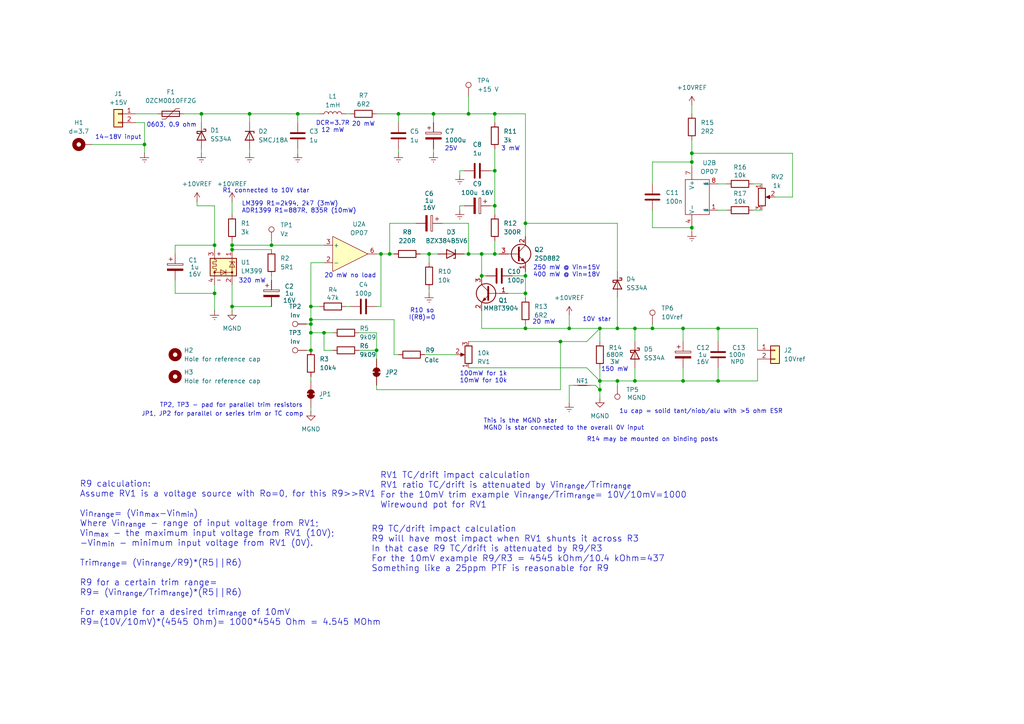
<source format=kicad_sch>
(kicad_sch
	(version 20250114)
	(generator "eeschema")
	(generator_version "9.0")
	(uuid "675146be-5788-4191-bfcf-422cd5b65115")
	(paper "A4")
	(title_block
		(title "Bootstrap LM399 reference")
		(date "10-VII-2025")
		(rev "0")
	)
	(lib_symbols
		(symbol "Amplifier_Operational:OP07"
			(pin_names
				(offset 0.127)
			)
			(exclude_from_sim no)
			(in_bom yes)
			(on_board yes)
			(property "Reference" "U2"
				(at 2.54 8.636 0)
				(effects
					(font
						(size 1.27 1.27)
					)
				)
			)
			(property "Value" "OP07"
				(at 2.54 6.096 0)
				(effects
					(font
						(size 1.27 1.27)
					)
				)
			)
			(property "Footprint" "Package_TO_SOT_THT:TO-99-8"
				(at 1.27 1.27 0)
				(effects
					(font
						(size 1.27 1.27)
					)
					(hide yes)
				)
			)
			(property "Datasheet" "https://www.analog.com/media/en/technical-documentation/data-sheets/OP07.pdf"
				(at 1.27 3.81 0)
				(effects
					(font
						(size 1.27 1.27)
					)
					(hide yes)
				)
			)
			(property "Description" "Single Ultra-Low Offset Voltage Operational Amplifier, DIP-8/SOIC-8"
				(at 0 0 0)
				(effects
					(font
						(size 1.27 1.27)
					)
					(hide yes)
				)
			)
			(property "ki_locked" ""
				(at 0 0 0)
				(effects
					(font
						(size 1.27 1.27)
					)
				)
			)
			(property "ki_keywords" "single opamp"
				(at 0 0 0)
				(effects
					(font
						(size 1.27 1.27)
					)
					(hide yes)
				)
			)
			(property "ki_fp_filters" "DIP*W7.62mm* SOIC*3.9x4.9mm*P1.27mm* TO*99*"
				(at 0 0 0)
				(effects
					(font
						(size 1.27 1.27)
					)
					(hide yes)
				)
			)
			(symbol "OP07_1_1"
				(polyline
					(pts
						(xy -5.08 3.81) (xy -5.08 -5.08) (xy 5.08 0) (xy -5.08 5.08) (xy -5.08 3.81)
					)
					(stroke
						(width 0)
						(type solid)
					)
					(fill
						(type background)
					)
				)
				(pin input line
					(at -7.62 2.54 0)
					(length 2.54)
					(name "+"
						(effects
							(font
								(size 1.27 1.27)
							)
						)
					)
					(number "3"
						(effects
							(font
								(size 1.27 1.27)
							)
						)
					)
				)
				(pin input line
					(at -7.62 -2.54 0)
					(length 2.54)
					(name "-"
						(effects
							(font
								(size 1.27 1.27)
							)
						)
					)
					(number "2"
						(effects
							(font
								(size 1.27 1.27)
							)
						)
					)
				)
				(pin no_connect line
					(at 0 2.54 270)
					(length 2.54)
					(hide yes)
					(name "NC"
						(effects
							(font
								(size 1.27 1.27)
							)
						)
					)
					(number "5"
						(effects
							(font
								(size 1.27 1.27)
							)
						)
					)
				)
				(pin output line
					(at 7.62 0 180)
					(length 2.54)
					(name "~"
						(effects
							(font
								(size 1.27 1.27)
							)
						)
					)
					(number "6"
						(effects
							(font
								(size 1.27 1.27)
							)
						)
					)
				)
			)
			(symbol "OP07_2_1"
				(rectangle
					(start -4.445 3.81)
					(end 2.54 -6.35)
					(stroke
						(width 0)
						(type default)
					)
					(fill
						(type none)
					)
				)
				(pin power_in line
					(at -2.54 7.62 270)
					(length 3.81)
					(name "V+"
						(effects
							(font
								(size 1.27 1.27)
							)
						)
					)
					(number "7"
						(effects
							(font
								(size 1.27 1.27)
							)
						)
					)
				)
				(pin power_in line
					(at -2.54 -10.16 90)
					(length 3.81)
					(name "V-"
						(effects
							(font
								(size 1.27 1.27)
							)
						)
					)
					(number "4"
						(effects
							(font
								(size 1.27 1.27)
							)
						)
					)
				)
				(pin no_connect line
					(at 0 2.54 270)
					(length 2.54)
					(hide yes)
					(name "NC"
						(effects
							(font
								(size 1.27 1.27)
							)
						)
					)
					(number "5"
						(effects
							(font
								(size 1.27 1.27)
							)
						)
					)
				)
				(pin input line
					(at 5.08 2.54 180)
					(length 2.54)
					(name "VOS"
						(effects
							(font
								(size 0.508 0.508)
							)
						)
					)
					(number "8"
						(effects
							(font
								(size 1.27 1.27)
							)
						)
					)
				)
				(pin input line
					(at 5.08 -5.08 180)
					(length 2.54)
					(name "VOS"
						(effects
							(font
								(size 0.508 0.508)
							)
						)
					)
					(number "1"
						(effects
							(font
								(size 1.27 1.27)
							)
						)
					)
				)
			)
			(embedded_fonts no)
		)
		(symbol "Connector:TestPoint"
			(pin_numbers
				(hide yes)
			)
			(pin_names
				(offset 0.762)
				(hide yes)
			)
			(exclude_from_sim no)
			(in_bom yes)
			(on_board yes)
			(property "Reference" "TP"
				(at 0 6.858 0)
				(effects
					(font
						(size 1.27 1.27)
					)
				)
			)
			(property "Value" "TestPoint"
				(at 0 5.08 0)
				(effects
					(font
						(size 1.27 1.27)
					)
				)
			)
			(property "Footprint" ""
				(at 5.08 0 0)
				(effects
					(font
						(size 1.27 1.27)
					)
					(hide yes)
				)
			)
			(property "Datasheet" "~"
				(at 5.08 0 0)
				(effects
					(font
						(size 1.27 1.27)
					)
					(hide yes)
				)
			)
			(property "Description" "test point"
				(at 0 0 0)
				(effects
					(font
						(size 1.27 1.27)
					)
					(hide yes)
				)
			)
			(property "ki_keywords" "test point tp"
				(at 0 0 0)
				(effects
					(font
						(size 1.27 1.27)
					)
					(hide yes)
				)
			)
			(property "ki_fp_filters" "Pin* Test*"
				(at 0 0 0)
				(effects
					(font
						(size 1.27 1.27)
					)
					(hide yes)
				)
			)
			(symbol "TestPoint_0_1"
				(circle
					(center 0 3.302)
					(radius 0.762)
					(stroke
						(width 0)
						(type default)
					)
					(fill
						(type none)
					)
				)
			)
			(symbol "TestPoint_1_1"
				(pin passive line
					(at 0 0 90)
					(length 2.54)
					(name "1"
						(effects
							(font
								(size 1.27 1.27)
							)
						)
					)
					(number "1"
						(effects
							(font
								(size 1.27 1.27)
							)
						)
					)
				)
			)
			(embedded_fonts no)
		)
		(symbol "Connector_Generic:Conn_01x02"
			(pin_names
				(offset 1.016)
				(hide yes)
			)
			(exclude_from_sim no)
			(in_bom yes)
			(on_board yes)
			(property "Reference" "J"
				(at 0 2.54 0)
				(effects
					(font
						(size 1.27 1.27)
					)
				)
			)
			(property "Value" "Conn_01x02"
				(at 0 -5.08 0)
				(effects
					(font
						(size 1.27 1.27)
					)
				)
			)
			(property "Footprint" ""
				(at 0 0 0)
				(effects
					(font
						(size 1.27 1.27)
					)
					(hide yes)
				)
			)
			(property "Datasheet" "~"
				(at 0 0 0)
				(effects
					(font
						(size 1.27 1.27)
					)
					(hide yes)
				)
			)
			(property "Description" "Generic connector, single row, 01x02, script generated (kicad-library-utils/schlib/autogen/connector/)"
				(at 0 0 0)
				(effects
					(font
						(size 1.27 1.27)
					)
					(hide yes)
				)
			)
			(property "ki_keywords" "connector"
				(at 0 0 0)
				(effects
					(font
						(size 1.27 1.27)
					)
					(hide yes)
				)
			)
			(property "ki_fp_filters" "Connector*:*_1x??_*"
				(at 0 0 0)
				(effects
					(font
						(size 1.27 1.27)
					)
					(hide yes)
				)
			)
			(symbol "Conn_01x02_1_1"
				(rectangle
					(start -1.27 1.27)
					(end 1.27 -3.81)
					(stroke
						(width 0.254)
						(type default)
					)
					(fill
						(type background)
					)
				)
				(rectangle
					(start -1.27 0.127)
					(end 0 -0.127)
					(stroke
						(width 0.1524)
						(type default)
					)
					(fill
						(type none)
					)
				)
				(rectangle
					(start -1.27 -2.413)
					(end 0 -2.667)
					(stroke
						(width 0.1524)
						(type default)
					)
					(fill
						(type none)
					)
				)
				(pin passive line
					(at -5.08 0 0)
					(length 3.81)
					(name "Pin_1"
						(effects
							(font
								(size 1.27 1.27)
							)
						)
					)
					(number "1"
						(effects
							(font
								(size 1.27 1.27)
							)
						)
					)
				)
				(pin passive line
					(at -5.08 -2.54 0)
					(length 3.81)
					(name "Pin_2"
						(effects
							(font
								(size 1.27 1.27)
							)
						)
					)
					(number "2"
						(effects
							(font
								(size 1.27 1.27)
							)
						)
					)
				)
			)
			(embedded_fonts no)
		)
		(symbol "Device:C"
			(pin_numbers
				(hide yes)
			)
			(pin_names
				(offset 0.254)
			)
			(exclude_from_sim no)
			(in_bom yes)
			(on_board yes)
			(property "Reference" "C"
				(at 0.635 2.54 0)
				(effects
					(font
						(size 1.27 1.27)
					)
					(justify left)
				)
			)
			(property "Value" "C"
				(at 0.635 -2.54 0)
				(effects
					(font
						(size 1.27 1.27)
					)
					(justify left)
				)
			)
			(property "Footprint" ""
				(at 0.9652 -3.81 0)
				(effects
					(font
						(size 1.27 1.27)
					)
					(hide yes)
				)
			)
			(property "Datasheet" "~"
				(at 0 0 0)
				(effects
					(font
						(size 1.27 1.27)
					)
					(hide yes)
				)
			)
			(property "Description" "Unpolarized capacitor"
				(at 0 0 0)
				(effects
					(font
						(size 1.27 1.27)
					)
					(hide yes)
				)
			)
			(property "ki_keywords" "cap capacitor"
				(at 0 0 0)
				(effects
					(font
						(size 1.27 1.27)
					)
					(hide yes)
				)
			)
			(property "ki_fp_filters" "C_*"
				(at 0 0 0)
				(effects
					(font
						(size 1.27 1.27)
					)
					(hide yes)
				)
			)
			(symbol "C_0_1"
				(polyline
					(pts
						(xy -2.032 0.762) (xy 2.032 0.762)
					)
					(stroke
						(width 0.508)
						(type default)
					)
					(fill
						(type none)
					)
				)
				(polyline
					(pts
						(xy -2.032 -0.762) (xy 2.032 -0.762)
					)
					(stroke
						(width 0.508)
						(type default)
					)
					(fill
						(type none)
					)
				)
			)
			(symbol "C_1_1"
				(pin passive line
					(at 0 3.81 270)
					(length 2.794)
					(name "~"
						(effects
							(font
								(size 1.27 1.27)
							)
						)
					)
					(number "1"
						(effects
							(font
								(size 1.27 1.27)
							)
						)
					)
				)
				(pin passive line
					(at 0 -3.81 90)
					(length 2.794)
					(name "~"
						(effects
							(font
								(size 1.27 1.27)
							)
						)
					)
					(number "2"
						(effects
							(font
								(size 1.27 1.27)
							)
						)
					)
				)
			)
			(embedded_fonts no)
		)
		(symbol "Device:C_Polarized"
			(pin_numbers
				(hide yes)
			)
			(pin_names
				(offset 0.254)
			)
			(exclude_from_sim no)
			(in_bom yes)
			(on_board yes)
			(property "Reference" "C"
				(at 0.635 2.54 0)
				(effects
					(font
						(size 1.27 1.27)
					)
					(justify left)
				)
			)
			(property "Value" "C_Polarized"
				(at 0.635 -2.54 0)
				(effects
					(font
						(size 1.27 1.27)
					)
					(justify left)
				)
			)
			(property "Footprint" ""
				(at 0.9652 -3.81 0)
				(effects
					(font
						(size 1.27 1.27)
					)
					(hide yes)
				)
			)
			(property "Datasheet" "~"
				(at 0 0 0)
				(effects
					(font
						(size 1.27 1.27)
					)
					(hide yes)
				)
			)
			(property "Description" "Polarized capacitor"
				(at 0 0 0)
				(effects
					(font
						(size 1.27 1.27)
					)
					(hide yes)
				)
			)
			(property "ki_keywords" "cap capacitor"
				(at 0 0 0)
				(effects
					(font
						(size 1.27 1.27)
					)
					(hide yes)
				)
			)
			(property "ki_fp_filters" "CP_*"
				(at 0 0 0)
				(effects
					(font
						(size 1.27 1.27)
					)
					(hide yes)
				)
			)
			(symbol "C_Polarized_0_1"
				(rectangle
					(start -2.286 0.508)
					(end 2.286 1.016)
					(stroke
						(width 0)
						(type default)
					)
					(fill
						(type none)
					)
				)
				(polyline
					(pts
						(xy -1.778 2.286) (xy -0.762 2.286)
					)
					(stroke
						(width 0)
						(type default)
					)
					(fill
						(type none)
					)
				)
				(polyline
					(pts
						(xy -1.27 2.794) (xy -1.27 1.778)
					)
					(stroke
						(width 0)
						(type default)
					)
					(fill
						(type none)
					)
				)
				(rectangle
					(start 2.286 -0.508)
					(end -2.286 -1.016)
					(stroke
						(width 0)
						(type default)
					)
					(fill
						(type outline)
					)
				)
			)
			(symbol "C_Polarized_1_1"
				(pin passive line
					(at 0 3.81 270)
					(length 2.794)
					(name "~"
						(effects
							(font
								(size 1.27 1.27)
							)
						)
					)
					(number "1"
						(effects
							(font
								(size 1.27 1.27)
							)
						)
					)
				)
				(pin passive line
					(at 0 -3.81 90)
					(length 2.794)
					(name "~"
						(effects
							(font
								(size 1.27 1.27)
							)
						)
					)
					(number "2"
						(effects
							(font
								(size 1.27 1.27)
							)
						)
					)
				)
			)
			(embedded_fonts no)
		)
		(symbol "Device:D_Schottky"
			(pin_numbers
				(hide yes)
			)
			(pin_names
				(offset 1.016)
				(hide yes)
			)
			(exclude_from_sim no)
			(in_bom yes)
			(on_board yes)
			(property "Reference" "D"
				(at 0 2.54 0)
				(effects
					(font
						(size 1.27 1.27)
					)
				)
			)
			(property "Value" "D_Schottky"
				(at 0 -2.54 0)
				(effects
					(font
						(size 1.27 1.27)
					)
				)
			)
			(property "Footprint" ""
				(at 0 0 0)
				(effects
					(font
						(size 1.27 1.27)
					)
					(hide yes)
				)
			)
			(property "Datasheet" "~"
				(at 0 0 0)
				(effects
					(font
						(size 1.27 1.27)
					)
					(hide yes)
				)
			)
			(property "Description" "Schottky diode"
				(at 0 0 0)
				(effects
					(font
						(size 1.27 1.27)
					)
					(hide yes)
				)
			)
			(property "ki_keywords" "diode Schottky"
				(at 0 0 0)
				(effects
					(font
						(size 1.27 1.27)
					)
					(hide yes)
				)
			)
			(property "ki_fp_filters" "TO-???* *_Diode_* *SingleDiode* D_*"
				(at 0 0 0)
				(effects
					(font
						(size 1.27 1.27)
					)
					(hide yes)
				)
			)
			(symbol "D_Schottky_0_1"
				(polyline
					(pts
						(xy -1.905 0.635) (xy -1.905 1.27) (xy -1.27 1.27) (xy -1.27 -1.27) (xy -0.635 -1.27) (xy -0.635 -0.635)
					)
					(stroke
						(width 0.254)
						(type default)
					)
					(fill
						(type none)
					)
				)
				(polyline
					(pts
						(xy 1.27 1.27) (xy 1.27 -1.27) (xy -1.27 0) (xy 1.27 1.27)
					)
					(stroke
						(width 0.254)
						(type default)
					)
					(fill
						(type none)
					)
				)
				(polyline
					(pts
						(xy 1.27 0) (xy -1.27 0)
					)
					(stroke
						(width 0)
						(type default)
					)
					(fill
						(type none)
					)
				)
			)
			(symbol "D_Schottky_1_1"
				(pin passive line
					(at -3.81 0 0)
					(length 2.54)
					(name "K"
						(effects
							(font
								(size 1.27 1.27)
							)
						)
					)
					(number "1"
						(effects
							(font
								(size 1.27 1.27)
							)
						)
					)
				)
				(pin passive line
					(at 3.81 0 180)
					(length 2.54)
					(name "A"
						(effects
							(font
								(size 1.27 1.27)
							)
						)
					)
					(number "2"
						(effects
							(font
								(size 1.27 1.27)
							)
						)
					)
				)
			)
			(embedded_fonts no)
		)
		(symbol "Device:L"
			(pin_numbers
				(hide yes)
			)
			(pin_names
				(offset 1.016)
				(hide yes)
			)
			(exclude_from_sim no)
			(in_bom yes)
			(on_board yes)
			(property "Reference" "L"
				(at -1.27 0 90)
				(effects
					(font
						(size 1.27 1.27)
					)
				)
			)
			(property "Value" "L"
				(at 1.905 0 90)
				(effects
					(font
						(size 1.27 1.27)
					)
				)
			)
			(property "Footprint" ""
				(at 0 0 0)
				(effects
					(font
						(size 1.27 1.27)
					)
					(hide yes)
				)
			)
			(property "Datasheet" "~"
				(at 0 0 0)
				(effects
					(font
						(size 1.27 1.27)
					)
					(hide yes)
				)
			)
			(property "Description" "Inductor"
				(at 0 0 0)
				(effects
					(font
						(size 1.27 1.27)
					)
					(hide yes)
				)
			)
			(property "ki_keywords" "inductor choke coil reactor magnetic"
				(at 0 0 0)
				(effects
					(font
						(size 1.27 1.27)
					)
					(hide yes)
				)
			)
			(property "ki_fp_filters" "Choke_* *Coil* Inductor_* L_*"
				(at 0 0 0)
				(effects
					(font
						(size 1.27 1.27)
					)
					(hide yes)
				)
			)
			(symbol "L_0_1"
				(arc
					(start 0 2.54)
					(mid 0.6323 1.905)
					(end 0 1.27)
					(stroke
						(width 0)
						(type default)
					)
					(fill
						(type none)
					)
				)
				(arc
					(start 0 1.27)
					(mid 0.6323 0.635)
					(end 0 0)
					(stroke
						(width 0)
						(type default)
					)
					(fill
						(type none)
					)
				)
				(arc
					(start 0 0)
					(mid 0.6323 -0.635)
					(end 0 -1.27)
					(stroke
						(width 0)
						(type default)
					)
					(fill
						(type none)
					)
				)
				(arc
					(start 0 -1.27)
					(mid 0.6323 -1.905)
					(end 0 -2.54)
					(stroke
						(width 0)
						(type default)
					)
					(fill
						(type none)
					)
				)
			)
			(symbol "L_1_1"
				(pin passive line
					(at 0 3.81 270)
					(length 1.27)
					(name "1"
						(effects
							(font
								(size 1.27 1.27)
							)
						)
					)
					(number "1"
						(effects
							(font
								(size 1.27 1.27)
							)
						)
					)
				)
				(pin passive line
					(at 0 -3.81 90)
					(length 1.27)
					(name "2"
						(effects
							(font
								(size 1.27 1.27)
							)
						)
					)
					(number "2"
						(effects
							(font
								(size 1.27 1.27)
							)
						)
					)
				)
			)
			(embedded_fonts no)
		)
		(symbol "Device:NetTie_2"
			(pin_numbers
				(hide yes)
			)
			(pin_names
				(offset 0)
				(hide yes)
			)
			(exclude_from_sim no)
			(in_bom no)
			(on_board yes)
			(property "Reference" "NT"
				(at 0 1.27 0)
				(effects
					(font
						(size 1.27 1.27)
					)
				)
			)
			(property "Value" "NetTie_2"
				(at 0 -1.27 0)
				(effects
					(font
						(size 1.27 1.27)
					)
				)
			)
			(property "Footprint" ""
				(at 0 0 0)
				(effects
					(font
						(size 1.27 1.27)
					)
					(hide yes)
				)
			)
			(property "Datasheet" "~"
				(at 0 0 0)
				(effects
					(font
						(size 1.27 1.27)
					)
					(hide yes)
				)
			)
			(property "Description" "Net tie, 2 pins"
				(at 0 0 0)
				(effects
					(font
						(size 1.27 1.27)
					)
					(hide yes)
				)
			)
			(property "ki_keywords" "net tie short"
				(at 0 0 0)
				(effects
					(font
						(size 1.27 1.27)
					)
					(hide yes)
				)
			)
			(property "ki_fp_filters" "Net*Tie*"
				(at 0 0 0)
				(effects
					(font
						(size 1.27 1.27)
					)
					(hide yes)
				)
			)
			(symbol "NetTie_2_0_1"
				(polyline
					(pts
						(xy -1.27 0) (xy 1.27 0)
					)
					(stroke
						(width 0.254)
						(type default)
					)
					(fill
						(type none)
					)
				)
			)
			(symbol "NetTie_2_1_1"
				(pin passive line
					(at -2.54 0 0)
					(length 2.54)
					(name "1"
						(effects
							(font
								(size 1.27 1.27)
							)
						)
					)
					(number "1"
						(effects
							(font
								(size 1.27 1.27)
							)
						)
					)
				)
				(pin passive line
					(at 2.54 0 180)
					(length 2.54)
					(name "2"
						(effects
							(font
								(size 1.27 1.27)
							)
						)
					)
					(number "2"
						(effects
							(font
								(size 1.27 1.27)
							)
						)
					)
				)
			)
			(embedded_fonts no)
		)
		(symbol "Device:Polyfuse"
			(pin_numbers
				(hide yes)
			)
			(pin_names
				(offset 0)
			)
			(exclude_from_sim no)
			(in_bom yes)
			(on_board yes)
			(property "Reference" "F"
				(at -2.54 0 90)
				(effects
					(font
						(size 1.27 1.27)
					)
				)
			)
			(property "Value" "Polyfuse"
				(at 2.54 0 90)
				(effects
					(font
						(size 1.27 1.27)
					)
				)
			)
			(property "Footprint" ""
				(at 1.27 -5.08 0)
				(effects
					(font
						(size 1.27 1.27)
					)
					(justify left)
					(hide yes)
				)
			)
			(property "Datasheet" "~"
				(at 0 0 0)
				(effects
					(font
						(size 1.27 1.27)
					)
					(hide yes)
				)
			)
			(property "Description" "Resettable fuse, polymeric positive temperature coefficient"
				(at 0 0 0)
				(effects
					(font
						(size 1.27 1.27)
					)
					(hide yes)
				)
			)
			(property "ki_keywords" "resettable fuse PTC PPTC polyfuse polyswitch"
				(at 0 0 0)
				(effects
					(font
						(size 1.27 1.27)
					)
					(hide yes)
				)
			)
			(property "ki_fp_filters" "*polyfuse* *PTC*"
				(at 0 0 0)
				(effects
					(font
						(size 1.27 1.27)
					)
					(hide yes)
				)
			)
			(symbol "Polyfuse_0_1"
				(polyline
					(pts
						(xy -1.524 2.54) (xy -1.524 1.524) (xy 1.524 -1.524) (xy 1.524 -2.54)
					)
					(stroke
						(width 0)
						(type default)
					)
					(fill
						(type none)
					)
				)
				(rectangle
					(start -0.762 2.54)
					(end 0.762 -2.54)
					(stroke
						(width 0.254)
						(type default)
					)
					(fill
						(type none)
					)
				)
				(polyline
					(pts
						(xy 0 2.54) (xy 0 -2.54)
					)
					(stroke
						(width 0)
						(type default)
					)
					(fill
						(type none)
					)
				)
			)
			(symbol "Polyfuse_1_1"
				(pin passive line
					(at 0 3.81 270)
					(length 1.27)
					(name "~"
						(effects
							(font
								(size 1.27 1.27)
							)
						)
					)
					(number "1"
						(effects
							(font
								(size 1.27 1.27)
							)
						)
					)
				)
				(pin passive line
					(at 0 -3.81 90)
					(length 1.27)
					(name "~"
						(effects
							(font
								(size 1.27 1.27)
							)
						)
					)
					(number "2"
						(effects
							(font
								(size 1.27 1.27)
							)
						)
					)
				)
			)
			(embedded_fonts no)
		)
		(symbol "Device:R"
			(pin_numbers
				(hide yes)
			)
			(pin_names
				(offset 0)
			)
			(exclude_from_sim no)
			(in_bom yes)
			(on_board yes)
			(property "Reference" "R"
				(at 2.032 0 90)
				(effects
					(font
						(size 1.27 1.27)
					)
				)
			)
			(property "Value" "R"
				(at 0 0 90)
				(effects
					(font
						(size 1.27 1.27)
					)
				)
			)
			(property "Footprint" ""
				(at -1.778 0 90)
				(effects
					(font
						(size 1.27 1.27)
					)
					(hide yes)
				)
			)
			(property "Datasheet" "~"
				(at 0 0 0)
				(effects
					(font
						(size 1.27 1.27)
					)
					(hide yes)
				)
			)
			(property "Description" "Resistor"
				(at 0 0 0)
				(effects
					(font
						(size 1.27 1.27)
					)
					(hide yes)
				)
			)
			(property "ki_keywords" "R res resistor"
				(at 0 0 0)
				(effects
					(font
						(size 1.27 1.27)
					)
					(hide yes)
				)
			)
			(property "ki_fp_filters" "R_*"
				(at 0 0 0)
				(effects
					(font
						(size 1.27 1.27)
					)
					(hide yes)
				)
			)
			(symbol "R_0_1"
				(rectangle
					(start -1.016 -2.54)
					(end 1.016 2.54)
					(stroke
						(width 0.254)
						(type default)
					)
					(fill
						(type none)
					)
				)
			)
			(symbol "R_1_1"
				(pin passive line
					(at 0 3.81 270)
					(length 1.27)
					(name "~"
						(effects
							(font
								(size 1.27 1.27)
							)
						)
					)
					(number "1"
						(effects
							(font
								(size 1.27 1.27)
							)
						)
					)
				)
				(pin passive line
					(at 0 -3.81 90)
					(length 1.27)
					(name "~"
						(effects
							(font
								(size 1.27 1.27)
							)
						)
					)
					(number "2"
						(effects
							(font
								(size 1.27 1.27)
							)
						)
					)
				)
			)
			(embedded_fonts no)
		)
		(symbol "Device:R_Potentiometer"
			(pin_names
				(offset 1.016)
				(hide yes)
			)
			(exclude_from_sim no)
			(in_bom yes)
			(on_board yes)
			(property "Reference" "RV"
				(at -4.445 0 90)
				(effects
					(font
						(size 1.27 1.27)
					)
				)
			)
			(property "Value" "R_Potentiometer"
				(at -2.54 0 90)
				(effects
					(font
						(size 1.27 1.27)
					)
				)
			)
			(property "Footprint" ""
				(at 0 0 0)
				(effects
					(font
						(size 1.27 1.27)
					)
					(hide yes)
				)
			)
			(property "Datasheet" "~"
				(at 0 0 0)
				(effects
					(font
						(size 1.27 1.27)
					)
					(hide yes)
				)
			)
			(property "Description" "Potentiometer"
				(at 0 0 0)
				(effects
					(font
						(size 1.27 1.27)
					)
					(hide yes)
				)
			)
			(property "ki_keywords" "resistor variable"
				(at 0 0 0)
				(effects
					(font
						(size 1.27 1.27)
					)
					(hide yes)
				)
			)
			(property "ki_fp_filters" "Potentiometer*"
				(at 0 0 0)
				(effects
					(font
						(size 1.27 1.27)
					)
					(hide yes)
				)
			)
			(symbol "R_Potentiometer_0_1"
				(rectangle
					(start 1.016 2.54)
					(end -1.016 -2.54)
					(stroke
						(width 0.254)
						(type default)
					)
					(fill
						(type none)
					)
				)
				(polyline
					(pts
						(xy 1.143 0) (xy 2.286 0.508) (xy 2.286 -0.508) (xy 1.143 0)
					)
					(stroke
						(width 0)
						(type default)
					)
					(fill
						(type outline)
					)
				)
				(polyline
					(pts
						(xy 2.54 0) (xy 1.524 0)
					)
					(stroke
						(width 0)
						(type default)
					)
					(fill
						(type none)
					)
				)
			)
			(symbol "R_Potentiometer_1_1"
				(pin passive line
					(at 0 3.81 270)
					(length 1.27)
					(name "1"
						(effects
							(font
								(size 1.27 1.27)
							)
						)
					)
					(number "1"
						(effects
							(font
								(size 1.27 1.27)
							)
						)
					)
				)
				(pin passive line
					(at 0 -3.81 90)
					(length 1.27)
					(name "3"
						(effects
							(font
								(size 1.27 1.27)
							)
						)
					)
					(number "3"
						(effects
							(font
								(size 1.27 1.27)
							)
						)
					)
				)
				(pin passive line
					(at 3.81 0 180)
					(length 1.27)
					(name "2"
						(effects
							(font
								(size 1.27 1.27)
							)
						)
					)
					(number "2"
						(effects
							(font
								(size 1.27 1.27)
							)
						)
					)
				)
			)
			(embedded_fonts no)
		)
		(symbol "Diode:BZX384xxxx"
			(pin_numbers
				(hide yes)
			)
			(pin_names
				(hide yes)
			)
			(exclude_from_sim no)
			(in_bom yes)
			(on_board yes)
			(property "Reference" "D"
				(at 0 2.54 0)
				(effects
					(font
						(size 1.27 1.27)
					)
				)
			)
			(property "Value" "BZX384xxxx"
				(at 0 -2.54 0)
				(effects
					(font
						(size 1.27 1.27)
					)
				)
			)
			(property "Footprint" "Diode_SMD:D_SOD-323"
				(at 0 -4.445 0)
				(effects
					(font
						(size 1.27 1.27)
					)
					(hide yes)
				)
			)
			(property "Datasheet" "https://www.vishay.com/docs/85764/bzx384.pdf"
				(at 0 0 0)
				(effects
					(font
						(size 1.27 1.27)
					)
					(hide yes)
				)
			)
			(property "Description" "300mW Zener Diode, SOD-323"
				(at 0 0 0)
				(effects
					(font
						(size 1.27 1.27)
					)
					(hide yes)
				)
			)
			(property "ki_keywords" "zener diode"
				(at 0 0 0)
				(effects
					(font
						(size 1.27 1.27)
					)
					(hide yes)
				)
			)
			(property "ki_fp_filters" "D*SOD*323*"
				(at 0 0 0)
				(effects
					(font
						(size 1.27 1.27)
					)
					(hide yes)
				)
			)
			(symbol "BZX384xxxx_0_1"
				(polyline
					(pts
						(xy -1.27 -1.27) (xy -1.27 1.27) (xy -0.762 1.27)
					)
					(stroke
						(width 0.254)
						(type default)
					)
					(fill
						(type none)
					)
				)
				(polyline
					(pts
						(xy 1.27 0) (xy -1.27 0)
					)
					(stroke
						(width 0)
						(type default)
					)
					(fill
						(type none)
					)
				)
				(polyline
					(pts
						(xy 1.27 -1.27) (xy 1.27 1.27) (xy -1.27 0) (xy 1.27 -1.27)
					)
					(stroke
						(width 0.254)
						(type default)
					)
					(fill
						(type none)
					)
				)
			)
			(symbol "BZX384xxxx_1_1"
				(pin passive line
					(at -3.81 0 0)
					(length 2.54)
					(name "K"
						(effects
							(font
								(size 1.27 1.27)
							)
						)
					)
					(number "1"
						(effects
							(font
								(size 1.27 1.27)
							)
						)
					)
				)
				(pin passive line
					(at 3.81 0 180)
					(length 2.54)
					(name "A"
						(effects
							(font
								(size 1.27 1.27)
							)
						)
					)
					(number "2"
						(effects
							(font
								(size 1.27 1.27)
							)
						)
					)
				)
			)
			(embedded_fonts no)
		)
		(symbol "Diode:Z2SMBxxx"
			(pin_numbers
				(hide yes)
			)
			(pin_names
				(hide yes)
			)
			(exclude_from_sim no)
			(in_bom yes)
			(on_board yes)
			(property "Reference" "D"
				(at 0 2.54 0)
				(effects
					(font
						(size 1.27 1.27)
					)
				)
			)
			(property "Value" "Z2SMBxxx"
				(at 0 -2.54 0)
				(effects
					(font
						(size 1.27 1.27)
					)
				)
			)
			(property "Footprint" "Diode_SMD:D_SMB"
				(at 0 -4.445 0)
				(effects
					(font
						(size 1.27 1.27)
					)
					(hide yes)
				)
			)
			(property "Datasheet" "https://diotec.com/tl_files/diotec/files/pdf/datasheets/z2smb1.pdf"
				(at 0 0 0)
				(effects
					(font
						(size 1.27 1.27)
					)
					(hide yes)
				)
			)
			(property "Description" "2000mW Zener Diode, SMB(DO-214AA)"
				(at 0 0 0)
				(effects
					(font
						(size 1.27 1.27)
					)
					(hide yes)
				)
			)
			(property "ki_keywords" "zener diode"
				(at 0 0 0)
				(effects
					(font
						(size 1.27 1.27)
					)
					(hide yes)
				)
			)
			(property "ki_fp_filters" "D?SMB*"
				(at 0 0 0)
				(effects
					(font
						(size 1.27 1.27)
					)
					(hide yes)
				)
			)
			(symbol "Z2SMBxxx_0_1"
				(polyline
					(pts
						(xy -1.27 -1.27) (xy -1.27 1.27) (xy -0.762 1.27)
					)
					(stroke
						(width 0.254)
						(type default)
					)
					(fill
						(type none)
					)
				)
				(polyline
					(pts
						(xy 1.27 0) (xy -1.27 0)
					)
					(stroke
						(width 0)
						(type default)
					)
					(fill
						(type none)
					)
				)
				(polyline
					(pts
						(xy 1.27 -1.27) (xy 1.27 1.27) (xy -1.27 0) (xy 1.27 -1.27)
					)
					(stroke
						(width 0.254)
						(type default)
					)
					(fill
						(type none)
					)
				)
			)
			(symbol "Z2SMBxxx_1_1"
				(pin passive line
					(at -3.81 0 0)
					(length 2.54)
					(name "K"
						(effects
							(font
								(size 1.27 1.27)
							)
						)
					)
					(number "1"
						(effects
							(font
								(size 1.27 1.27)
							)
						)
					)
				)
				(pin passive line
					(at 3.81 0 180)
					(length 2.54)
					(name "A"
						(effects
							(font
								(size 1.27 1.27)
							)
						)
					)
					(number "2"
						(effects
							(font
								(size 1.27 1.27)
							)
						)
					)
				)
			)
			(embedded_fonts no)
		)
		(symbol "Jumper:SolderJumper_2_Bridged"
			(pin_numbers
				(hide yes)
			)
			(pin_names
				(offset 0)
				(hide yes)
			)
			(exclude_from_sim no)
			(in_bom no)
			(on_board yes)
			(property "Reference" "JP"
				(at 0 2.032 0)
				(effects
					(font
						(size 1.27 1.27)
					)
				)
			)
			(property "Value" "SolderJumper_2_Bridged"
				(at 0 -2.54 0)
				(effects
					(font
						(size 1.27 1.27)
					)
				)
			)
			(property "Footprint" ""
				(at 0 0 0)
				(effects
					(font
						(size 1.27 1.27)
					)
					(hide yes)
				)
			)
			(property "Datasheet" "~"
				(at 0 0 0)
				(effects
					(font
						(size 1.27 1.27)
					)
					(hide yes)
				)
			)
			(property "Description" "Solder Jumper, 2-pole, closed/bridged"
				(at 0 0 0)
				(effects
					(font
						(size 1.27 1.27)
					)
					(hide yes)
				)
			)
			(property "ki_keywords" "solder jumper SPST"
				(at 0 0 0)
				(effects
					(font
						(size 1.27 1.27)
					)
					(hide yes)
				)
			)
			(property "ki_fp_filters" "SolderJumper*Bridged*"
				(at 0 0 0)
				(effects
					(font
						(size 1.27 1.27)
					)
					(hide yes)
				)
			)
			(symbol "SolderJumper_2_Bridged_0_1"
				(rectangle
					(start -0.508 0.508)
					(end 0.508 -0.508)
					(stroke
						(width 0)
						(type default)
					)
					(fill
						(type outline)
					)
				)
				(polyline
					(pts
						(xy -0.254 1.016) (xy -0.254 -1.016)
					)
					(stroke
						(width 0)
						(type default)
					)
					(fill
						(type none)
					)
				)
				(arc
					(start -0.254 -1.016)
					(mid -1.2656 0)
					(end -0.254 1.016)
					(stroke
						(width 0)
						(type default)
					)
					(fill
						(type none)
					)
				)
				(arc
					(start -0.254 -1.016)
					(mid -1.2656 0)
					(end -0.254 1.016)
					(stroke
						(width 0)
						(type default)
					)
					(fill
						(type outline)
					)
				)
				(arc
					(start 0.254 1.016)
					(mid 1.2656 0)
					(end 0.254 -1.016)
					(stroke
						(width 0)
						(type default)
					)
					(fill
						(type none)
					)
				)
				(arc
					(start 0.254 1.016)
					(mid 1.2656 0)
					(end 0.254 -1.016)
					(stroke
						(width 0)
						(type default)
					)
					(fill
						(type outline)
					)
				)
				(polyline
					(pts
						(xy 0.254 1.016) (xy 0.254 -1.016)
					)
					(stroke
						(width 0)
						(type default)
					)
					(fill
						(type none)
					)
				)
			)
			(symbol "SolderJumper_2_Bridged_1_1"
				(pin passive line
					(at -3.81 0 0)
					(length 2.54)
					(name "A"
						(effects
							(font
								(size 1.27 1.27)
							)
						)
					)
					(number "1"
						(effects
							(font
								(size 1.27 1.27)
							)
						)
					)
				)
				(pin passive line
					(at 3.81 0 180)
					(length 2.54)
					(name "B"
						(effects
							(font
								(size 1.27 1.27)
							)
						)
					)
					(number "2"
						(effects
							(font
								(size 1.27 1.27)
							)
						)
					)
				)
			)
			(embedded_fonts no)
		)
		(symbol "Mechanical:MountingHole"
			(pin_names
				(offset 1.016)
			)
			(exclude_from_sim no)
			(in_bom no)
			(on_board yes)
			(property "Reference" "H"
				(at 0 5.08 0)
				(effects
					(font
						(size 1.27 1.27)
					)
				)
			)
			(property "Value" "MountingHole"
				(at 0 3.175 0)
				(effects
					(font
						(size 1.27 1.27)
					)
				)
			)
			(property "Footprint" ""
				(at 0 0 0)
				(effects
					(font
						(size 1.27 1.27)
					)
					(hide yes)
				)
			)
			(property "Datasheet" "~"
				(at 0 0 0)
				(effects
					(font
						(size 1.27 1.27)
					)
					(hide yes)
				)
			)
			(property "Description" "Mounting Hole without connection"
				(at 0 0 0)
				(effects
					(font
						(size 1.27 1.27)
					)
					(hide yes)
				)
			)
			(property "ki_keywords" "mounting hole"
				(at 0 0 0)
				(effects
					(font
						(size 1.27 1.27)
					)
					(hide yes)
				)
			)
			(property "ki_fp_filters" "MountingHole*"
				(at 0 0 0)
				(effects
					(font
						(size 1.27 1.27)
					)
					(hide yes)
				)
			)
			(symbol "MountingHole_0_1"
				(circle
					(center 0 0)
					(radius 1.27)
					(stroke
						(width 1.27)
						(type default)
					)
					(fill
						(type none)
					)
				)
			)
			(embedded_fonts no)
		)
		(symbol "Mechanical:MountingHole_Pad"
			(pin_numbers
				(hide yes)
			)
			(pin_names
				(offset 1.016)
				(hide yes)
			)
			(exclude_from_sim no)
			(in_bom no)
			(on_board yes)
			(property "Reference" "H"
				(at 0 6.35 0)
				(effects
					(font
						(size 1.27 1.27)
					)
				)
			)
			(property "Value" "MountingHole_Pad"
				(at 0 4.445 0)
				(effects
					(font
						(size 1.27 1.27)
					)
				)
			)
			(property "Footprint" ""
				(at 0 0 0)
				(effects
					(font
						(size 1.27 1.27)
					)
					(hide yes)
				)
			)
			(property "Datasheet" "~"
				(at 0 0 0)
				(effects
					(font
						(size 1.27 1.27)
					)
					(hide yes)
				)
			)
			(property "Description" "Mounting Hole with connection"
				(at 0 0 0)
				(effects
					(font
						(size 1.27 1.27)
					)
					(hide yes)
				)
			)
			(property "ki_keywords" "mounting hole"
				(at 0 0 0)
				(effects
					(font
						(size 1.27 1.27)
					)
					(hide yes)
				)
			)
			(property "ki_fp_filters" "MountingHole*Pad*"
				(at 0 0 0)
				(effects
					(font
						(size 1.27 1.27)
					)
					(hide yes)
				)
			)
			(symbol "MountingHole_Pad_0_1"
				(circle
					(center 0 1.27)
					(radius 1.27)
					(stroke
						(width 1.27)
						(type default)
					)
					(fill
						(type none)
					)
				)
			)
			(symbol "MountingHole_Pad_1_1"
				(pin input line
					(at 0 -2.54 90)
					(length 2.54)
					(name "1"
						(effects
							(font
								(size 1.27 1.27)
							)
						)
					)
					(number "1"
						(effects
							(font
								(size 1.27 1.27)
							)
						)
					)
				)
			)
			(embedded_fonts no)
		)
		(symbol "OP07_1"
			(pin_names
				(offset 0.127)
			)
			(exclude_from_sim no)
			(in_bom yes)
			(on_board yes)
			(property "Reference" "U2"
				(at 2.54 8.636 0)
				(effects
					(font
						(size 1.27 1.27)
					)
				)
			)
			(property "Value" "OP07"
				(at 2.54 6.096 0)
				(effects
					(font
						(size 1.27 1.27)
					)
				)
			)
			(property "Footprint" "Package_TO_SOT_THT:TO-99-8"
				(at 1.27 1.27 0)
				(effects
					(font
						(size 1.27 1.27)
					)
					(hide yes)
				)
			)
			(property "Datasheet" "https://www.analog.com/media/en/technical-documentation/data-sheets/OP07.pdf"
				(at 1.27 3.81 0)
				(effects
					(font
						(size 1.27 1.27)
					)
					(hide yes)
				)
			)
			(property "Description" "Single Ultra-Low Offset Voltage Operational Amplifier, DIP-8/SOIC-8"
				(at 0 0 0)
				(effects
					(font
						(size 1.27 1.27)
					)
					(hide yes)
				)
			)
			(property "ki_locked" ""
				(at 0 0 0)
				(effects
					(font
						(size 1.27 1.27)
					)
				)
			)
			(property "ki_keywords" "single opamp"
				(at 0 0 0)
				(effects
					(font
						(size 1.27 1.27)
					)
					(hide yes)
				)
			)
			(property "ki_fp_filters" "DIP*W7.62mm* SOIC*3.9x4.9mm*P1.27mm* TO*99*"
				(at 0 0 0)
				(effects
					(font
						(size 1.27 1.27)
					)
					(hide yes)
				)
			)
			(symbol "OP07_1_1_1"
				(polyline
					(pts
						(xy -5.08 3.81) (xy -5.08 -5.08) (xy 5.08 0) (xy -5.08 5.08) (xy -5.08 3.81)
					)
					(stroke
						(width 0)
						(type solid)
					)
					(fill
						(type background)
					)
				)
				(pin input line
					(at -7.62 2.54 0)
					(length 2.54)
					(name "+"
						(effects
							(font
								(size 1.27 1.27)
							)
						)
					)
					(number "3"
						(effects
							(font
								(size 1.27 1.27)
							)
						)
					)
				)
				(pin input line
					(at -7.62 -2.54 0)
					(length 2.54)
					(name "-"
						(effects
							(font
								(size 1.27 1.27)
							)
						)
					)
					(number "2"
						(effects
							(font
								(size 1.27 1.27)
							)
						)
					)
				)
				(pin no_connect line
					(at 0 2.54 270)
					(length 2.54)
					(hide yes)
					(name "NC"
						(effects
							(font
								(size 1.27 1.27)
							)
						)
					)
					(number "5"
						(effects
							(font
								(size 1.27 1.27)
							)
						)
					)
				)
				(pin output line
					(at 7.62 0 180)
					(length 2.54)
					(name "~"
						(effects
							(font
								(size 1.27 1.27)
							)
						)
					)
					(number "6"
						(effects
							(font
								(size 1.27 1.27)
							)
						)
					)
				)
			)
			(symbol "OP07_1_2_1"
				(rectangle
					(start -4.445 3.81)
					(end 2.54 -6.35)
					(stroke
						(width 0)
						(type default)
					)
					(fill
						(type none)
					)
				)
				(pin power_in line
					(at -2.54 7.62 270)
					(length 3.81)
					(name "V+"
						(effects
							(font
								(size 1.27 1.27)
							)
						)
					)
					(number "7"
						(effects
							(font
								(size 1.27 1.27)
							)
						)
					)
				)
				(pin power_in line
					(at -2.54 -10.16 90)
					(length 3.81)
					(name "V-"
						(effects
							(font
								(size 1.27 1.27)
							)
						)
					)
					(number "4"
						(effects
							(font
								(size 1.27 1.27)
							)
						)
					)
				)
				(pin no_connect line
					(at 0 2.54 270)
					(length 2.54)
					(hide yes)
					(name "NC"
						(effects
							(font
								(size 1.27 1.27)
							)
						)
					)
					(number "5"
						(effects
							(font
								(size 1.27 1.27)
							)
						)
					)
				)
				(pin input line
					(at 5.08 2.54 180)
					(length 2.54)
					(name "VOS"
						(effects
							(font
								(size 0.508 0.508)
							)
						)
					)
					(number "8"
						(effects
							(font
								(size 1.27 1.27)
							)
						)
					)
				)
				(pin input line
					(at 5.08 -5.08 180)
					(length 2.54)
					(name "VOS"
						(effects
							(font
								(size 0.508 0.508)
							)
						)
					)
					(number "1"
						(effects
							(font
								(size 1.27 1.27)
							)
						)
					)
				)
			)
			(embedded_fonts no)
		)
		(symbol "Reference_Voltage:LM399"
			(pin_names
				(offset 1.016)
				(hide yes)
			)
			(exclude_from_sim no)
			(in_bom yes)
			(on_board yes)
			(property "Reference" "U"
				(at 3.81 1.27 0)
				(effects
					(font
						(size 1.27 1.27)
					)
					(justify left)
				)
			)
			(property "Value" "LM399"
				(at 3.81 -1.27 0)
				(effects
					(font
						(size 1.27 1.27)
					)
					(justify left)
				)
			)
			(property "Footprint" "Package_TO_SOT_THT:Analog_TO-46-4_ThermalShield"
				(at 0 -4.445 0)
				(effects
					(font
						(size 1.27 1.27)
					)
					(hide yes)
				)
			)
			(property "Datasheet" "https://www.analog.com/media/en/technical-documentation/data-sheets/199399fc.pdf"
				(at 0 2.54 90)
				(effects
					(font
						(size 1.27 1.27)
					)
					(hide yes)
				)
			)
			(property "Description" "Precision Reference, 6.95V, Buried Zener Diode with Thermal Shielding Can, TO-46-4"
				(at 0 0 0)
				(effects
					(font
						(size 1.27 1.27)
					)
					(hide yes)
				)
			)
			(property "ki_keywords" "Zener diode device voltage reference"
				(at 0 0 0)
				(effects
					(font
						(size 1.27 1.27)
					)
					(hide yes)
				)
			)
			(property "ki_fp_filters" "Analog*TO?46*"
				(at 0 0 0)
				(effects
					(font
						(size 1.27 1.27)
					)
					(hide yes)
				)
			)
			(symbol "LM399_0_0"
				(text "+"
					(at -1.27 3.937 0)
					(effects
						(font
							(size 1.27 1.27)
						)
					)
				)
			)
			(symbol "LM399_0_1"
				(rectangle
					(start -3.81 2.54)
					(end 3.81 -2.54)
					(stroke
						(width 0.254)
						(type default)
					)
					(fill
						(type background)
					)
				)
				(circle
					(center -2.54 -1.524)
					(radius 0.254)
					(stroke
						(width 0)
						(type default)
					)
					(fill
						(type outline)
					)
				)
				(polyline
					(pts
						(xy -2.54 -2.54) (xy -2.54 -1.016) (xy -2.032 -1.016) (xy -2.032 -0.381) (xy -3.048 -0.381) (xy -3.048 0.254)
						(xy -2.032 0.254) (xy -2.032 0.889) (xy -3.048 0.889) (xy -3.048 1.524) (xy -2.032 1.524) (xy -2.032 2.159)
						(xy -2.54 2.159) (xy -2.54 2.54)
					)
					(stroke
						(width 0)
						(type default)
					)
					(fill
						(type none)
					)
				)
				(circle
					(center 2.54 -1.524)
					(radius 0.254)
					(stroke
						(width 0)
						(type default)
					)
					(fill
						(type outline)
					)
				)
			)
			(symbol "LM399_1_1"
				(polyline
					(pts
						(xy -0.762 -0.762) (xy -0.762 -2.286) (xy 0.762 -1.524) (xy -0.762 -0.762)
					)
					(stroke
						(width 0)
						(type default)
					)
					(fill
						(type none)
					)
				)
				(polyline
					(pts
						(xy 0.762 -0.762) (xy 0.762 -1.524) (xy 0.762 -2.286)
					)
					(stroke
						(width 0)
						(type default)
					)
					(fill
						(type none)
					)
				)
				(polyline
					(pts
						(xy 1.778 1.524) (xy 3.302 1.524) (xy 3.302 1.27)
					)
					(stroke
						(width 0)
						(type default)
					)
					(fill
						(type none)
					)
				)
				(polyline
					(pts
						(xy 1.778 0) (xy 3.302 0) (xy 2.54 1.524) (xy 1.778 0)
					)
					(stroke
						(width 0)
						(type default)
					)
					(fill
						(type none)
					)
				)
				(polyline
					(pts
						(xy 2.54 2.54) (xy 2.54 -2.54)
					)
					(stroke
						(width 0)
						(type default)
					)
					(fill
						(type none)
					)
				)
				(polyline
					(pts
						(xy 2.54 -1.524) (xy -2.54 -1.524)
					)
					(stroke
						(width 0)
						(type default)
					)
					(fill
						(type none)
					)
				)
				(text "-"
					(at -1.27 -3.683 0)
					(effects
						(font
							(size 1.27 1.27)
						)
					)
				)
				(pin power_in line
					(at -2.54 5.08 270)
					(length 2.54)
					(name "~"
						(effects
							(font
								(size 1.27 1.27)
							)
						)
					)
					(number "3"
						(effects
							(font
								(size 1.27 1.27)
							)
						)
					)
				)
				(pin power_in line
					(at -2.54 -5.08 90)
					(length 2.54)
					(name "~"
						(effects
							(font
								(size 1.27 1.27)
							)
						)
					)
					(number "4"
						(effects
							(font
								(size 1.27 1.27)
							)
						)
					)
				)
				(pin passive line
					(at 2.54 5.08 270)
					(length 2.54)
					(name "~"
						(effects
							(font
								(size 1.27 1.27)
							)
						)
					)
					(number "1"
						(effects
							(font
								(size 1.27 1.27)
							)
						)
					)
				)
				(pin passive line
					(at 2.54 -5.08 90)
					(length 2.54)
					(name "~"
						(effects
							(font
								(size 1.27 1.27)
							)
						)
					)
					(number "2"
						(effects
							(font
								(size 1.27 1.27)
							)
						)
					)
				)
			)
			(embedded_fonts no)
		)
		(symbol "Transistor_BJT:MMBT3904"
			(pin_names
				(offset 0)
				(hide yes)
			)
			(exclude_from_sim no)
			(in_bom yes)
			(on_board yes)
			(property "Reference" "Q"
				(at 5.08 1.905 0)
				(effects
					(font
						(size 1.27 1.27)
					)
					(justify left)
				)
			)
			(property "Value" "MMBT3904"
				(at 5.08 0 0)
				(effects
					(font
						(size 1.27 1.27)
					)
					(justify left)
				)
			)
			(property "Footprint" "Package_TO_SOT_SMD:SOT-23"
				(at 5.08 -1.905 0)
				(effects
					(font
						(size 1.27 1.27)
						(italic yes)
					)
					(justify left)
					(hide yes)
				)
			)
			(property "Datasheet" "https://www.onsemi.com/pdf/datasheet/pzt3904-d.pdf"
				(at 0 0 0)
				(effects
					(font
						(size 1.27 1.27)
					)
					(justify left)
					(hide yes)
				)
			)
			(property "Description" "0.2A Ic, 40V Vce, Small Signal NPN Transistor, SOT-23"
				(at 0 0 0)
				(effects
					(font
						(size 1.27 1.27)
					)
					(hide yes)
				)
			)
			(property "ki_keywords" "NPN Transistor"
				(at 0 0 0)
				(effects
					(font
						(size 1.27 1.27)
					)
					(hide yes)
				)
			)
			(property "ki_fp_filters" "SOT?23*"
				(at 0 0 0)
				(effects
					(font
						(size 1.27 1.27)
					)
					(hide yes)
				)
			)
			(symbol "MMBT3904_0_1"
				(polyline
					(pts
						(xy -2.54 0) (xy 0.635 0)
					)
					(stroke
						(width 0)
						(type default)
					)
					(fill
						(type none)
					)
				)
				(polyline
					(pts
						(xy 0.635 1.905) (xy 0.635 -1.905)
					)
					(stroke
						(width 0.508)
						(type default)
					)
					(fill
						(type none)
					)
				)
				(circle
					(center 1.27 0)
					(radius 2.8194)
					(stroke
						(width 0.254)
						(type default)
					)
					(fill
						(type none)
					)
				)
			)
			(symbol "MMBT3904_1_1"
				(polyline
					(pts
						(xy 0.635 0.635) (xy 2.54 2.54)
					)
					(stroke
						(width 0)
						(type default)
					)
					(fill
						(type none)
					)
				)
				(polyline
					(pts
						(xy 0.635 -0.635) (xy 2.54 -2.54)
					)
					(stroke
						(width 0)
						(type default)
					)
					(fill
						(type none)
					)
				)
				(polyline
					(pts
						(xy 1.27 -1.778) (xy 1.778 -1.27) (xy 2.286 -2.286) (xy 1.27 -1.778)
					)
					(stroke
						(width 0)
						(type default)
					)
					(fill
						(type outline)
					)
				)
				(pin input line
					(at -5.08 0 0)
					(length 2.54)
					(name "B"
						(effects
							(font
								(size 1.27 1.27)
							)
						)
					)
					(number "1"
						(effects
							(font
								(size 1.27 1.27)
							)
						)
					)
				)
				(pin passive line
					(at 2.54 5.08 270)
					(length 2.54)
					(name "C"
						(effects
							(font
								(size 1.27 1.27)
							)
						)
					)
					(number "3"
						(effects
							(font
								(size 1.27 1.27)
							)
						)
					)
				)
				(pin passive line
					(at 2.54 -5.08 90)
					(length 2.54)
					(name "E"
						(effects
							(font
								(size 1.27 1.27)
							)
						)
					)
					(number "2"
						(effects
							(font
								(size 1.27 1.27)
							)
						)
					)
				)
			)
			(embedded_fonts no)
		)
		(symbol "Transistor_BJT:Q_NPN_ECB"
			(pin_names
				(offset 0)
				(hide yes)
			)
			(exclude_from_sim no)
			(in_bom yes)
			(on_board yes)
			(property "Reference" "Q"
				(at 5.08 1.27 0)
				(effects
					(font
						(size 1.27 1.27)
					)
					(justify left)
				)
			)
			(property "Value" "Q_NPN_ECB"
				(at 5.08 -1.27 0)
				(effects
					(font
						(size 1.27 1.27)
					)
					(justify left)
				)
			)
			(property "Footprint" ""
				(at 5.08 2.54 0)
				(effects
					(font
						(size 1.27 1.27)
					)
					(hide yes)
				)
			)
			(property "Datasheet" "~"
				(at 0 0 0)
				(effects
					(font
						(size 1.27 1.27)
					)
					(hide yes)
				)
			)
			(property "Description" "NPN transistor, emitter/collector/base"
				(at 0 0 0)
				(effects
					(font
						(size 1.27 1.27)
					)
					(hide yes)
				)
			)
			(property "ki_keywords" "BJT"
				(at 0 0 0)
				(effects
					(font
						(size 1.27 1.27)
					)
					(hide yes)
				)
			)
			(symbol "Q_NPN_ECB_0_1"
				(polyline
					(pts
						(xy -2.54 0) (xy 0.635 0)
					)
					(stroke
						(width 0)
						(type default)
					)
					(fill
						(type none)
					)
				)
				(polyline
					(pts
						(xy 0.635 1.905) (xy 0.635 -1.905)
					)
					(stroke
						(width 0.508)
						(type default)
					)
					(fill
						(type none)
					)
				)
				(circle
					(center 1.27 0)
					(radius 2.8194)
					(stroke
						(width 0.254)
						(type default)
					)
					(fill
						(type none)
					)
				)
			)
			(symbol "Q_NPN_ECB_1_1"
				(polyline
					(pts
						(xy 0.635 0.635) (xy 2.54 2.54)
					)
					(stroke
						(width 0)
						(type default)
					)
					(fill
						(type none)
					)
				)
				(polyline
					(pts
						(xy 0.635 -0.635) (xy 2.54 -2.54)
					)
					(stroke
						(width 0)
						(type default)
					)
					(fill
						(type none)
					)
				)
				(polyline
					(pts
						(xy 1.27 -1.778) (xy 1.778 -1.27) (xy 2.286 -2.286) (xy 1.27 -1.778)
					)
					(stroke
						(width 0)
						(type default)
					)
					(fill
						(type outline)
					)
				)
				(pin input line
					(at -5.08 0 0)
					(length 2.54)
					(name "B"
						(effects
							(font
								(size 1.27 1.27)
							)
						)
					)
					(number "3"
						(effects
							(font
								(size 1.27 1.27)
							)
						)
					)
				)
				(pin passive line
					(at 2.54 5.08 270)
					(length 2.54)
					(name "C"
						(effects
							(font
								(size 1.27 1.27)
							)
						)
					)
					(number "2"
						(effects
							(font
								(size 1.27 1.27)
							)
						)
					)
				)
				(pin passive line
					(at 2.54 -5.08 90)
					(length 2.54)
					(name "E"
						(effects
							(font
								(size 1.27 1.27)
							)
						)
					)
					(number "1"
						(effects
							(font
								(size 1.27 1.27)
							)
						)
					)
				)
			)
			(embedded_fonts no)
		)
		(symbol "power:+10V"
			(power)
			(pin_numbers
				(hide yes)
			)
			(pin_names
				(offset 0)
				(hide yes)
			)
			(exclude_from_sim no)
			(in_bom yes)
			(on_board yes)
			(property "Reference" "#PWR"
				(at 0 -3.81 0)
				(effects
					(font
						(size 1.27 1.27)
					)
					(hide yes)
				)
			)
			(property "Value" "+10V"
				(at 0 3.556 0)
				(effects
					(font
						(size 1.27 1.27)
					)
				)
			)
			(property "Footprint" ""
				(at 0 0 0)
				(effects
					(font
						(size 1.27 1.27)
					)
					(hide yes)
				)
			)
			(property "Datasheet" ""
				(at 0 0 0)
				(effects
					(font
						(size 1.27 1.27)
					)
					(hide yes)
				)
			)
			(property "Description" "Power symbol creates a global label with name \"+10V\""
				(at 0 0 0)
				(effects
					(font
						(size 1.27 1.27)
					)
					(hide yes)
				)
			)
			(property "ki_keywords" "global power"
				(at 0 0 0)
				(effects
					(font
						(size 1.27 1.27)
					)
					(hide yes)
				)
			)
			(symbol "+10V_0_1"
				(polyline
					(pts
						(xy -0.762 1.27) (xy 0 2.54)
					)
					(stroke
						(width 0)
						(type default)
					)
					(fill
						(type none)
					)
				)
				(polyline
					(pts
						(xy 0 2.54) (xy 0.762 1.27)
					)
					(stroke
						(width 0)
						(type default)
					)
					(fill
						(type none)
					)
				)
				(polyline
					(pts
						(xy 0 0) (xy 0 2.54)
					)
					(stroke
						(width 0)
						(type default)
					)
					(fill
						(type none)
					)
				)
			)
			(symbol "+10V_1_1"
				(pin power_in line
					(at 0 0 90)
					(length 0)
					(name "~"
						(effects
							(font
								(size 1.27 1.27)
							)
						)
					)
					(number "1"
						(effects
							(font
								(size 1.27 1.27)
							)
						)
					)
				)
			)
			(embedded_fonts no)
		)
		(symbol "power:Earth"
			(power)
			(pin_numbers
				(hide yes)
			)
			(pin_names
				(offset 0)
				(hide yes)
			)
			(exclude_from_sim no)
			(in_bom yes)
			(on_board yes)
			(property "Reference" "#PWR"
				(at 0 -6.35 0)
				(effects
					(font
						(size 1.27 1.27)
					)
					(hide yes)
				)
			)
			(property "Value" "Earth"
				(at 0 -3.81 0)
				(effects
					(font
						(size 1.27 1.27)
					)
				)
			)
			(property "Footprint" ""
				(at 0 0 0)
				(effects
					(font
						(size 1.27 1.27)
					)
					(hide yes)
				)
			)
			(property "Datasheet" "~"
				(at 0 0 0)
				(effects
					(font
						(size 1.27 1.27)
					)
					(hide yes)
				)
			)
			(property "Description" "Power symbol creates a global label with name \"Earth\""
				(at 0 0 0)
				(effects
					(font
						(size 1.27 1.27)
					)
					(hide yes)
				)
			)
			(property "ki_keywords" "global ground gnd"
				(at 0 0 0)
				(effects
					(font
						(size 1.27 1.27)
					)
					(hide yes)
				)
			)
			(symbol "Earth_0_1"
				(polyline
					(pts
						(xy -0.635 -1.905) (xy 0.635 -1.905)
					)
					(stroke
						(width 0)
						(type default)
					)
					(fill
						(type none)
					)
				)
				(polyline
					(pts
						(xy -0.127 -2.54) (xy 0.127 -2.54)
					)
					(stroke
						(width 0)
						(type default)
					)
					(fill
						(type none)
					)
				)
				(polyline
					(pts
						(xy 0 -1.27) (xy 0 0)
					)
					(stroke
						(width 0)
						(type default)
					)
					(fill
						(type none)
					)
				)
				(polyline
					(pts
						(xy 1.27 -1.27) (xy -1.27 -1.27)
					)
					(stroke
						(width 0)
						(type default)
					)
					(fill
						(type none)
					)
				)
			)
			(symbol "Earth_1_1"
				(pin power_in line
					(at 0 0 270)
					(length 0)
					(name "~"
						(effects
							(font
								(size 1.27 1.27)
							)
						)
					)
					(number "1"
						(effects
							(font
								(size 1.27 1.27)
							)
						)
					)
				)
			)
			(embedded_fonts no)
		)
		(symbol "power:GND"
			(power)
			(pin_numbers
				(hide yes)
			)
			(pin_names
				(offset 0)
				(hide yes)
			)
			(exclude_from_sim no)
			(in_bom yes)
			(on_board yes)
			(property "Reference" "#PWR"
				(at 0 -6.35 0)
				(effects
					(font
						(size 1.27 1.27)
					)
					(hide yes)
				)
			)
			(property "Value" "GND"
				(at 0 -3.81 0)
				(effects
					(font
						(size 1.27 1.27)
					)
				)
			)
			(property "Footprint" ""
				(at 0 0 0)
				(effects
					(font
						(size 1.27 1.27)
					)
					(hide yes)
				)
			)
			(property "Datasheet" ""
				(at 0 0 0)
				(effects
					(font
						(size 1.27 1.27)
					)
					(hide yes)
				)
			)
			(property "Description" "Power symbol creates a global label with name \"GND\" , ground"
				(at 0 0 0)
				(effects
					(font
						(size 1.27 1.27)
					)
					(hide yes)
				)
			)
			(property "ki_keywords" "global power"
				(at 0 0 0)
				(effects
					(font
						(size 1.27 1.27)
					)
					(hide yes)
				)
			)
			(symbol "GND_0_1"
				(polyline
					(pts
						(xy 0 0) (xy 0 -1.27) (xy 1.27 -1.27) (xy 0 -2.54) (xy -1.27 -1.27) (xy 0 -1.27)
					)
					(stroke
						(width 0)
						(type default)
					)
					(fill
						(type none)
					)
				)
			)
			(symbol "GND_1_1"
				(pin power_in line
					(at 0 0 270)
					(length 0)
					(name "~"
						(effects
							(font
								(size 1.27 1.27)
							)
						)
					)
					(number "1"
						(effects
							(font
								(size 1.27 1.27)
							)
						)
					)
				)
			)
			(embedded_fonts no)
		)
	)
	(text "20 mW"
		(exclude_from_sim no)
		(at 105.41 36.068 0)
		(effects
			(font
				(size 1.27 1.27)
			)
		)
		(uuid "0dba611d-f5e6-4f0a-a8d9-4b5536f3738e")
	)
	(text "3 mW"
		(exclude_from_sim no)
		(at 148.082 43.18 0)
		(effects
			(font
				(size 1.27 1.27)
			)
		)
		(uuid "1140d81b-b9b3-4339-9b15-ecaef8cc436a")
	)
	(text "20 mW"
		(exclude_from_sim no)
		(at 157.734 93.472 0)
		(effects
			(font
				(size 1.27 1.27)
			)
		)
		(uuid "201a8626-6471-4236-a471-35dd5d98e792")
	)
	(text "R14 may be mounted on binding posts"
		(exclude_from_sim no)
		(at 170.18 127.508 0)
		(effects
			(font
				(size 1.27 1.27)
			)
			(justify left)
		)
		(uuid "2fcd5e0d-7990-4a11-87ff-5d3468378e36")
	)
	(text "LM399 R1=2k94, 2k7 (3mW)\nADR1399 R1=887R, 835R (10mW)"
		(exclude_from_sim no)
		(at 70.104 60.198 0)
		(effects
			(font
				(size 1.27 1.27)
			)
			(justify left)
		)
		(uuid "358f4241-78ae-4002-8932-df5f3cd64f16")
	)
	(text "TP2, TP3 - pad for parallel trim resistors"
		(exclude_from_sim no)
		(at 67.056 117.602 0)
		(effects
			(font
				(size 1.27 1.27)
			)
		)
		(uuid "3a836f4d-517a-4a36-8c18-7de8910186e2")
	)
	(text "20 mW no load"
		(exclude_from_sim no)
		(at 101.6 80.01 0)
		(effects
			(font
				(size 1.27 1.27)
			)
		)
		(uuid "3d8049e3-5d70-4425-88a4-0a4e81cd5279")
	)
	(text "10V star"
		(exclude_from_sim no)
		(at 168.91 92.71 0)
		(effects
			(font
				(size 1.27 1.27)
			)
			(justify left)
		)
		(uuid "5e78fca3-f3c6-4ca6-be4d-a2c5a15cf9fd")
	)
	(text "100mW for 1k\n10mW for 10k"
		(exclude_from_sim no)
		(at 140.208 109.474 0)
		(effects
			(font
				(size 1.27 1.27)
			)
		)
		(uuid "5fc70c8c-fe5d-426a-b34f-aba21710141c")
	)
	(text "250 mW @ Vin=15V\n400 mW @ Vin=18V"
		(exclude_from_sim no)
		(at 164.338 78.74 0)
		(effects
			(font
				(size 1.27 1.27)
			)
		)
		(uuid "87c284f3-9b8d-47be-a1c4-fab372b35c75")
	)
	(text "R9 TC/drift impact calculation\nR9 will have most impact when RV1 shunts it across R3 \nIn that case R9 TC/drift is attenuated by R9/R3\nFor the 10mV example R9/R3 = 4545 kOhm/10.4 kOhm=437\nSomething like a 25ppm PTF is reasonable for R9"
		(exclude_from_sim no)
		(at 107.696 159.258 0)
		(effects
			(font
				(size 1.778 1.778)
			)
			(justify left)
		)
		(uuid "8ae707a6-a7dd-41e3-b47c-e6f669d3c4a5")
	)
	(text "This is the MGND star\nMGND is star connected to the overall 0V input "
		(exclude_from_sim no)
		(at 140.208 123.19 0)
		(effects
			(font
				(size 1.27 1.27)
			)
			(justify left)
		)
		(uuid "9be4b1fb-1b44-412f-bbd3-23121bf5a299")
	)
	(text "R9 calculation:\nAssume RV1 is a voltage source with Ro=0, for this R9>>RV1\n\nVin_{range}= (Vin_{max}-Vin_{min})\nWhere Vin_{range} - range of input voltage from RV1;\nVin_{max} - the maximum input voltage from RV1 (10V);\n-Vin_{min} - minimum input voltage from RV1 (0V).\n\nTrim_{range}= (Vin_{range}/R9)*(R5||R6)\n\nR9 for a certain trim range=\nR9= (Vin_{range}/Trim_{range})*(R5||R6)\n\nFor example for a desired trim_{range} of 10mV \nR9=(10V/10mV)*(4545 Ohm)= 1000*4545 Ohm = 4.545 MOhm"
		(exclude_from_sim no)
		(at 23.114 160.528 0)
		(effects
			(font
				(size 1.778 1.778)
			)
			(justify left)
		)
		(uuid "9ec1db2a-cac3-4c52-b823-27d18362e058")
	)
	(text "1u cap = solid tant/niob/alu with >5 ohm ESR"
		(exclude_from_sim no)
		(at 179.578 119.38 0)
		(effects
			(font
				(size 1.27 1.27)
			)
			(justify left)
		)
		(uuid "a3d9d8e6-32c0-4345-b0f1-5e4222cdd6e0")
	)
	(text "RV1 TC/drift impact calculation\nRV1 ratio TC/drift is attenuated by Vin_{range}/Trim_{range}\nFor the 10mV trim example Vin_{range}/Trim_{range}= 10V/10mV=1000\nWirewound pot for RV1"
		(exclude_from_sim no)
		(at 110.236 142.24 0)
		(effects
			(font
				(size 1.778 1.778)
			)
			(justify left)
		)
		(uuid "ba124378-69c8-49a8-bae5-89ab405e3948")
	)
	(text "DCR=3.7R\n12 mW"
		(exclude_from_sim no)
		(at 96.52 36.83 0)
		(effects
			(font
				(size 1.27 1.27)
			)
		)
		(uuid "c0c7333e-e20f-4e4e-a059-364649649bca")
	)
	(text "25V"
		(exclude_from_sim no)
		(at 130.81 43.18 0)
		(effects
			(font
				(size 1.27 1.27)
			)
		)
		(uuid "cb76be68-fc72-40fd-a268-3cbaa63fed93")
	)
	(text "R10 so\nI(R8)=0"
		(exclude_from_sim no)
		(at 122.428 91.186 0)
		(effects
			(font
				(size 1.27 1.27)
			)
		)
		(uuid "d09b54e1-75fb-4c83-bb4b-2f0ed2576ce2")
	)
	(text "JP1, JP2 for parallel or series trim or TC comp"
		(exclude_from_sim no)
		(at 64.516 120.142 0)
		(effects
			(font
				(size 1.27 1.27)
			)
		)
		(uuid "e7f6fd1a-7094-4c11-a73e-6690143630d3")
	)
	(text "320 mW"
		(exclude_from_sim no)
		(at 73.152 81.534 0)
		(effects
			(font
				(size 1.27 1.27)
			)
		)
		(uuid "e9eb0414-c6ea-4bf4-8340-2735de753dfd")
	)
	(text "150 mW"
		(exclude_from_sim no)
		(at 178.308 107.188 0)
		(effects
			(font
				(size 1.27 1.27)
			)
		)
		(uuid "ea7c6e7b-3508-4f94-b62d-241a9fc70ef4")
	)
	(text "14-18V input"
		(exclude_from_sim no)
		(at 34.29 39.878 0)
		(effects
			(font
				(size 1.27 1.27)
			)
		)
		(uuid "ef98aea1-89fb-432b-8b5e-90e21458d812")
	)
	(text "R1 connected to 10V star\n"
		(exclude_from_sim no)
		(at 64.516 55.372 0)
		(effects
			(font
				(size 1.27 1.27)
			)
			(justify left)
		)
		(uuid "f7657585-2a0f-4ab1-ae07-483f81deddc2")
	)
	(text "0603, 0.9 ohm"
		(exclude_from_sim no)
		(at 49.784 36.322 0)
		(effects
			(font
				(size 1.27 1.27)
			)
		)
		(uuid "ffd9b78a-8fa5-4106-b0ab-48a05b9b8704")
	)
	(junction
		(at 198.12 95.25)
		(diameter 0)
		(color 0 0 0 0)
		(uuid "01c0c31d-7203-4454-9825-a7bb2e79a29a")
	)
	(junction
		(at 208.28 110.49)
		(diameter 0)
		(color 0 0 0 0)
		(uuid "032f941a-3dbb-4d7c-b7b1-f6a214d3297f")
	)
	(junction
		(at 125.73 33.02)
		(diameter 0)
		(color 0 0 0 0)
		(uuid "12788de9-6e74-4e97-8d52-577318eed4e3")
	)
	(junction
		(at 124.46 73.66)
		(diameter 0)
		(color 0 0 0 0)
		(uuid "15c400e7-8f99-4346-8e1e-9869b07bfb07")
	)
	(junction
		(at 152.4 95.25)
		(diameter 0)
		(color 0 0 0 0)
		(uuid "1af9bd74-6358-487b-99f4-fe30368e845f")
	)
	(junction
		(at 184.15 95.25)
		(diameter 0)
		(color 0 0 0 0)
		(uuid "1dd2054f-b97b-4f0b-88b0-da564418e2be")
	)
	(junction
		(at 67.31 88.9)
		(diameter 0)
		(color 0 0 0 0)
		(uuid "25ff25dd-86fb-4e05-a6c9-31ceeb7d44ee")
	)
	(junction
		(at 90.17 96.52)
		(diameter 0)
		(color 0 0 0 0)
		(uuid "30aec0f0-aad9-4e32-86c2-5ab578b31982")
	)
	(junction
		(at 179.07 95.25)
		(diameter 0)
		(color 0 0 0 0)
		(uuid "30ced1bb-9739-4816-9e55-3b3d02ebea26")
	)
	(junction
		(at 135.89 73.66)
		(diameter 0)
		(color 0 0 0 0)
		(uuid "3186ad55-23c0-44fa-b486-5faf4ea95669")
	)
	(junction
		(at 90.17 101.6)
		(diameter 0)
		(color 0 0 0 0)
		(uuid "34a44717-25bb-4edc-9733-7ac9bf5b844f")
	)
	(junction
		(at 110.49 73.66)
		(diameter 0)
		(color 0 0 0 0)
		(uuid "39949880-fa39-4478-b313-bf86113b1231")
	)
	(junction
		(at 162.56 99.06)
		(diameter 0)
		(color 0 0 0 0)
		(uuid "3ae36586-10e2-426c-afc7-0a5c2bc7d7e9")
	)
	(junction
		(at 152.4 64.77)
		(diameter 0)
		(color 0 0 0 0)
		(uuid "3bdccbc6-4da2-4769-abf3-801ed0865c6e")
	)
	(junction
		(at 173.99 110.49)
		(diameter 0)
		(color 0 0 0 0)
		(uuid "40122bf7-8de4-403d-9e90-83cccf0fd2fd")
	)
	(junction
		(at 143.51 73.66)
		(diameter 0)
		(color 0 0 0 0)
		(uuid "426ae26b-27af-4c25-b791-9f6a6bac8125")
	)
	(junction
		(at 115.57 33.02)
		(diameter 0)
		(color 0 0 0 0)
		(uuid "43db2ea9-17c8-49d0-86d4-ec9adf21b14e")
	)
	(junction
		(at 90.17 92.71)
		(diameter 0)
		(color 0 0 0 0)
		(uuid "47504d72-2c4f-4fd7-8184-591a249ede49")
	)
	(junction
		(at 58.42 33.02)
		(diameter 0)
		(color 0 0 0 0)
		(uuid "49410fb7-20e2-4dbd-86f7-d8c5dc8914bb")
	)
	(junction
		(at 208.28 95.25)
		(diameter 0)
		(color 0 0 0 0)
		(uuid "4c536175-d141-4a01-af81-c63a620ae001")
	)
	(junction
		(at 173.99 113.03)
		(diameter 0)
		(color 0 0 0 0)
		(uuid "4cff3d4e-a62f-4cc3-94a4-53e8120ece3b")
	)
	(junction
		(at 189.23 95.25)
		(diameter 0)
		(color 0 0 0 0)
		(uuid "4f4840fd-2478-4816-b815-ef2eb3bcd180")
	)
	(junction
		(at 173.99 95.25)
		(diameter 0)
		(color 0 0 0 0)
		(uuid "574af391-fa81-45bf-ba9f-23ec59fafe43")
	)
	(junction
		(at 62.23 85.09)
		(diameter 0)
		(color 0 0 0 0)
		(uuid "5bb7baff-81ca-4c92-bf34-0705bc18e530")
	)
	(junction
		(at 93.98 96.52)
		(diameter 0)
		(color 0 0 0 0)
		(uuid "62bd9a0f-7705-41aa-8db9-97066902e0ba")
	)
	(junction
		(at 139.7 80.01)
		(diameter 0)
		(color 0 0 0 0)
		(uuid "686ec9b3-d2dc-4060-b159-e28e6e55038d")
	)
	(junction
		(at 184.15 110.49)
		(diameter 0)
		(color 0 0 0 0)
		(uuid "761490d2-f9f8-4211-a458-b96d7896db1e")
	)
	(junction
		(at 67.31 72.39)
		(diameter 0)
		(color 0 0 0 0)
		(uuid "787c4baa-cf62-482f-9ba7-9fd731144001")
	)
	(junction
		(at 135.89 33.02)
		(diameter 0)
		(color 0 0 0 0)
		(uuid "7b4321c3-d842-4998-a2fb-a43a33aa187a")
	)
	(junction
		(at 109.22 101.6)
		(diameter 0)
		(color 0 0 0 0)
		(uuid "7b612095-7f02-4ba7-b543-d20637dd7986")
	)
	(junction
		(at 86.36 33.02)
		(diameter 0)
		(color 0 0 0 0)
		(uuid "7f94fa07-a56d-4bb6-be7e-333ae8e690ce")
	)
	(junction
		(at 200.66 44.45)
		(diameter 0)
		(color 0 0 0 0)
		(uuid "9d8902f8-1dc2-495e-9710-7cc3cfb4c86b")
	)
	(junction
		(at 152.4 80.01)
		(diameter 0)
		(color 0 0 0 0)
		(uuid "a680d1cc-142c-44a4-a016-2f1efee8e686")
	)
	(junction
		(at 200.66 46.99)
		(diameter 0)
		(color 0 0 0 0)
		(uuid "ace710bf-da3f-478d-9395-8489fc1b15f6")
	)
	(junction
		(at 143.51 33.02)
		(diameter 0)
		(color 0 0 0 0)
		(uuid "add1e167-d6c8-45f7-ad86-cd37be357e69")
	)
	(junction
		(at 165.1 95.25)
		(diameter 0)
		(color 0 0 0 0)
		(uuid "b1f83f02-917e-41e2-9ed5-abd37162c36d")
	)
	(junction
		(at 67.31 71.12)
		(diameter 0)
		(color 0 0 0 0)
		(uuid "b37e764c-b209-47f3-a6d5-b55f4571151a")
	)
	(junction
		(at 62.23 71.12)
		(diameter 0)
		(color 0 0 0 0)
		(uuid "b5a86c94-b464-459e-8a40-b99decb0a97c")
	)
	(junction
		(at 90.17 93.98)
		(diameter 0)
		(color 0 0 0 0)
		(uuid "bbeba8bb-0939-4318-9872-266d7a45dcc5")
	)
	(junction
		(at 200.66 66.04)
		(diameter 0)
		(color 0 0 0 0)
		(uuid "c3374265-cdb9-40a8-a9c9-00666403be36")
	)
	(junction
		(at 72.39 33.02)
		(diameter 0)
		(color 0 0 0 0)
		(uuid "c80fca24-0501-4e91-9068-3c9859369722")
	)
	(junction
		(at 113.03 73.66)
		(diameter 0)
		(color 0 0 0 0)
		(uuid "d2277bf5-9c62-4503-9c1c-594be20f3ca3")
	)
	(junction
		(at 143.51 49.53)
		(diameter 0)
		(color 0 0 0 0)
		(uuid "de0a5b9a-775c-4cc2-aaea-3e27a7d38b24")
	)
	(junction
		(at 90.17 88.9)
		(diameter 0)
		(color 0 0 0 0)
		(uuid "e02eb7a3-f088-474a-912e-c1d3bb8d7618")
	)
	(junction
		(at 198.12 110.49)
		(diameter 0)
		(color 0 0 0 0)
		(uuid "e0885d98-5ae6-4918-8073-a92a97c51c92")
	)
	(junction
		(at 139.7 73.66)
		(diameter 0)
		(color 0 0 0 0)
		(uuid "e54f450a-f446-41d7-a838-6ce902261960")
	)
	(junction
		(at 179.07 110.49)
		(diameter 0)
		(color 0 0 0 0)
		(uuid "ebbaa55b-b62b-4f29-9eea-a2f1d46db72a")
	)
	(junction
		(at 78.74 71.12)
		(diameter 0)
		(color 0 0 0 0)
		(uuid "f5e1103f-3c39-4cab-bef7-e5746649135d")
	)
	(junction
		(at 152.4 85.09)
		(diameter 0)
		(color 0 0 0 0)
		(uuid "f8db4ed8-7283-44e9-bd99-9281ce2e3e95")
	)
	(junction
		(at 143.51 59.69)
		(diameter 0)
		(color 0 0 0 0)
		(uuid "fe60c4d0-fd92-4b3b-ad29-8e3d60db1b1d")
	)
	(junction
		(at 41.91 41.91)
		(diameter 0)
		(color 0 0 0 0)
		(uuid "ffd39bea-5dd7-4e31-a38a-9f18db283099")
	)
	(wire
		(pts
			(xy 78.74 80.01) (xy 78.74 81.28)
		)
		(stroke
			(width 0)
			(type default)
		)
		(uuid "033cd6d3-17bc-4c7a-993b-f7b827ae637c")
	)
	(wire
		(pts
			(xy 125.73 44.45) (xy 125.73 43.18)
		)
		(stroke
			(width 0)
			(type default)
		)
		(uuid "035d0b5e-a181-4ee2-a765-7928bff8c664")
	)
	(wire
		(pts
			(xy 198.12 95.25) (xy 198.12 99.06)
		)
		(stroke
			(width 0)
			(type default)
		)
		(uuid "03b9c531-c66a-453e-a830-e4a5a2741405")
	)
	(wire
		(pts
			(xy 58.42 33.02) (xy 58.42 35.56)
		)
		(stroke
			(width 0)
			(type default)
		)
		(uuid "047b175c-3d47-43d5-ae26-668391ad2d19")
	)
	(wire
		(pts
			(xy 152.4 95.25) (xy 165.1 95.25)
		)
		(stroke
			(width 0)
			(type default)
		)
		(uuid "0584af98-49ed-4449-aa47-85a18277fda0")
	)
	(wire
		(pts
			(xy 200.66 33.02) (xy 200.66 30.48)
		)
		(stroke
			(width 0)
			(type default)
		)
		(uuid "05ac731e-4aef-4013-a630-e5f073479a6a")
	)
	(wire
		(pts
			(xy 170.18 106.68) (xy 173.99 110.49)
		)
		(stroke
			(width 0)
			(type default)
		)
		(uuid "05c5ede0-057a-4a64-92d9-58ec1f8c9975")
	)
	(wire
		(pts
			(xy 162.56 99.06) (xy 162.56 113.03)
		)
		(stroke
			(width 0)
			(type default)
		)
		(uuid "06219cad-88b8-4b37-b7c6-ab9f7b5c9baa")
	)
	(wire
		(pts
			(xy 173.99 110.49) (xy 179.07 110.49)
		)
		(stroke
			(width 0)
			(type default)
		)
		(uuid "06e6e3c7-6a79-4497-8694-1143139c1e50")
	)
	(wire
		(pts
			(xy 172.72 111.76) (xy 173.99 113.03)
		)
		(stroke
			(width 0)
			(type default)
		)
		(uuid "0adda4f8-dd46-4a50-a10c-07cdc227c305")
	)
	(wire
		(pts
			(xy 115.57 33.02) (xy 125.73 33.02)
		)
		(stroke
			(width 0)
			(type default)
		)
		(uuid "0bbeb087-36c9-4b9d-a104-6d8f4e425aca")
	)
	(wire
		(pts
			(xy 113.03 64.77) (xy 113.03 73.66)
		)
		(stroke
			(width 0)
			(type default)
		)
		(uuid "0bdbfef9-e05e-415c-a6df-24856567f0c3")
	)
	(wire
		(pts
			(xy 124.46 73.66) (xy 127 73.66)
		)
		(stroke
			(width 0)
			(type default)
		)
		(uuid "0c07f533-df3b-4e1b-82ed-3dac4313fb14")
	)
	(wire
		(pts
			(xy 58.42 33.02) (xy 72.39 33.02)
		)
		(stroke
			(width 0)
			(type default)
		)
		(uuid "0ce35e9a-bfbc-4e94-9e42-79db009bda1b")
	)
	(wire
		(pts
			(xy 218.44 60.96) (xy 220.98 60.96)
		)
		(stroke
			(width 0)
			(type default)
		)
		(uuid "1067cc09-20a7-44be-bdf5-710163be0d9d")
	)
	(wire
		(pts
			(xy 143.51 43.18) (xy 143.51 49.53)
		)
		(stroke
			(width 0)
			(type default)
		)
		(uuid "14bfbe37-9eb9-42a4-bd28-c98c78e26d95")
	)
	(wire
		(pts
			(xy 67.31 82.55) (xy 67.31 88.9)
		)
		(stroke
			(width 0)
			(type default)
		)
		(uuid "14fc7ebb-d3de-4d81-aa93-a98d4f323839")
	)
	(wire
		(pts
			(xy 104.14 101.6) (xy 109.22 101.6)
		)
		(stroke
			(width 0)
			(type default)
		)
		(uuid "162ef704-4a6a-4480-9fe2-0a6ae1de4128")
	)
	(wire
		(pts
			(xy 152.4 86.36) (xy 152.4 85.09)
		)
		(stroke
			(width 0)
			(type default)
		)
		(uuid "17ea0fb1-3816-4aef-a498-b9a4d296f685")
	)
	(wire
		(pts
			(xy 90.17 92.71) (xy 114.3 92.71)
		)
		(stroke
			(width 0)
			(type default)
		)
		(uuid "17ecdeae-9120-4e9d-bdeb-70a79c25246c")
	)
	(wire
		(pts
			(xy 165.1 111.76) (xy 165.1 116.84)
		)
		(stroke
			(width 0)
			(type default)
		)
		(uuid "1a798265-8011-4472-9013-82727591731d")
	)
	(wire
		(pts
			(xy 86.36 33.02) (xy 92.71 33.02)
		)
		(stroke
			(width 0)
			(type default)
		)
		(uuid "1ad37883-e403-4265-8c61-6d6769dfaf57")
	)
	(wire
		(pts
			(xy 86.36 44.45) (xy 86.36 43.18)
		)
		(stroke
			(width 0)
			(type default)
		)
		(uuid "1b2d201d-9ac3-4687-83c6-cc46f6edc888")
	)
	(wire
		(pts
			(xy 200.66 46.99) (xy 200.66 48.26)
		)
		(stroke
			(width 0)
			(type default)
		)
		(uuid "1b589fa2-2583-4df2-9f7b-fef0c2f13de7")
	)
	(wire
		(pts
			(xy 90.17 76.2) (xy 93.98 76.2)
		)
		(stroke
			(width 0)
			(type default)
		)
		(uuid "1bffbec9-3301-4ebc-8836-61277eff2c64")
	)
	(wire
		(pts
			(xy 109.22 88.9) (xy 110.49 88.9)
		)
		(stroke
			(width 0)
			(type default)
		)
		(uuid "1cd002ac-f70a-45d2-b677-0319607f19c2")
	)
	(wire
		(pts
			(xy 62.23 59.69) (xy 57.15 59.69)
		)
		(stroke
			(width 0)
			(type default)
		)
		(uuid "1da40e5e-519f-43c7-9f2d-4be78ab65601")
	)
	(wire
		(pts
			(xy 39.37 33.02) (xy 45.72 33.02)
		)
		(stroke
			(width 0)
			(type default)
		)
		(uuid "21e62f40-44e4-4211-9d8a-c349e568bf29")
	)
	(wire
		(pts
			(xy 50.8 81.28) (xy 50.8 85.09)
		)
		(stroke
			(width 0)
			(type default)
		)
		(uuid "22102216-ba04-4bff-9a29-af2d830132af")
	)
	(wire
		(pts
			(xy 152.4 64.77) (xy 152.4 68.58)
		)
		(stroke
			(width 0)
			(type default)
		)
		(uuid "2372d5c9-ef12-49e6-bd9b-975adda127d8")
	)
	(wire
		(pts
			(xy 189.23 93.98) (xy 189.23 95.25)
		)
		(stroke
			(width 0)
			(type default)
		)
		(uuid "242b55a8-e6c1-4796-98ad-c776aa1c6edc")
	)
	(wire
		(pts
			(xy 133.35 49.53) (xy 133.35 50.8)
		)
		(stroke
			(width 0)
			(type default)
		)
		(uuid "2498730a-8306-482f-83d0-5ff6489ef26a")
	)
	(wire
		(pts
			(xy 143.51 49.53) (xy 143.51 59.69)
		)
		(stroke
			(width 0)
			(type default)
		)
		(uuid "2b075da4-d0b5-434b-9617-b4fab76a24c0")
	)
	(wire
		(pts
			(xy 110.49 88.9) (xy 110.49 73.66)
		)
		(stroke
			(width 0)
			(type default)
		)
		(uuid "2ea46bf9-b8f9-4e5a-b895-4dd4ecefe9d8")
	)
	(wire
		(pts
			(xy 189.23 60.96) (xy 189.23 66.04)
		)
		(stroke
			(width 0)
			(type default)
		)
		(uuid "306bd1b7-008a-4535-b748-0f50b26e24a4")
	)
	(wire
		(pts
			(xy 50.8 71.12) (xy 62.23 71.12)
		)
		(stroke
			(width 0)
			(type default)
		)
		(uuid "31c7aa3e-2d11-4c4f-96f1-100564166abf")
	)
	(wire
		(pts
			(xy 143.51 33.02) (xy 143.51 35.56)
		)
		(stroke
			(width 0)
			(type default)
		)
		(uuid "3219d40e-8117-4a16-9d1a-95ceb9a422ce")
	)
	(wire
		(pts
			(xy 152.4 78.74) (xy 152.4 80.01)
		)
		(stroke
			(width 0)
			(type default)
		)
		(uuid "34403941-3bd9-4e3a-a758-a46df364af50")
	)
	(wire
		(pts
			(xy 143.51 59.69) (xy 142.24 59.69)
		)
		(stroke
			(width 0)
			(type default)
		)
		(uuid "355ed78b-d3d3-4ab1-adb7-80f7e52e4b9e")
	)
	(wire
		(pts
			(xy 189.23 46.99) (xy 189.23 53.34)
		)
		(stroke
			(width 0)
			(type default)
		)
		(uuid "3649e05e-e725-4d8a-baf4-8c2ffa85d3cd")
	)
	(wire
		(pts
			(xy 109.22 96.52) (xy 109.22 101.6)
		)
		(stroke
			(width 0)
			(type default)
		)
		(uuid "378657c8-34ab-4ea9-afaf-d94c89cc19a0")
	)
	(wire
		(pts
			(xy 88.9 101.6) (xy 90.17 101.6)
		)
		(stroke
			(width 0)
			(type default)
		)
		(uuid "384d0398-4899-4d70-bfb4-5e77d65c7a4e")
	)
	(wire
		(pts
			(xy 114.3 102.87) (xy 115.57 102.87)
		)
		(stroke
			(width 0)
			(type default)
		)
		(uuid "387364bf-ee7b-493f-b7ea-0960a8ec362d")
	)
	(wire
		(pts
			(xy 57.15 59.69) (xy 57.15 58.42)
		)
		(stroke
			(width 0)
			(type default)
		)
		(uuid "3c846659-c43c-4fea-92bd-67699c0d373e")
	)
	(wire
		(pts
			(xy 67.31 71.12) (xy 67.31 72.39)
		)
		(stroke
			(width 0)
			(type default)
		)
		(uuid "3d553231-095d-45d2-9dfe-0fd258e80165")
	)
	(wire
		(pts
			(xy 133.35 59.69) (xy 133.35 60.96)
		)
		(stroke
			(width 0)
			(type default)
		)
		(uuid "3e9b0e2f-3718-4521-8d50-7309d3ce8391")
	)
	(wire
		(pts
			(xy 125.73 33.02) (xy 125.73 35.56)
		)
		(stroke
			(width 0)
			(type default)
		)
		(uuid "3f4c5e76-2ac9-4993-9d55-10ab436dc858")
	)
	(wire
		(pts
			(xy 62.23 71.12) (xy 62.23 59.69)
		)
		(stroke
			(width 0)
			(type default)
		)
		(uuid "3f5441e0-1620-42cf-9331-f55ed53ba4be")
	)
	(wire
		(pts
			(xy 200.66 44.45) (xy 200.66 46.99)
		)
		(stroke
			(width 0)
			(type default)
		)
		(uuid "3f5951f2-630d-4053-a463-002f0723f959")
	)
	(wire
		(pts
			(xy 143.51 49.53) (xy 142.24 49.53)
		)
		(stroke
			(width 0)
			(type default)
		)
		(uuid "409711ac-383b-47d0-ab16-0a27425a1db7")
	)
	(wire
		(pts
			(xy 165.1 95.25) (xy 173.99 95.25)
		)
		(stroke
			(width 0)
			(type default)
		)
		(uuid "41425762-a0ef-4927-bd0b-c42279bf2175")
	)
	(wire
		(pts
			(xy 179.07 111.76) (xy 179.07 110.49)
		)
		(stroke
			(width 0)
			(type default)
		)
		(uuid "43a2b9d9-c9b6-4fb4-8675-4fc1e487cdeb")
	)
	(wire
		(pts
			(xy 208.28 106.68) (xy 208.28 110.49)
		)
		(stroke
			(width 0)
			(type default)
		)
		(uuid "43a56d8e-7a4f-40a8-a47e-22a5403af190")
	)
	(wire
		(pts
			(xy 72.39 33.02) (xy 72.39 35.56)
		)
		(stroke
			(width 0)
			(type default)
		)
		(uuid "4849bcdf-27f0-4998-a248-673a2f90931c")
	)
	(wire
		(pts
			(xy 147.32 85.09) (xy 152.4 85.09)
		)
		(stroke
			(width 0)
			(type default)
		)
		(uuid "4b5a6317-c52f-48dd-9e51-f94c0b634526")
	)
	(wire
		(pts
			(xy 100.33 88.9) (xy 101.6 88.9)
		)
		(stroke
			(width 0)
			(type default)
		)
		(uuid "4b5d9e4e-01e5-458b-9c7a-7557c1a6da37")
	)
	(wire
		(pts
			(xy 93.98 96.52) (xy 96.52 96.52)
		)
		(stroke
			(width 0)
			(type default)
		)
		(uuid "4c9adbaa-25c6-485e-a29b-0c5c29eddab7")
	)
	(wire
		(pts
			(xy 173.99 95.25) (xy 179.07 95.25)
		)
		(stroke
			(width 0)
			(type default)
		)
		(uuid "50171219-7cfd-4445-9011-c9c19a34b658")
	)
	(wire
		(pts
			(xy 173.99 110.49) (xy 173.99 113.03)
		)
		(stroke
			(width 0)
			(type default)
		)
		(uuid "50d80724-3494-4a0f-b089-fd426ce8f536")
	)
	(wire
		(pts
			(xy 50.8 71.12) (xy 50.8 73.66)
		)
		(stroke
			(width 0)
			(type default)
		)
		(uuid "516df22f-cb2c-4d33-9b91-3fb32b5507fa")
	)
	(wire
		(pts
			(xy 58.42 43.18) (xy 58.42 44.45)
		)
		(stroke
			(width 0)
			(type default)
		)
		(uuid "54a3f86c-e94d-48a5-b5b8-fad1d6db14ba")
	)
	(wire
		(pts
			(xy 90.17 92.71) (xy 90.17 88.9)
		)
		(stroke
			(width 0)
			(type default)
		)
		(uuid "55412c5d-4f7b-46ec-92dc-cb7f21950f25")
	)
	(wire
		(pts
			(xy 135.89 64.77) (xy 135.89 73.66)
		)
		(stroke
			(width 0)
			(type default)
		)
		(uuid "559ae1f7-c9b9-4aa5-9471-27f12187a060")
	)
	(wire
		(pts
			(xy 148.59 80.01) (xy 152.4 80.01)
		)
		(stroke
			(width 0)
			(type default)
		)
		(uuid "55b4055c-520d-4e11-9d09-278bdb79936a")
	)
	(wire
		(pts
			(xy 189.23 95.25) (xy 198.12 95.25)
		)
		(stroke
			(width 0)
			(type default)
		)
		(uuid "55cb7035-3ccf-4b76-b7ae-75d0bcc16199")
	)
	(wire
		(pts
			(xy 114.3 92.71) (xy 114.3 102.87)
		)
		(stroke
			(width 0)
			(type default)
		)
		(uuid "55dbdd3c-4f3c-4180-be60-890e4faa5e21")
	)
	(wire
		(pts
			(xy 139.7 80.01) (xy 139.7 73.66)
		)
		(stroke
			(width 0)
			(type default)
		)
		(uuid "5947c5e3-94e2-42c8-a45c-c6a4f0e69027")
	)
	(wire
		(pts
			(xy 184.15 95.25) (xy 189.23 95.25)
		)
		(stroke
			(width 0)
			(type default)
		)
		(uuid "59917f08-cfaf-4c91-9f07-0c56e1a4092f")
	)
	(wire
		(pts
			(xy 133.35 59.69) (xy 134.62 59.69)
		)
		(stroke
			(width 0)
			(type default)
		)
		(uuid "5a232a2b-8b4b-472f-a239-2fc95cea99f7")
	)
	(wire
		(pts
			(xy 224.79 57.15) (xy 229.87 57.15)
		)
		(stroke
			(width 0)
			(type default)
		)
		(uuid "5b29563a-72e2-4e39-9a2b-381188c481a8")
	)
	(wire
		(pts
			(xy 171.45 111.76) (xy 172.72 111.76)
		)
		(stroke
			(width 0)
			(type default)
		)
		(uuid "5b35bc2c-8ec2-475a-a4a0-3ae2373153a1")
	)
	(wire
		(pts
			(xy 229.87 44.45) (xy 229.87 57.15)
		)
		(stroke
			(width 0)
			(type default)
		)
		(uuid "5bdc630c-9fdf-43d6-a27b-953e576ed0d1")
	)
	(wire
		(pts
			(xy 113.03 73.66) (xy 114.3 73.66)
		)
		(stroke
			(width 0)
			(type default)
		)
		(uuid "5c2c1685-1700-4320-a33d-c5921065dbb8")
	)
	(wire
		(pts
			(xy 135.89 73.66) (xy 139.7 73.66)
		)
		(stroke
			(width 0)
			(type default)
		)
		(uuid "5ca4ef46-a710-4143-acb1-1d5c91a2cc53")
	)
	(wire
		(pts
			(xy 109.22 73.66) (xy 110.49 73.66)
		)
		(stroke
			(width 0)
			(type default)
		)
		(uuid "5dc5a414-9e5f-45ff-8608-1b9ee59ac54f")
	)
	(wire
		(pts
			(xy 62.23 85.09) (xy 62.23 90.17)
		)
		(stroke
			(width 0)
			(type default)
		)
		(uuid "5ed210e3-d086-4bf3-99cf-455c980f64ce")
	)
	(wire
		(pts
			(xy 115.57 44.45) (xy 115.57 43.18)
		)
		(stroke
			(width 0)
			(type default)
		)
		(uuid "5ee9b6c4-c6cd-4e15-8885-54afb958b311")
	)
	(wire
		(pts
			(xy 67.31 72.39) (xy 78.74 72.39)
		)
		(stroke
			(width 0)
			(type default)
		)
		(uuid "6229b5c9-4499-4bc2-826d-f2b5d7f8a2e7")
	)
	(wire
		(pts
			(xy 90.17 93.98) (xy 90.17 96.52)
		)
		(stroke
			(width 0)
			(type default)
		)
		(uuid "637d4499-b5c5-458c-abaa-c62b657d0e45")
	)
	(wire
		(pts
			(xy 189.23 46.99) (xy 200.66 46.99)
		)
		(stroke
			(width 0)
			(type default)
		)
		(uuid "6aeaaa04-3a9e-4cc9-bab8-ce3147a9831e")
	)
	(wire
		(pts
			(xy 62.23 72.39) (xy 62.23 71.12)
		)
		(stroke
			(width 0)
			(type default)
		)
		(uuid "6d0fac8c-c2af-4dff-9f3d-ecd98bb0b9d4")
	)
	(wire
		(pts
			(xy 124.46 76.2) (xy 124.46 73.66)
		)
		(stroke
			(width 0)
			(type default)
		)
		(uuid "6e4a7868-0540-4e5e-8393-468cf40b8570")
	)
	(wire
		(pts
			(xy 115.57 33.02) (xy 115.57 35.56)
		)
		(stroke
			(width 0)
			(type default)
		)
		(uuid "6f8f9b8c-c159-424a-93ad-dac7d5a79b18")
	)
	(wire
		(pts
			(xy 208.28 110.49) (xy 219.71 110.49)
		)
		(stroke
			(width 0)
			(type default)
		)
		(uuid "6fe23b06-967c-4824-bfd6-25e93d9f425e")
	)
	(wire
		(pts
			(xy 179.07 110.49) (xy 184.15 110.49)
		)
		(stroke
			(width 0)
			(type default)
		)
		(uuid "71227297-f4d5-4988-9567-496415f0b7bb")
	)
	(wire
		(pts
			(xy 90.17 93.98) (xy 90.17 92.71)
		)
		(stroke
			(width 0)
			(type default)
		)
		(uuid "746f7edb-2a5e-4877-a21d-870e9701d6e9")
	)
	(wire
		(pts
			(xy 109.22 104.14) (xy 109.22 101.6)
		)
		(stroke
			(width 0)
			(type default)
		)
		(uuid "786d7782-48c8-4a4d-a3ba-4c13aca7ab5e")
	)
	(wire
		(pts
			(xy 173.99 106.68) (xy 173.99 110.49)
		)
		(stroke
			(width 0)
			(type default)
		)
		(uuid "79451f03-52e6-4063-a38c-f5f0b1b4e107")
	)
	(wire
		(pts
			(xy 208.28 110.49) (xy 198.12 110.49)
		)
		(stroke
			(width 0)
			(type default)
		)
		(uuid "7a7d7e75-bc87-4a6e-bd2e-ecf531815ea2")
	)
	(wire
		(pts
			(xy 218.44 53.34) (xy 220.98 53.34)
		)
		(stroke
			(width 0)
			(type default)
		)
		(uuid "7d81d21c-d146-4251-b523-03c15ed0ee6d")
	)
	(wire
		(pts
			(xy 41.91 35.56) (xy 41.91 41.91)
		)
		(stroke
			(width 0)
			(type default)
		)
		(uuid "7f339ae6-9dee-4f8e-b075-9f40eba76733")
	)
	(wire
		(pts
			(xy 135.89 106.68) (xy 170.18 106.68)
		)
		(stroke
			(width 0)
			(type default)
		)
		(uuid "80a7f56e-93b9-40d1-9a7b-62679edb4c5a")
	)
	(wire
		(pts
			(xy 173.99 113.03) (xy 173.99 115.57)
		)
		(stroke
			(width 0)
			(type default)
		)
		(uuid "81324b79-a7b2-4980-a62a-5d62eb6e1fbb")
	)
	(wire
		(pts
			(xy 208.28 95.25) (xy 208.28 99.06)
		)
		(stroke
			(width 0)
			(type default)
		)
		(uuid "84cea91f-b450-4ec2-9b0a-338e3402a0cb")
	)
	(wire
		(pts
			(xy 208.28 95.25) (xy 219.71 95.25)
		)
		(stroke
			(width 0)
			(type default)
		)
		(uuid "88599607-54c1-4f63-8770-3d994fc13691")
	)
	(wire
		(pts
			(xy 93.98 96.52) (xy 93.98 101.6)
		)
		(stroke
			(width 0)
			(type default)
		)
		(uuid "88a42bed-1742-4030-9b0b-4d7291c373c3")
	)
	(wire
		(pts
			(xy 198.12 106.68) (xy 198.12 110.49)
		)
		(stroke
			(width 0)
			(type default)
		)
		(uuid "88f4f21d-8775-4248-a2af-1aa2b85e901c")
	)
	(wire
		(pts
			(xy 173.99 95.25) (xy 173.99 99.06)
		)
		(stroke
			(width 0)
			(type default)
		)
		(uuid "8a65f4a4-3cc4-4447-b782-f8aed093e519")
	)
	(wire
		(pts
			(xy 200.66 67.31) (xy 200.66 66.04)
		)
		(stroke
			(width 0)
			(type default)
		)
		(uuid "8bd601e3-787a-4e26-8d64-1a028295bed7")
	)
	(wire
		(pts
			(xy 26.67 41.91) (xy 41.91 41.91)
		)
		(stroke
			(width 0)
			(type default)
		)
		(uuid "8cf14fb8-8ce2-4cc9-a0b8-1fcf7ab53543")
	)
	(wire
		(pts
			(xy 165.1 111.76) (xy 166.37 111.76)
		)
		(stroke
			(width 0)
			(type default)
		)
		(uuid "8fcefe61-f6cc-4707-8525-818046d8b64a")
	)
	(wire
		(pts
			(xy 139.7 73.66) (xy 143.51 73.66)
		)
		(stroke
			(width 0)
			(type default)
		)
		(uuid "908419b2-a758-44e9-b5f8-d6b8a94c05e6")
	)
	(wire
		(pts
			(xy 179.07 95.25) (xy 184.15 95.25)
		)
		(stroke
			(width 0)
			(type default)
		)
		(uuid "90aabf65-1101-4e39-8f55-78b2a1e0295f")
	)
	(wire
		(pts
			(xy 50.8 85.09) (xy 62.23 85.09)
		)
		(stroke
			(width 0)
			(type default)
		)
		(uuid "91d533c9-6677-4f45-8fe1-49faed24a301")
	)
	(wire
		(pts
			(xy 143.51 73.66) (xy 144.78 73.66)
		)
		(stroke
			(width 0)
			(type default)
		)
		(uuid "95038a57-4cdb-4bae-9d67-793dbdcd4b63")
	)
	(wire
		(pts
			(xy 90.17 96.52) (xy 90.17 101.6)
		)
		(stroke
			(width 0)
			(type default)
		)
		(uuid "9786f568-57a2-4da7-935e-8bab4ae2baad")
	)
	(wire
		(pts
			(xy 200.66 40.64) (xy 200.66 44.45)
		)
		(stroke
			(width 0)
			(type default)
		)
		(uuid "99a5721b-130e-4129-89ce-737a31841dcf")
	)
	(wire
		(pts
			(xy 133.35 49.53) (xy 134.62 49.53)
		)
		(stroke
			(width 0)
			(type default)
		)
		(uuid "99e2ebd8-a06e-4cc7-b40f-b1e25b9f36a4")
	)
	(wire
		(pts
			(xy 90.17 88.9) (xy 92.71 88.9)
		)
		(stroke
			(width 0)
			(type default)
		)
		(uuid "9da69cd4-64a1-4c0b-be60-c2d81398b163")
	)
	(wire
		(pts
			(xy 184.15 95.25) (xy 184.15 99.06)
		)
		(stroke
			(width 0)
			(type default)
		)
		(uuid "9fa19690-6cdb-4da1-89af-91001d8b5fce")
	)
	(wire
		(pts
			(xy 139.7 95.25) (xy 152.4 95.25)
		)
		(stroke
			(width 0)
			(type default)
		)
		(uuid "a0eececd-f11c-4037-834e-8716b484ab7a")
	)
	(wire
		(pts
			(xy 90.17 110.49) (xy 90.17 109.22)
		)
		(stroke
			(width 0)
			(type default)
		)
		(uuid "a1f1861f-84ad-4050-8bcf-7bcc88f3b3f7")
	)
	(wire
		(pts
			(xy 170.18 99.06) (xy 173.99 95.25)
		)
		(stroke
			(width 0)
			(type default)
		)
		(uuid "a3780a49-ffac-4ef4-aad5-2f74ee241609")
	)
	(wire
		(pts
			(xy 143.51 59.69) (xy 143.51 62.23)
		)
		(stroke
			(width 0)
			(type default)
		)
		(uuid "a420a3e3-835c-4e72-98b3-115e157cf0c9")
	)
	(wire
		(pts
			(xy 208.28 95.25) (xy 198.12 95.25)
		)
		(stroke
			(width 0)
			(type default)
		)
		(uuid "a551526f-4067-4e37-b039-97a5bc1c786b")
	)
	(wire
		(pts
			(xy 152.4 80.01) (xy 152.4 85.09)
		)
		(stroke
			(width 0)
			(type default)
		)
		(uuid "a6a658b5-2cd4-416b-b087-0a933ef336ef")
	)
	(wire
		(pts
			(xy 189.23 66.04) (xy 200.66 66.04)
		)
		(stroke
			(width 0)
			(type default)
		)
		(uuid "a88518e9-6259-44a2-9af6-00273b486df1")
	)
	(wire
		(pts
			(xy 72.39 33.02) (xy 86.36 33.02)
		)
		(stroke
			(width 0)
			(type default)
		)
		(uuid "aa47c46b-b45f-4f75-80bc-4d2c83ef68a4")
	)
	(wire
		(pts
			(xy 143.51 69.85) (xy 143.51 73.66)
		)
		(stroke
			(width 0)
			(type default)
		)
		(uuid "abd2fa23-9611-4cdb-b8cc-d4d26df4e9f8")
	)
	(wire
		(pts
			(xy 93.98 101.6) (xy 96.52 101.6)
		)
		(stroke
			(width 0)
			(type default)
		)
		(uuid "ac030e6c-35f1-450f-80c7-deaa4be7b68d")
	)
	(wire
		(pts
			(xy 123.19 102.87) (xy 132.08 102.87)
		)
		(stroke
			(width 0)
			(type default)
		)
		(uuid "ad08cd14-9ea8-4612-98fd-dcceafd2184b")
	)
	(wire
		(pts
			(xy 139.7 90.17) (xy 139.7 95.25)
		)
		(stroke
			(width 0)
			(type default)
		)
		(uuid "afd93aac-9604-4244-81ae-ce45b471abb9")
	)
	(wire
		(pts
			(xy 152.4 33.02) (xy 152.4 64.77)
		)
		(stroke
			(width 0)
			(type default)
		)
		(uuid "b41fa6b7-45ea-492c-9737-815901fd44fd")
	)
	(wire
		(pts
			(xy 88.9 93.98) (xy 90.17 93.98)
		)
		(stroke
			(width 0)
			(type default)
		)
		(uuid "b4739a16-7e91-480f-8fd3-84be05db956a")
	)
	(wire
		(pts
			(xy 208.28 53.34) (xy 210.82 53.34)
		)
		(stroke
			(width 0)
			(type default)
		)
		(uuid "b7279eff-c235-44a4-9cc9-53e2f86c6db5")
	)
	(wire
		(pts
			(xy 62.23 82.55) (xy 62.23 85.09)
		)
		(stroke
			(width 0)
			(type default)
		)
		(uuid "c108358b-d852-44ea-b385-57e9f53c06fd")
	)
	(wire
		(pts
			(xy 39.37 35.56) (xy 41.91 35.56)
		)
		(stroke
			(width 0)
			(type default)
		)
		(uuid "c2538301-a4be-4950-b939-5898a9fafab7")
	)
	(wire
		(pts
			(xy 67.31 71.12) (xy 78.74 71.12)
		)
		(stroke
			(width 0)
			(type default)
		)
		(uuid "c321be33-bbb2-4fdd-8970-d7bf62d72616")
	)
	(wire
		(pts
			(xy 162.56 99.06) (xy 170.18 99.06)
		)
		(stroke
			(width 0)
			(type default)
		)
		(uuid "c582e698-b6e9-4449-9837-5d132f257883")
	)
	(wire
		(pts
			(xy 90.17 119.38) (xy 90.17 118.11)
		)
		(stroke
			(width 0)
			(type default)
		)
		(uuid "c5f0a64b-0ef1-48d4-bf56-1ed3dc513d82")
	)
	(wire
		(pts
			(xy 219.71 95.25) (xy 219.71 101.6)
		)
		(stroke
			(width 0)
			(type default)
		)
		(uuid "c6535b5a-68cd-4d1e-ba05-7d3a4209877c")
	)
	(wire
		(pts
			(xy 67.31 90.17) (xy 67.31 88.9)
		)
		(stroke
			(width 0)
			(type default)
		)
		(uuid "c8ab8396-454d-4d11-afb1-40b7492a5bd6")
	)
	(wire
		(pts
			(xy 208.28 60.96) (xy 210.82 60.96)
		)
		(stroke
			(width 0)
			(type default)
		)
		(uuid "caa64e12-c3d2-48be-8089-e7b6ce77aa67")
	)
	(wire
		(pts
			(xy 124.46 83.82) (xy 124.46 85.09)
		)
		(stroke
			(width 0)
			(type default)
		)
		(uuid "cb20930a-b6e4-4957-a150-c6cc65c98f1d")
	)
	(wire
		(pts
			(xy 128.27 64.77) (xy 135.89 64.77)
		)
		(stroke
			(width 0)
			(type default)
		)
		(uuid "cb60af5a-d9e2-460e-852a-dd4a54b643ed")
	)
	(wire
		(pts
			(xy 165.1 91.44) (xy 165.1 95.25)
		)
		(stroke
			(width 0)
			(type default)
		)
		(uuid "cc449cfa-8cae-4d04-b75e-d0ddfabd56c2")
	)
	(wire
		(pts
			(xy 110.49 73.66) (xy 113.03 73.66)
		)
		(stroke
			(width 0)
			(type default)
		)
		(uuid "cc93b13d-4b76-4aa9-8113-6c86eafaab10")
	)
	(wire
		(pts
			(xy 184.15 110.49) (xy 198.12 110.49)
		)
		(stroke
			(width 0)
			(type default)
		)
		(uuid "d12717c5-ac77-410e-b828-9ef0a70ea3f8")
	)
	(wire
		(pts
			(xy 125.73 33.02) (xy 135.89 33.02)
		)
		(stroke
			(width 0)
			(type default)
		)
		(uuid "d2c5c954-1484-4f94-861c-7c7c8dc636e5")
	)
	(wire
		(pts
			(xy 78.74 69.85) (xy 78.74 71.12)
		)
		(stroke
			(width 0)
			(type default)
		)
		(uuid "d3f02318-5214-4593-a937-6aa2f67cb7df")
	)
	(wire
		(pts
			(xy 100.33 33.02) (xy 101.6 33.02)
		)
		(stroke
			(width 0)
			(type default)
		)
		(uuid "d66a5816-de17-47eb-aab3-8bc95ae5da3c")
	)
	(wire
		(pts
			(xy 143.51 33.02) (xy 152.4 33.02)
		)
		(stroke
			(width 0)
			(type default)
		)
		(uuid "d79407d9-c4a2-4552-957f-c9550a1adcc7")
	)
	(wire
		(pts
			(xy 135.89 33.02) (xy 143.51 33.02)
		)
		(stroke
			(width 0)
			(type default)
		)
		(uuid "d92d973e-e87f-46ae-9a60-a390915fe493")
	)
	(wire
		(pts
			(xy 219.71 104.14) (xy 219.71 110.49)
		)
		(stroke
			(width 0)
			(type default)
		)
		(uuid "db8b9cd7-f5e5-4494-90de-7d2c2f1b2526")
	)
	(wire
		(pts
			(xy 104.14 96.52) (xy 109.22 96.52)
		)
		(stroke
			(width 0)
			(type default)
		)
		(uuid "dbaecc74-30fe-4671-bf53-1f5f4c3fa2a7")
	)
	(wire
		(pts
			(xy 179.07 64.77) (xy 179.07 78.74)
		)
		(stroke
			(width 0)
			(type default)
		)
		(uuid "dd214812-a55b-4dec-8608-c47c0ed275a1")
	)
	(wire
		(pts
			(xy 78.74 71.12) (xy 93.98 71.12)
		)
		(stroke
			(width 0)
			(type default)
		)
		(uuid "ddeb9b01-e0e2-47d0-99aa-1a5a83d5a49a")
	)
	(wire
		(pts
			(xy 179.07 86.36) (xy 179.07 95.25)
		)
		(stroke
			(width 0)
			(type default)
		)
		(uuid "de78e204-fcb7-42e7-ab44-5e08110976e5")
	)
	(wire
		(pts
			(xy 90.17 96.52) (xy 93.98 96.52)
		)
		(stroke
			(width 0)
			(type default)
		)
		(uuid "deed4cdf-4c92-427f-8d7c-472e83e9abd2")
	)
	(wire
		(pts
			(xy 109.22 113.03) (xy 162.56 113.03)
		)
		(stroke
			(width 0)
			(type default)
		)
		(uuid "e1596485-1d35-4020-bdb3-87c6bdb9a255")
	)
	(wire
		(pts
			(xy 135.89 99.06) (xy 162.56 99.06)
		)
		(stroke
			(width 0)
			(type default)
		)
		(uuid "e51cf4bd-474f-4344-a0b1-45592a35cb52")
	)
	(wire
		(pts
			(xy 72.39 43.18) (xy 72.39 44.45)
		)
		(stroke
			(width 0)
			(type default)
		)
		(uuid "e578bf63-5e14-4496-a507-7eddd4595b09")
	)
	(wire
		(pts
			(xy 124.46 73.66) (xy 121.92 73.66)
		)
		(stroke
			(width 0)
			(type default)
		)
		(uuid "e5e5015c-f05c-4489-8f77-1bdf717163bf")
	)
	(wire
		(pts
			(xy 139.7 80.01) (xy 140.97 80.01)
		)
		(stroke
			(width 0)
			(type default)
		)
		(uuid "e60663a5-4246-45a3-b3f0-c9d60745abda")
	)
	(wire
		(pts
			(xy 86.36 33.02) (xy 86.36 35.56)
		)
		(stroke
			(width 0)
			(type default)
		)
		(uuid "e7aaacbe-009f-48b3-af26-d3f8f14ac304")
	)
	(wire
		(pts
			(xy 41.91 41.91) (xy 41.91 44.45)
		)
		(stroke
			(width 0)
			(type default)
		)
		(uuid "e9f1a4f9-2471-41ac-8345-cc85ab87961d")
	)
	(wire
		(pts
			(xy 200.66 44.45) (xy 229.87 44.45)
		)
		(stroke
			(width 0)
			(type default)
		)
		(uuid "ec02ea02-ddb5-4117-9b56-baf5e81b66c8")
	)
	(wire
		(pts
			(xy 67.31 88.9) (xy 78.74 88.9)
		)
		(stroke
			(width 0)
			(type default)
		)
		(uuid "ec86e9a6-f945-468c-b13a-f74b91e01abf")
	)
	(wire
		(pts
			(xy 90.17 88.9) (xy 90.17 76.2)
		)
		(stroke
			(width 0)
			(type default)
		)
		(uuid "f1656754-869c-4cd8-80ad-30a998126951")
	)
	(wire
		(pts
			(xy 67.31 69.85) (xy 67.31 71.12)
		)
		(stroke
			(width 0)
			(type default)
		)
		(uuid "f1ebfadb-9bf9-43df-a476-2d94f913342b")
	)
	(wire
		(pts
			(xy 67.31 58.42) (xy 67.31 62.23)
		)
		(stroke
			(width 0)
			(type default)
		)
		(uuid "f3f1742e-c82b-47f7-be9f-0a946e1c5522")
	)
	(wire
		(pts
			(xy 152.4 64.77) (xy 179.07 64.77)
		)
		(stroke
			(width 0)
			(type default)
		)
		(uuid "f5a3c4d4-5105-436d-b21c-875428704bc2")
	)
	(wire
		(pts
			(xy 135.89 27.94) (xy 135.89 33.02)
		)
		(stroke
			(width 0)
			(type default)
		)
		(uuid "f629c951-bd7c-4795-bfbb-0781a0a56660")
	)
	(wire
		(pts
			(xy 152.4 95.25) (xy 152.4 93.98)
		)
		(stroke
			(width 0)
			(type default)
		)
		(uuid "f7b91d50-25ec-4582-bf5a-f1f2d94b10ad")
	)
	(wire
		(pts
			(xy 53.34 33.02) (xy 58.42 33.02)
		)
		(stroke
			(width 0)
			(type default)
		)
		(uuid "f7db77e0-1c3e-4d13-a713-cbc7cd66fc1f")
	)
	(wire
		(pts
			(xy 184.15 106.68) (xy 184.15 110.49)
		)
		(stroke
			(width 0)
			(type default)
		)
		(uuid "f7ef828a-de80-4afa-8163-24cc2ed75528")
	)
	(wire
		(pts
			(xy 109.22 33.02) (xy 115.57 33.02)
		)
		(stroke
			(width 0)
			(type default)
		)
		(uuid "f8109562-f341-4894-9a4f-d7500e976eae")
	)
	(wire
		(pts
			(xy 134.62 73.66) (xy 135.89 73.66)
		)
		(stroke
			(width 0)
			(type default)
		)
		(uuid "f833f99f-e0f3-4d3a-9107-29565ebbdb57")
	)
	(wire
		(pts
			(xy 109.22 113.03) (xy 109.22 111.76)
		)
		(stroke
			(width 0)
			(type default)
		)
		(uuid "f8b35478-a644-4528-90b1-8f7fc2df0401")
	)
	(wire
		(pts
			(xy 113.03 64.77) (xy 120.65 64.77)
		)
		(stroke
			(width 0)
			(type default)
		)
		(uuid "fee6a050-442b-4624-b883-c30ebf78ae11")
	)
	(symbol
		(lib_id "Device:R")
		(at 143.51 66.04 180)
		(unit 1)
		(exclude_from_sim no)
		(in_bom yes)
		(on_board yes)
		(dnp no)
		(fields_autoplaced yes)
		(uuid "00e38142-0d4b-48b9-9bb7-f6fb6a9ed142")
		(property "Reference" "R12"
			(at 146.05 64.7699 0)
			(effects
				(font
					(size 1.27 1.27)
				)
				(justify right)
			)
		)
		(property "Value" "300R"
			(at 146.05 67.3099 0)
			(effects
				(font
					(size 1.27 1.27)
				)
				(justify right)
			)
		)
		(property "Footprint" "Resistor_SMD:R_0805_2012Metric_Pad1.20x1.40mm_HandSolder"
			(at 145.288 66.04 90)
			(effects
				(font
					(size 1.27 1.27)
				)
				(hide yes)
			)
		)
		(property "Datasheet" "~"
			(at 143.51 66.04 0)
			(effects
				(font
					(size 1.27 1.27)
				)
				(hide yes)
			)
		)
		(property "Description" "Resistor"
			(at 143.51 66.04 0)
			(effects
				(font
					(size 1.27 1.27)
				)
				(hide yes)
			)
		)
		(pin "1"
			(uuid "509a73c9-b758-4d3b-8a75-24de0827fc73")
		)
		(pin "2"
			(uuid "15722551-4adc-450d-9f57-857ebd0a95ad")
		)
		(instances
			(project "bootbootstrap"
				(path "/675146be-5788-4191-bfcf-422cd5b65115"
					(reference "R12")
					(unit 1)
				)
			)
		)
	)
	(symbol
		(lib_id "Connector:TestPoint")
		(at 78.74 69.85 0)
		(unit 1)
		(exclude_from_sim no)
		(in_bom yes)
		(on_board yes)
		(dnp no)
		(fields_autoplaced yes)
		(uuid "05d9481a-7755-43c3-aa8b-8f0cc5513237")
		(property "Reference" "TP1"
			(at 81.28 65.2779 0)
			(effects
				(font
					(size 1.27 1.27)
				)
				(justify left)
			)
		)
		(property "Value" "Vz"
			(at 81.28 67.8179 0)
			(effects
				(font
					(size 1.27 1.27)
				)
				(justify left)
			)
		)
		(property "Footprint" "TestPoint:TestPoint_Loop_D2.50mm_Drill1.0mm"
			(at 83.82 69.85 0)
			(effects
				(font
					(size 1.27 1.27)
				)
				(hide yes)
			)
		)
		(property "Datasheet" "~"
			(at 83.82 69.85 0)
			(effects
				(font
					(size 1.27 1.27)
				)
				(hide yes)
			)
		)
		(property "Description" "test point"
			(at 78.74 69.85 0)
			(effects
				(font
					(size 1.27 1.27)
				)
				(hide yes)
			)
		)
		(pin "1"
			(uuid "ebec25d3-b508-42f3-a856-3ed4183ca113")
		)
		(instances
			(project ""
				(path "/675146be-5788-4191-bfcf-422cd5b65115"
					(reference "TP1")
					(unit 1)
				)
			)
		)
	)
	(symbol
		(lib_id "Device:R")
		(at 214.63 53.34 90)
		(unit 1)
		(exclude_from_sim no)
		(in_bom yes)
		(on_board yes)
		(dnp no)
		(uuid "091b16f7-5201-41f8-94b5-b96db9c16539")
		(property "Reference" "R16"
			(at 214.63 48.514 90)
			(effects
				(font
					(size 1.27 1.27)
				)
			)
		)
		(property "Value" "10k"
			(at 214.63 50.8 90)
			(effects
				(font
					(size 1.27 1.27)
				)
			)
		)
		(property "Footprint" "Resistor_SMD:R_0805_2012Metric_Pad1.20x1.40mm_HandSolder"
			(at 214.63 55.118 90)
			(effects
				(font
					(size 1.27 1.27)
				)
				(hide yes)
			)
		)
		(property "Datasheet" "~"
			(at 214.63 53.34 0)
			(effects
				(font
					(size 1.27 1.27)
				)
				(hide yes)
			)
		)
		(property "Description" "Resistor"
			(at 214.63 53.34 0)
			(effects
				(font
					(size 1.27 1.27)
				)
				(hide yes)
			)
		)
		(pin "1"
			(uuid "7cbfefe4-31d6-4506-ab25-1024a5bb89a9")
		)
		(pin "2"
			(uuid "171aff4c-f2c1-4d8c-920f-c60b56101a2f")
		)
		(instances
			(project "bootbootstrap"
				(path "/675146be-5788-4191-bfcf-422cd5b65115"
					(reference "R16")
					(unit 1)
				)
			)
		)
	)
	(symbol
		(lib_id "power:Earth")
		(at 41.91 44.45 0)
		(mirror y)
		(unit 1)
		(exclude_from_sim no)
		(in_bom yes)
		(on_board yes)
		(dnp no)
		(uuid "0db0b861-28e2-4a27-bdf7-be71389b9011")
		(property "Reference" "#PWR01"
			(at 41.91 50.8 0)
			(effects
				(font
					(size 1.27 1.27)
				)
				(hide yes)
			)
		)
		(property "Value" "Earth"
			(at 41.91 49.53 0)
			(effects
				(font
					(size 1.27 1.27)
				)
				(hide yes)
			)
		)
		(property "Footprint" ""
			(at 41.91 44.45 0)
			(effects
				(font
					(size 1.27 1.27)
				)
				(hide yes)
			)
		)
		(property "Datasheet" "~"
			(at 41.91 44.45 0)
			(effects
				(font
					(size 1.27 1.27)
				)
				(hide yes)
			)
		)
		(property "Description" "Power symbol creates a global label with name \"Earth\""
			(at 41.91 44.45 0)
			(effects
				(font
					(size 1.27 1.27)
				)
				(hide yes)
			)
		)
		(pin "1"
			(uuid "8e09e20c-275f-408d-bb6c-282cf0a34561")
		)
		(instances
			(project "bootbootstrap"
				(path "/675146be-5788-4191-bfcf-422cd5b65115"
					(reference "#PWR01")
					(unit 1)
				)
			)
		)
	)
	(symbol
		(lib_id "Connector:TestPoint")
		(at 135.89 27.94 0)
		(unit 1)
		(exclude_from_sim no)
		(in_bom yes)
		(on_board yes)
		(dnp no)
		(fields_autoplaced yes)
		(uuid "0f28b78f-193b-4329-9bb1-cc2f895a70dc")
		(property "Reference" "TP4"
			(at 138.43 23.3679 0)
			(effects
				(font
					(size 1.27 1.27)
				)
				(justify left)
			)
		)
		(property "Value" "+15 V"
			(at 138.43 25.9079 0)
			(effects
				(font
					(size 1.27 1.27)
				)
				(justify left)
			)
		)
		(property "Footprint" "TestPoint:TestPoint_Loop_D2.50mm_Drill1.0mm"
			(at 140.97 27.94 0)
			(effects
				(font
					(size 1.27 1.27)
				)
				(hide yes)
			)
		)
		(property "Datasheet" "~"
			(at 140.97 27.94 0)
			(effects
				(font
					(size 1.27 1.27)
				)
				(hide yes)
			)
		)
		(property "Description" "test point"
			(at 135.89 27.94 0)
			(effects
				(font
					(size 1.27 1.27)
				)
				(hide yes)
			)
		)
		(pin "1"
			(uuid "98768f40-539a-485a-bb1d-9c05f30cc7a5")
		)
		(instances
			(project "bootbootstrap"
				(path "/675146be-5788-4191-bfcf-422cd5b65115"
					(reference "TP4")
					(unit 1)
				)
			)
		)
	)
	(symbol
		(lib_id "power:Earth")
		(at 165.1 116.84 0)
		(unit 1)
		(exclude_from_sim no)
		(in_bom yes)
		(on_board yes)
		(dnp no)
		(fields_autoplaced yes)
		(uuid "1fb77c37-e6cc-412e-ae0f-2b51046b4345")
		(property "Reference" "#PWR016"
			(at 165.1 123.19 0)
			(effects
				(font
					(size 1.27 1.27)
				)
				(hide yes)
			)
		)
		(property "Value" "Earth"
			(at 165.1 121.92 0)
			(effects
				(font
					(size 1.27 1.27)
				)
				(hide yes)
			)
		)
		(property "Footprint" ""
			(at 165.1 116.84 0)
			(effects
				(font
					(size 1.27 1.27)
				)
				(hide yes)
			)
		)
		(property "Datasheet" "~"
			(at 165.1 116.84 0)
			(effects
				(font
					(size 1.27 1.27)
				)
				(hide yes)
			)
		)
		(property "Description" "Power symbol creates a global label with name \"Earth\""
			(at 165.1 116.84 0)
			(effects
				(font
					(size 1.27 1.27)
				)
				(hide yes)
			)
		)
		(pin "1"
			(uuid "12b2fb7b-4933-4154-98ab-ad6f458f6fc9")
		)
		(instances
			(project "bootbootstrap"
				(path "/675146be-5788-4191-bfcf-422cd5b65115"
					(reference "#PWR016")
					(unit 1)
				)
			)
		)
	)
	(symbol
		(lib_id "Device:NetTie_2")
		(at 168.91 111.76 0)
		(unit 1)
		(exclude_from_sim no)
		(in_bom no)
		(on_board yes)
		(dnp no)
		(uuid "25cb06fc-5d37-4aa3-bc08-5e49f1f1faab")
		(property "Reference" "NT1"
			(at 168.91 110.49 0)
			(effects
				(font
					(size 1.27 1.27)
				)
			)
		)
		(property "Value" "~"
			(at 168.91 110.49 0)
			(effects
				(font
					(size 1.27 1.27)
				)
			)
		)
		(property "Footprint" "NetTie:NetTie-2_SMD_Pad2.0mm"
			(at 168.91 111.76 0)
			(effects
				(font
					(size 1.27 1.27)
				)
				(hide yes)
			)
		)
		(property "Datasheet" "~"
			(at 168.91 111.76 0)
			(effects
				(font
					(size 1.27 1.27)
				)
				(hide yes)
			)
		)
		(property "Description" "Net tie, 2 pins"
			(at 168.91 111.76 0)
			(effects
				(font
					(size 1.27 1.27)
				)
				(hide yes)
			)
		)
		(pin "1"
			(uuid "e8d5081a-4995-41a5-84fc-c1c9896036f4")
		)
		(pin "2"
			(uuid "63cc80d8-c247-4423-825c-61975a55dfc8")
		)
		(instances
			(project ""
				(path "/675146be-5788-4191-bfcf-422cd5b65115"
					(reference "NT1")
					(unit 1)
				)
			)
		)
	)
	(symbol
		(lib_id "power:Earth")
		(at 200.66 67.31 0)
		(unit 1)
		(exclude_from_sim no)
		(in_bom yes)
		(on_board yes)
		(dnp no)
		(fields_autoplaced yes)
		(uuid "26fc090d-e975-4bb4-8105-0412c91cb602")
		(property "Reference" "#PWR019"
			(at 200.66 73.66 0)
			(effects
				(font
					(size 1.27 1.27)
				)
				(hide yes)
			)
		)
		(property "Value" "Earth"
			(at 200.66 72.39 0)
			(effects
				(font
					(size 1.27 1.27)
				)
				(hide yes)
			)
		)
		(property "Footprint" ""
			(at 200.66 67.31 0)
			(effects
				(font
					(size 1.27 1.27)
				)
				(hide yes)
			)
		)
		(property "Datasheet" "~"
			(at 200.66 67.31 0)
			(effects
				(font
					(size 1.27 1.27)
				)
				(hide yes)
			)
		)
		(property "Description" "Power symbol creates a global label with name \"Earth\""
			(at 200.66 67.31 0)
			(effects
				(font
					(size 1.27 1.27)
				)
				(hide yes)
			)
		)
		(pin "1"
			(uuid "bb1cc7a4-a9ec-49d6-a24b-21d58dab5e80")
		)
		(instances
			(project "bootbootstrap"
				(path "/675146be-5788-4191-bfcf-422cd5b65115"
					(reference "#PWR019")
					(unit 1)
				)
			)
		)
	)
	(symbol
		(lib_id "Reference_Voltage:LM399")
		(at 64.77 77.47 0)
		(unit 1)
		(exclude_from_sim no)
		(in_bom yes)
		(on_board yes)
		(dnp no)
		(fields_autoplaced yes)
		(uuid "2bb0dc4c-5c40-4695-a38e-946cce8ecc17")
		(property "Reference" "U1"
			(at 69.85 76.0729 0)
			(effects
				(font
					(size 1.27 1.27)
				)
				(justify left)
			)
		)
		(property "Value" "LM399"
			(at 69.85 78.6129 0)
			(effects
				(font
					(size 1.27 1.27)
				)
				(justify left)
			)
		)
		(property "Footprint" "Package_TO_SOT_THT:Analog_TO-46-4_ThermalShield_balanced pins"
			(at 64.77 81.915 0)
			(effects
				(font
					(size 1.27 1.27)
				)
				(hide yes)
			)
		)
		(property "Datasheet" "https://www.analog.com/media/en/technical-documentation/data-sheets/199399fc.pdf"
			(at 64.77 74.93 90)
			(effects
				(font
					(size 1.27 1.27)
				)
				(hide yes)
			)
		)
		(property "Description" "Precision Reference, 6.95V, Buried Zener Diode with Thermal Shielding Can, TO-46-4"
			(at 64.77 77.47 0)
			(effects
				(font
					(size 1.27 1.27)
				)
				(hide yes)
			)
		)
		(pin "4"
			(uuid "4472acde-fecd-4c06-99d9-7c828b1cce78")
		)
		(pin "3"
			(uuid "49335859-fc92-4664-8c35-9afe39a885a1")
		)
		(pin "1"
			(uuid "05eb127e-f07b-4239-a35c-aef33ef50e60")
		)
		(pin "2"
			(uuid "726caa93-b5a7-479f-813a-2e35f2d83f89")
		)
		(instances
			(project ""
				(path "/675146be-5788-4191-bfcf-422cd5b65115"
					(reference "U1")
					(unit 1)
				)
			)
		)
	)
	(symbol
		(lib_id "Connector:TestPoint")
		(at 88.9 93.98 90)
		(unit 1)
		(exclude_from_sim no)
		(in_bom yes)
		(on_board yes)
		(dnp no)
		(fields_autoplaced yes)
		(uuid "2d0507b3-f513-42bc-82c2-eec56f9967d4")
		(property "Reference" "TP2"
			(at 85.598 88.9 90)
			(effects
				(font
					(size 1.27 1.27)
				)
			)
		)
		(property "Value" "Inv"
			(at 85.598 91.44 90)
			(effects
				(font
					(size 1.27 1.27)
				)
			)
		)
		(property "Footprint" "TestPoint:TestPoint_THTPad_D1.8mm_Drill0.9mm"
			(at 88.9 88.9 0)
			(effects
				(font
					(size 1.27 1.27)
				)
				(hide yes)
			)
		)
		(property "Datasheet" "~"
			(at 88.9 88.9 0)
			(effects
				(font
					(size 1.27 1.27)
				)
				(hide yes)
			)
		)
		(property "Description" "test point"
			(at 88.9 93.98 0)
			(effects
				(font
					(size 1.27 1.27)
				)
				(hide yes)
			)
		)
		(pin "1"
			(uuid "67a18a12-7dfc-4689-81b2-d1e890ae1a86")
		)
		(instances
			(project "bootbootstrap"
				(path "/675146be-5788-4191-bfcf-422cd5b65115"
					(reference "TP2")
					(unit 1)
				)
			)
		)
	)
	(symbol
		(lib_id "power:Earth")
		(at 133.35 60.96 0)
		(unit 1)
		(exclude_from_sim no)
		(in_bom yes)
		(on_board yes)
		(dnp no)
		(fields_autoplaced yes)
		(uuid "3201b95a-0e30-41ef-8b9d-12b3e1d35517")
		(property "Reference" "#PWR014"
			(at 133.35 67.31 0)
			(effects
				(font
					(size 1.27 1.27)
				)
				(hide yes)
			)
		)
		(property "Value" "Earth"
			(at 133.35 66.04 0)
			(effects
				(font
					(size 1.27 1.27)
				)
				(hide yes)
			)
		)
		(property "Footprint" ""
			(at 133.35 60.96 0)
			(effects
				(font
					(size 1.27 1.27)
				)
				(hide yes)
			)
		)
		(property "Datasheet" "~"
			(at 133.35 60.96 0)
			(effects
				(font
					(size 1.27 1.27)
				)
				(hide yes)
			)
		)
		(property "Description" "Power symbol creates a global label with name \"Earth\""
			(at 133.35 60.96 0)
			(effects
				(font
					(size 1.27 1.27)
				)
				(hide yes)
			)
		)
		(pin "1"
			(uuid "623d7bc2-41d1-43d2-86a9-41957f0ad530")
		)
		(instances
			(project "bootbootstrap"
				(path "/675146be-5788-4191-bfcf-422cd5b65115"
					(reference "#PWR014")
					(unit 1)
				)
			)
		)
	)
	(symbol
		(lib_id "Device:C")
		(at 208.28 102.87 0)
		(unit 1)
		(exclude_from_sim no)
		(in_bom yes)
		(on_board yes)
		(dnp no)
		(uuid "399f48b2-c2ac-4593-a480-10ad948a282d")
		(property "Reference" "C13"
			(at 212.344 100.838 0)
			(effects
				(font
					(size 1.27 1.27)
				)
				(justify left)
			)
		)
		(property "Value" "100n\nNP0"
			(at 211.328 103.886 0)
			(effects
				(font
					(size 1.27 1.27)
				)
				(justify left)
			)
		)
		(property "Footprint" "Capacitor_SMD:C_1206_3216Metric_Pad1.33x1.80mm_HandSolder"
			(at 209.2452 106.68 0)
			(effects
				(font
					(size 1.27 1.27)
				)
				(hide yes)
			)
		)
		(property "Datasheet" "~"
			(at 208.28 102.87 0)
			(effects
				(font
					(size 1.27 1.27)
				)
				(hide yes)
			)
		)
		(property "Description" "Unpolarized capacitor"
			(at 208.28 102.87 0)
			(effects
				(font
					(size 1.27 1.27)
				)
				(hide yes)
			)
		)
		(pin "2"
			(uuid "c6f73e9e-8f79-4d19-ad26-38b0cd2527f4")
		)
		(pin "1"
			(uuid "170229ba-d735-4e2f-b626-2ace84095a67")
		)
		(instances
			(project ""
				(path "/675146be-5788-4191-bfcf-422cd5b65115"
					(reference "C13")
					(unit 1)
				)
			)
		)
	)
	(symbol
		(lib_id "Device:C_Polarized")
		(at 125.73 39.37 0)
		(unit 1)
		(exclude_from_sim no)
		(in_bom yes)
		(on_board yes)
		(dnp no)
		(uuid "3d709d0a-2913-44d8-943a-c28f8ba7fb5c")
		(property "Reference" "C7"
			(at 129.032 38.1 0)
			(effects
				(font
					(size 1.27 1.27)
				)
				(justify left)
			)
		)
		(property "Value" "1000u"
			(at 129.032 40.64 0)
			(effects
				(font
					(size 1.27 1.27)
				)
				(justify left)
			)
		)
		(property "Footprint" "Capacitor_THT:CP_Radial_D10.0mm_P5.00mm"
			(at 126.6952 43.18 0)
			(effects
				(font
					(size 1.27 1.27)
				)
				(hide yes)
			)
		)
		(property "Datasheet" "~"
			(at 125.73 39.37 0)
			(effects
				(font
					(size 1.27 1.27)
				)
				(hide yes)
			)
		)
		(property "Description" "Polarized capacitor"
			(at 125.73 39.37 0)
			(effects
				(font
					(size 1.27 1.27)
				)
				(hide yes)
			)
		)
		(pin "2"
			(uuid "f2666c25-7946-4d2c-9af6-5470c671c767")
		)
		(pin "1"
			(uuid "26c0262e-3441-444d-8288-0c0c79648f78")
		)
		(instances
			(project "bootbootstrap"
				(path "/675146be-5788-4191-bfcf-422cd5b65115"
					(reference "C7")
					(unit 1)
				)
			)
		)
	)
	(symbol
		(lib_id "power:GND")
		(at 173.99 115.57 0)
		(unit 1)
		(exclude_from_sim no)
		(in_bom yes)
		(on_board yes)
		(dnp no)
		(fields_autoplaced yes)
		(uuid "41a7408b-27e1-4fe4-81e8-de4a4cd59dd0")
		(property "Reference" "#PWR017"
			(at 173.99 121.92 0)
			(effects
				(font
					(size 1.27 1.27)
				)
				(hide yes)
			)
		)
		(property "Value" "MGND"
			(at 173.99 120.65 0)
			(effects
				(font
					(size 1.27 1.27)
				)
			)
		)
		(property "Footprint" ""
			(at 173.99 115.57 0)
			(effects
				(font
					(size 1.27 1.27)
				)
				(hide yes)
			)
		)
		(property "Datasheet" ""
			(at 173.99 115.57 0)
			(effects
				(font
					(size 1.27 1.27)
				)
				(hide yes)
			)
		)
		(property "Description" "Power symbol creates a global label with name \"GND\" , ground"
			(at 173.99 115.57 0)
			(effects
				(font
					(size 1.27 1.27)
				)
				(hide yes)
			)
		)
		(pin "1"
			(uuid "cb6212f8-70ad-4f18-bbfc-d1689c5dd80b")
		)
		(instances
			(project "bootbootstrap"
				(path "/675146be-5788-4191-bfcf-422cd5b65115"
					(reference "#PWR017")
					(unit 1)
				)
			)
		)
	)
	(symbol
		(lib_id "Device:C")
		(at 138.43 49.53 90)
		(unit 1)
		(exclude_from_sim no)
		(in_bom yes)
		(on_board yes)
		(dnp no)
		(fields_autoplaced yes)
		(uuid "437dd667-084e-4b26-9f58-04ee60a37edb")
		(property "Reference" "C8"
			(at 138.43 41.91 90)
			(effects
				(font
					(size 1.27 1.27)
				)
			)
		)
		(property "Value" "1u"
			(at 138.43 44.45 90)
			(effects
				(font
					(size 1.27 1.27)
				)
			)
		)
		(property "Footprint" "Capacitor_SMD:C_0805_2012Metric_Pad1.18x1.45mm_HandSolder"
			(at 142.24 48.5648 0)
			(effects
				(font
					(size 1.27 1.27)
				)
				(hide yes)
			)
		)
		(property "Datasheet" "~"
			(at 138.43 49.53 0)
			(effects
				(font
					(size 1.27 1.27)
				)
				(hide yes)
			)
		)
		(property "Description" "Unpolarized capacitor"
			(at 138.43 49.53 0)
			(effects
				(font
					(size 1.27 1.27)
				)
				(hide yes)
			)
		)
		(pin "2"
			(uuid "74d271ac-3786-4427-93db-5ada92cf28b9")
		)
		(pin "1"
			(uuid "342ce399-2747-4f7f-98fd-d37197c3fe0a")
		)
		(instances
			(project "bootbootstrap"
				(path "/675146be-5788-4191-bfcf-422cd5b65115"
					(reference "C8")
					(unit 1)
				)
			)
		)
	)
	(symbol
		(lib_id "Transistor_BJT:MMBT3904")
		(at 142.24 85.09 0)
		(mirror y)
		(unit 1)
		(exclude_from_sim no)
		(in_bom yes)
		(on_board yes)
		(dnp no)
		(uuid "473f5de4-bd2c-4cdd-a4e9-5c839671adb9")
		(property "Reference" "Q1"
			(at 147.32 87.122 0)
			(effects
				(font
					(size 1.27 1.27)
				)
				(justify left)
			)
		)
		(property "Value" "MMBT3904"
			(at 150.368 89.408 0)
			(effects
				(font
					(size 1.27 1.27)
				)
				(justify left)
			)
		)
		(property "Footprint" "Package_TO_SOT_SMD:SOT-23_Handsoldering"
			(at 137.16 86.995 0)
			(effects
				(font
					(size 1.27 1.27)
					(italic yes)
				)
				(justify left)
				(hide yes)
			)
		)
		(property "Datasheet" "https://www.onsemi.com/pdf/datasheet/pzt3904-d.pdf"
			(at 142.24 85.09 0)
			(effects
				(font
					(size 1.27 1.27)
				)
				(justify left)
				(hide yes)
			)
		)
		(property "Description" "0.2A Ic, 40V Vce, Small Signal NPN Transistor, SOT-23"
			(at 142.24 85.09 0)
			(effects
				(font
					(size 1.27 1.27)
				)
				(hide yes)
			)
		)
		(pin "2"
			(uuid "64af35ce-d6a6-41f5-b674-9a560af22436")
		)
		(pin "1"
			(uuid "7235ae92-0e55-42ca-8467-5607be265543")
		)
		(pin "3"
			(uuid "d45e58c6-c1db-4678-93e6-d73b877140ae")
		)
		(instances
			(project ""
				(path "/675146be-5788-4191-bfcf-422cd5b65115"
					(reference "Q1")
					(unit 1)
				)
			)
		)
	)
	(symbol
		(lib_id "Mechanical:MountingHole_Pad")
		(at 24.13 41.91 90)
		(unit 1)
		(exclude_from_sim no)
		(in_bom no)
		(on_board yes)
		(dnp no)
		(fields_autoplaced yes)
		(uuid "52109e60-4914-484c-b130-88c8ee4c6f06")
		(property "Reference" "H1"
			(at 22.86 35.56 90)
			(effects
				(font
					(size 1.27 1.27)
				)
			)
		)
		(property "Value" "d=3.7"
			(at 22.86 38.1 90)
			(effects
				(font
					(size 1.27 1.27)
				)
			)
		)
		(property "Footprint" "MountingHole:MountingHole_3.7mm_Pad_Via"
			(at 24.13 41.91 0)
			(effects
				(font
					(size 1.27 1.27)
				)
				(hide yes)
			)
		)
		(property "Datasheet" "~"
			(at 24.13 41.91 0)
			(effects
				(font
					(size 1.27 1.27)
				)
				(hide yes)
			)
		)
		(property "Description" "Mounting Hole with connection"
			(at 24.13 41.91 0)
			(effects
				(font
					(size 1.27 1.27)
				)
				(hide yes)
			)
		)
		(pin "1"
			(uuid "33a9b175-0995-4158-8701-88ba71ed9b1b")
		)
		(instances
			(project ""
				(path "/675146be-5788-4191-bfcf-422cd5b65115"
					(reference "H1")
					(unit 1)
				)
			)
		)
	)
	(symbol
		(lib_id "power:Earth")
		(at 72.39 44.45 0)
		(unit 1)
		(exclude_from_sim no)
		(in_bom yes)
		(on_board yes)
		(dnp no)
		(fields_autoplaced yes)
		(uuid "527103d1-22a8-4469-9610-6cc991af23b5")
		(property "Reference" "#PWR07"
			(at 72.39 50.8 0)
			(effects
				(font
					(size 1.27 1.27)
				)
				(hide yes)
			)
		)
		(property "Value" "Earth"
			(at 72.39 49.53 0)
			(effects
				(font
					(size 1.27 1.27)
				)
				(hide yes)
			)
		)
		(property "Footprint" ""
			(at 72.39 44.45 0)
			(effects
				(font
					(size 1.27 1.27)
				)
				(hide yes)
			)
		)
		(property "Datasheet" "~"
			(at 72.39 44.45 0)
			(effects
				(font
					(size 1.27 1.27)
				)
				(hide yes)
			)
		)
		(property "Description" "Power symbol creates a global label with name \"Earth\""
			(at 72.39 44.45 0)
			(effects
				(font
					(size 1.27 1.27)
				)
				(hide yes)
			)
		)
		(pin "1"
			(uuid "39777871-507b-41b6-b9b7-7fc3ee27096c")
		)
		(instances
			(project "bootbootstrap"
				(path "/675146be-5788-4191-bfcf-422cd5b65115"
					(reference "#PWR07")
					(unit 1)
				)
			)
		)
	)
	(symbol
		(lib_id "Device:R")
		(at 143.51 39.37 180)
		(unit 1)
		(exclude_from_sim no)
		(in_bom yes)
		(on_board yes)
		(dnp no)
		(fields_autoplaced yes)
		(uuid "532bae36-3cd7-4f33-a5a9-46194b8c6b46")
		(property "Reference" "R11"
			(at 146.05 38.0999 0)
			(effects
				(font
					(size 1.27 1.27)
				)
				(justify right)
			)
		)
		(property "Value" "3k"
			(at 146.05 40.6399 0)
			(effects
				(font
					(size 1.27 1.27)
				)
				(justify right)
			)
		)
		(property "Footprint" "Resistor_SMD:R_0805_2012Metric_Pad1.20x1.40mm_HandSolder"
			(at 145.288 39.37 90)
			(effects
				(font
					(size 1.27 1.27)
				)
				(hide yes)
			)
		)
		(property "Datasheet" "~"
			(at 143.51 39.37 0)
			(effects
				(font
					(size 1.27 1.27)
				)
				(hide yes)
			)
		)
		(property "Description" "Resistor"
			(at 143.51 39.37 0)
			(effects
				(font
					(size 1.27 1.27)
				)
				(hide yes)
			)
		)
		(pin "1"
			(uuid "dd2e0d28-0c2e-46d6-9608-ad6f84cb96f7")
		)
		(pin "2"
			(uuid "c6a3e85d-b87d-4e06-9ddb-9a36a3b7b5a4")
		)
		(instances
			(project "bootbootstrap"
				(path "/675146be-5788-4191-bfcf-422cd5b65115"
					(reference "R11")
					(unit 1)
				)
			)
		)
	)
	(symbol
		(lib_id "Device:R")
		(at 200.66 36.83 180)
		(unit 1)
		(exclude_from_sim no)
		(in_bom yes)
		(on_board yes)
		(dnp no)
		(fields_autoplaced yes)
		(uuid "53afdaa7-643d-46cc-ad5c-41c732ec06c0")
		(property "Reference" "R15"
			(at 203.2 35.5599 0)
			(effects
				(font
					(size 1.27 1.27)
				)
				(justify right)
			)
		)
		(property "Value" "2R2"
			(at 203.2 38.0999 0)
			(effects
				(font
					(size 1.27 1.27)
				)
				(justify right)
			)
		)
		(property "Footprint" "Resistor_SMD:R_0805_2012Metric_Pad1.20x1.40mm_HandSolder"
			(at 202.438 36.83 90)
			(effects
				(font
					(size 1.27 1.27)
				)
				(hide yes)
			)
		)
		(property "Datasheet" "~"
			(at 200.66 36.83 0)
			(effects
				(font
					(size 1.27 1.27)
				)
				(hide yes)
			)
		)
		(property "Description" "Resistor"
			(at 200.66 36.83 0)
			(effects
				(font
					(size 1.27 1.27)
				)
				(hide yes)
			)
		)
		(pin "1"
			(uuid "e15dc9bd-9b2d-4976-99f2-e048476d3627")
		)
		(pin "2"
			(uuid "a3fe95b3-5abe-4f3d-9e37-f61c10a48f7e")
		)
		(instances
			(project "bootbootstrap"
				(path "/675146be-5788-4191-bfcf-422cd5b65115"
					(reference "R15")
					(unit 1)
				)
			)
		)
	)
	(symbol
		(lib_id "Device:C_Polarized")
		(at 124.46 64.77 270)
		(unit 1)
		(exclude_from_sim no)
		(in_bom yes)
		(on_board yes)
		(dnp no)
		(uuid "56ae17d1-6664-40f2-965f-6606dafedb4d")
		(property "Reference" "C6"
			(at 124.46 56.134 90)
			(effects
				(font
					(size 1.27 1.27)
				)
			)
		)
		(property "Value" "1u\n16V"
			(at 124.46 59.182 90)
			(effects
				(font
					(size 1.27 1.27)
				)
			)
		)
		(property "Footprint" "Capacitor_Tantalum_SMD:CP_EIA-3216-18_Kemet-A_HandSolder"
			(at 120.65 65.7352 0)
			(effects
				(font
					(size 1.27 1.27)
				)
				(hide yes)
			)
		)
		(property "Datasheet" "~"
			(at 124.46 64.77 0)
			(effects
				(font
					(size 1.27 1.27)
				)
				(hide yes)
			)
		)
		(property "Description" "Polarized capacitor"
			(at 124.46 64.77 0)
			(effects
				(font
					(size 1.27 1.27)
				)
				(hide yes)
			)
		)
		(pin "1"
			(uuid "0d95edcb-54d6-4cfa-84c0-d5f095d3f7d2")
		)
		(pin "2"
			(uuid "ad9eb1da-6104-4f1b-ac7c-1a0bd02a36f1")
		)
		(instances
			(project ""
				(path "/675146be-5788-4191-bfcf-422cd5b65115"
					(reference "C6")
					(unit 1)
				)
			)
		)
	)
	(symbol
		(lib_id "Device:R")
		(at 67.31 66.04 180)
		(unit 1)
		(exclude_from_sim no)
		(in_bom yes)
		(on_board yes)
		(dnp no)
		(fields_autoplaced yes)
		(uuid "5b8f7906-5640-44ee-a037-31cf53357d3a")
		(property "Reference" "R1"
			(at 69.85 64.7699 0)
			(effects
				(font
					(size 1.27 1.27)
				)
				(justify right)
			)
		)
		(property "Value" "3k"
			(at 69.85 67.3099 0)
			(effects
				(font
					(size 1.27 1.27)
				)
				(justify right)
			)
		)
		(property "Footprint" "Resistor_THT:R_Axial_DIN0309_L9.0mm_D3.2mm_P12.70mm_Horizontal"
			(at 69.088 66.04 90)
			(effects
				(font
					(size 1.27 1.27)
				)
				(hide yes)
			)
		)
		(property "Datasheet" "~"
			(at 67.31 66.04 0)
			(effects
				(font
					(size 1.27 1.27)
				)
				(hide yes)
			)
		)
		(property "Description" "Resistor"
			(at 67.31 66.04 0)
			(effects
				(font
					(size 1.27 1.27)
				)
				(hide yes)
			)
		)
		(pin "1"
			(uuid "b9d92172-b4ec-4001-99cf-aff3ef5800ac")
		)
		(pin "2"
			(uuid "1b4aabb4-5fca-464b-aa6a-42a71bf5badc")
		)
		(instances
			(project "bootbootstrap"
				(path "/675146be-5788-4191-bfcf-422cd5b65115"
					(reference "R1")
					(unit 1)
				)
			)
		)
	)
	(symbol
		(lib_name "OP07_1")
		(lib_id "Amplifier_Operational:OP07")
		(at 203.2 55.88 0)
		(unit 2)
		(exclude_from_sim no)
		(in_bom yes)
		(on_board yes)
		(dnp no)
		(uuid "63131c75-b4f2-4fd3-96f8-b1db6b558452")
		(property "Reference" "U2"
			(at 205.74 47.244 0)
			(effects
				(font
					(size 1.27 1.27)
				)
			)
		)
		(property "Value" "OP07"
			(at 205.74 49.784 0)
			(effects
				(font
					(size 1.27 1.27)
				)
			)
		)
		(property "Footprint" "Package_DIP:DIP-8_W7.62mm_W_soic_under"
			(at 204.47 54.61 0)
			(effects
				(font
					(size 1.27 1.27)
				)
				(hide yes)
			)
		)
		(property "Datasheet" "https://www.analog.com/media/en/technical-documentation/data-sheets/OP07.pdf"
			(at 204.47 52.07 0)
			(effects
				(font
					(size 1.27 1.27)
				)
				(hide yes)
			)
		)
		(property "Description" "Single Ultra-Low Offset Voltage Operational Amplifier, DIP-8/SOIC-8"
			(at 203.2 55.88 0)
			(effects
				(font
					(size 1.27 1.27)
				)
				(hide yes)
			)
		)
		(pin "3"
			(uuid "fd51741a-5cc8-49e4-b523-175e8a3c33a7")
		)
		(pin "7"
			(uuid "d1a7fc29-3661-44e0-93da-40289ce5e598")
		)
		(pin "1"
			(uuid "38c125e5-369c-4ade-88f6-e9b8329edde6")
		)
		(pin "5"
			(uuid "d459cbf2-0e7f-4407-a91a-908b6d019862")
		)
		(pin "2"
			(uuid "cb0a1399-73c8-4021-8262-73467c1f682c")
		)
		(pin "4"
			(uuid "18e9fc08-eea2-4555-b958-ae343f9feacc")
		)
		(pin "6"
			(uuid "9e64e68d-6382-46e5-bd75-79de9f88987a")
		)
		(pin "5"
			(uuid "4897e2e0-ab29-4a0e-a763-55d6ce0233bf")
		)
		(pin "8"
			(uuid "b3bd6944-5166-4a96-ad34-9dcba4504e2f")
		)
		(instances
			(project "bootbootstrap"
				(path "/675146be-5788-4191-bfcf-422cd5b65115"
					(reference "U2")
					(unit 2)
				)
			)
		)
	)
	(symbol
		(lib_id "Device:R")
		(at 78.74 76.2 180)
		(unit 1)
		(exclude_from_sim no)
		(in_bom yes)
		(on_board yes)
		(dnp no)
		(fields_autoplaced yes)
		(uuid "6462d772-d5e7-4550-a7fc-83f7c4f0c059")
		(property "Reference" "R2"
			(at 81.28 74.9299 0)
			(effects
				(font
					(size 1.27 1.27)
				)
				(justify right)
			)
		)
		(property "Value" "5R1"
			(at 81.28 77.4699 0)
			(effects
				(font
					(size 1.27 1.27)
				)
				(justify right)
			)
		)
		(property "Footprint" "Resistor_SMD:R_0805_2012Metric_Pad1.20x1.40mm_HandSolder"
			(at 80.518 76.2 90)
			(effects
				(font
					(size 1.27 1.27)
				)
				(hide yes)
			)
		)
		(property "Datasheet" "~"
			(at 78.74 76.2 0)
			(effects
				(font
					(size 1.27 1.27)
				)
				(hide yes)
			)
		)
		(property "Description" "Resistor"
			(at 78.74 76.2 0)
			(effects
				(font
					(size 1.27 1.27)
				)
				(hide yes)
			)
		)
		(pin "1"
			(uuid "16141861-8664-4f45-8cfe-3732c612a97b")
		)
		(pin "2"
			(uuid "8e2d7703-c1ac-47eb-9008-127bb2fab1a8")
		)
		(instances
			(project "bootbootstrap"
				(path "/675146be-5788-4191-bfcf-422cd5b65115"
					(reference "R2")
					(unit 1)
				)
			)
		)
	)
	(symbol
		(lib_id "power:Earth")
		(at 124.46 85.09 0)
		(unit 1)
		(exclude_from_sim no)
		(in_bom yes)
		(on_board yes)
		(dnp no)
		(fields_autoplaced yes)
		(uuid "6477cb3a-961b-41cb-a0d4-c95e77f81fcc")
		(property "Reference" "#PWR011"
			(at 124.46 91.44 0)
			(effects
				(font
					(size 1.27 1.27)
				)
				(hide yes)
			)
		)
		(property "Value" "Earth"
			(at 124.46 90.17 0)
			(effects
				(font
					(size 1.27 1.27)
				)
				(hide yes)
			)
		)
		(property "Footprint" ""
			(at 124.46 85.09 0)
			(effects
				(font
					(size 1.27 1.27)
				)
				(hide yes)
			)
		)
		(property "Datasheet" "~"
			(at 124.46 85.09 0)
			(effects
				(font
					(size 1.27 1.27)
				)
				(hide yes)
			)
		)
		(property "Description" "Power symbol creates a global label with name \"Earth\""
			(at 124.46 85.09 0)
			(effects
				(font
					(size 1.27 1.27)
				)
				(hide yes)
			)
		)
		(pin "1"
			(uuid "1218246e-a995-485d-ad1e-8f563a5b8f63")
		)
		(instances
			(project ""
				(path "/675146be-5788-4191-bfcf-422cd5b65115"
					(reference "#PWR011")
					(unit 1)
				)
			)
		)
	)
	(symbol
		(lib_id "Device:R")
		(at 119.38 102.87 90)
		(unit 1)
		(exclude_from_sim no)
		(in_bom yes)
		(on_board yes)
		(dnp no)
		(uuid "65b71609-ba09-4047-aa11-f8170146de19")
		(property "Reference" "R9"
			(at 124.714 101.6 90)
			(effects
				(font
					(size 1.27 1.27)
				)
			)
		)
		(property "Value" "Calc"
			(at 125.222 104.394 90)
			(effects
				(font
					(size 1.27 1.27)
				)
			)
		)
		(property "Footprint" "Resistor_THT:R_Axial_DIN0918_L18.0mm_D9.0mm_P22.86mm_Horizontal"
			(at 119.38 104.648 90)
			(effects
				(font
					(size 1.27 1.27)
				)
				(hide yes)
			)
		)
		(property "Datasheet" "~"
			(at 119.38 102.87 0)
			(effects
				(font
					(size 1.27 1.27)
				)
				(hide yes)
			)
		)
		(property "Description" "Resistor"
			(at 119.38 102.87 0)
			(effects
				(font
					(size 1.27 1.27)
				)
				(hide yes)
			)
		)
		(pin "1"
			(uuid "92ba1d65-55fe-44b6-96f8-39ed805d0c41")
		)
		(pin "2"
			(uuid "b49fe8b1-86f8-4f09-93d1-faa6863f2fae")
		)
		(instances
			(project "bootbootstrap"
				(path "/675146be-5788-4191-bfcf-422cd5b65115"
					(reference "R9")
					(unit 1)
				)
			)
		)
	)
	(symbol
		(lib_id "Connector:TestPoint")
		(at 189.23 93.98 0)
		(unit 1)
		(exclude_from_sim no)
		(in_bom yes)
		(on_board yes)
		(dnp no)
		(fields_autoplaced yes)
		(uuid "68e4a26c-fef6-408b-83c2-73e9f2617cd4")
		(property "Reference" "TP6"
			(at 191.77 89.4079 0)
			(effects
				(font
					(size 1.27 1.27)
				)
				(justify left)
			)
		)
		(property "Value" "10Vref"
			(at 191.77 91.9479 0)
			(effects
				(font
					(size 1.27 1.27)
				)
				(justify left)
			)
		)
		(property "Footprint" "TestPoint:TestPoint_Loop_D2.50mm_Drill1.0mm"
			(at 194.31 93.98 0)
			(effects
				(font
					(size 1.27 1.27)
				)
				(hide yes)
			)
		)
		(property "Datasheet" "~"
			(at 194.31 93.98 0)
			(effects
				(font
					(size 1.27 1.27)
				)
				(hide yes)
			)
		)
		(property "Description" "test point"
			(at 189.23 93.98 0)
			(effects
				(font
					(size 1.27 1.27)
				)
				(hide yes)
			)
		)
		(pin "1"
			(uuid "de00ac93-08fe-406b-9b12-d0bdabb2ce4f")
		)
		(instances
			(project "bootbootstrap"
				(path "/675146be-5788-4191-bfcf-422cd5b65115"
					(reference "TP6")
					(unit 1)
				)
			)
		)
	)
	(symbol
		(lib_id "Device:D_Schottky")
		(at 184.15 102.87 270)
		(unit 1)
		(exclude_from_sim no)
		(in_bom yes)
		(on_board yes)
		(dnp no)
		(fields_autoplaced yes)
		(uuid "6c4effcf-fe79-4ea3-8475-aa71396858ac")
		(property "Reference" "D5"
			(at 186.69 101.2824 90)
			(effects
				(font
					(size 1.27 1.27)
				)
				(justify left)
			)
		)
		(property "Value" "SS34A"
			(at 186.69 103.8224 90)
			(effects
				(font
					(size 1.27 1.27)
				)
				(justify left)
			)
		)
		(property "Footprint" "Diode_SMD:D_SMA_Handsoldering"
			(at 184.15 102.87 0)
			(effects
				(font
					(size 1.27 1.27)
				)
				(hide yes)
			)
		)
		(property "Datasheet" "~"
			(at 184.15 102.87 0)
			(effects
				(font
					(size 1.27 1.27)
				)
				(hide yes)
			)
		)
		(property "Description" "Schottky diode"
			(at 184.15 102.87 0)
			(effects
				(font
					(size 1.27 1.27)
				)
				(hide yes)
			)
		)
		(pin "2"
			(uuid "36e3e220-e246-471c-9f19-52527341bb28")
		)
		(pin "1"
			(uuid "6835ca3a-98ed-4f0a-a11d-8770c8cae62e")
		)
		(instances
			(project "bootbootstrap"
				(path "/675146be-5788-4191-bfcf-422cd5b65115"
					(reference "D5")
					(unit 1)
				)
			)
		)
	)
	(symbol
		(lib_id "Transistor_BJT:Q_NPN_ECB")
		(at 149.86 73.66 0)
		(unit 1)
		(exclude_from_sim no)
		(in_bom yes)
		(on_board yes)
		(dnp no)
		(fields_autoplaced yes)
		(uuid "6c994201-62eb-4f27-94f4-1dc6108e2977")
		(property "Reference" "Q2"
			(at 154.94 72.3899 0)
			(effects
				(font
					(size 1.27 1.27)
				)
				(justify left)
			)
		)
		(property "Value" "2SD882"
			(at 154.94 74.9299 0)
			(effects
				(font
					(size 1.27 1.27)
				)
				(justify left)
			)
		)
		(property "Footprint" "Package_TO_SOT_THT:TO-126-3_Vertical"
			(at 154.94 71.12 0)
			(effects
				(font
					(size 1.27 1.27)
				)
				(hide yes)
			)
		)
		(property "Datasheet" "~"
			(at 149.86 73.66 0)
			(effects
				(font
					(size 1.27 1.27)
				)
				(hide yes)
			)
		)
		(property "Description" "NPN transistor, emitter/collector/base"
			(at 149.86 73.66 0)
			(effects
				(font
					(size 1.27 1.27)
				)
				(hide yes)
			)
		)
		(pin "3"
			(uuid "00be87ea-58ca-4b2e-bac1-4b25edc45a68")
		)
		(pin "1"
			(uuid "249c70ee-c2b2-4eaf-8af9-69c4e9696c86")
		)
		(pin "2"
			(uuid "6b298ac1-4604-4614-9c2d-cc9e715711c5")
		)
		(instances
			(project ""
				(path "/675146be-5788-4191-bfcf-422cd5b65115"
					(reference "Q2")
					(unit 1)
				)
			)
		)
	)
	(symbol
		(lib_id "power:GND")
		(at 67.31 90.17 0)
		(unit 1)
		(exclude_from_sim no)
		(in_bom yes)
		(on_board yes)
		(dnp no)
		(fields_autoplaced yes)
		(uuid "6e6d7c8c-c504-457d-8104-bbd926934ae6")
		(property "Reference" "#PWR06"
			(at 67.31 96.52 0)
			(effects
				(font
					(size 1.27 1.27)
				)
				(hide yes)
			)
		)
		(property "Value" "MGND"
			(at 67.31 95.25 0)
			(effects
				(font
					(size 1.27 1.27)
				)
			)
		)
		(property "Footprint" ""
			(at 67.31 90.17 0)
			(effects
				(font
					(size 1.27 1.27)
				)
				(hide yes)
			)
		)
		(property "Datasheet" ""
			(at 67.31 90.17 0)
			(effects
				(font
					(size 1.27 1.27)
				)
				(hide yes)
			)
		)
		(property "Description" "Power symbol creates a global label with name \"GND\" , ground"
			(at 67.31 90.17 0)
			(effects
				(font
					(size 1.27 1.27)
				)
				(hide yes)
			)
		)
		(pin "1"
			(uuid "2026d0b4-1cff-4c71-874f-ca79891d1aa0")
		)
		(instances
			(project "bootbootstrap"
				(path "/675146be-5788-4191-bfcf-422cd5b65115"
					(reference "#PWR06")
					(unit 1)
				)
			)
		)
	)
	(symbol
		(lib_id "power:Earth")
		(at 125.73 44.45 0)
		(unit 1)
		(exclude_from_sim no)
		(in_bom yes)
		(on_board yes)
		(dnp no)
		(fields_autoplaced yes)
		(uuid "6f12ebf2-8c64-441d-8446-d234b4bf84d4")
		(property "Reference" "#PWR012"
			(at 125.73 50.8 0)
			(effects
				(font
					(size 1.27 1.27)
				)
				(hide yes)
			)
		)
		(property "Value" "Earth"
			(at 125.73 49.53 0)
			(effects
				(font
					(size 1.27 1.27)
				)
				(hide yes)
			)
		)
		(property "Footprint" ""
			(at 125.73 44.45 0)
			(effects
				(font
					(size 1.27 1.27)
				)
				(hide yes)
			)
		)
		(property "Datasheet" "~"
			(at 125.73 44.45 0)
			(effects
				(font
					(size 1.27 1.27)
				)
				(hide yes)
			)
		)
		(property "Description" "Power symbol creates a global label with name \"Earth\""
			(at 125.73 44.45 0)
			(effects
				(font
					(size 1.27 1.27)
				)
				(hide yes)
			)
		)
		(pin "1"
			(uuid "83be5cfe-99ae-4b0d-9af3-5efd5638d249")
		)
		(instances
			(project "bootbootstrap"
				(path "/675146be-5788-4191-bfcf-422cd5b65115"
					(reference "#PWR012")
					(unit 1)
				)
			)
		)
	)
	(symbol
		(lib_id "Device:C_Polarized")
		(at 78.74 85.09 0)
		(unit 1)
		(exclude_from_sim no)
		(in_bom yes)
		(on_board yes)
		(dnp no)
		(uuid "70f65ed9-4d00-48ba-a3b2-3e7b16ca5dce")
		(property "Reference" "C2"
			(at 82.55 83.058 0)
			(effects
				(font
					(size 1.27 1.27)
				)
				(justify left)
			)
		)
		(property "Value" "1u\n16V"
			(at 82.042 86.106 0)
			(effects
				(font
					(size 1.27 1.27)
				)
				(justify left)
			)
		)
		(property "Footprint" "Capacitor_Tantalum_SMD:CP_EIA-3216-18_Kemet-A_HandSolder"
			(at 79.7052 88.9 0)
			(effects
				(font
					(size 1.27 1.27)
				)
				(hide yes)
			)
		)
		(property "Datasheet" "~"
			(at 78.74 85.09 0)
			(effects
				(font
					(size 1.27 1.27)
				)
				(hide yes)
			)
		)
		(property "Description" "Polarized capacitor"
			(at 78.74 85.09 0)
			(effects
				(font
					(size 1.27 1.27)
				)
				(hide yes)
			)
		)
		(pin "1"
			(uuid "a77dd61e-2fe8-43a9-bc98-1b348f26e64e")
		)
		(pin "2"
			(uuid "569ef37c-31c9-46c7-ab2b-4b13cbd0b349")
		)
		(instances
			(project "bootbootstrap"
				(path "/675146be-5788-4191-bfcf-422cd5b65115"
					(reference "C2")
					(unit 1)
				)
			)
		)
	)
	(symbol
		(lib_id "Mechanical:MountingHole")
		(at 50.8 109.22 0)
		(unit 1)
		(exclude_from_sim no)
		(in_bom no)
		(on_board yes)
		(dnp no)
		(fields_autoplaced yes)
		(uuid "72141f7c-d7f1-445a-b277-03163642c934")
		(property "Reference" "H3"
			(at 53.34 107.9499 0)
			(effects
				(font
					(size 1.27 1.27)
				)
				(justify left)
			)
		)
		(property "Value" "Hole for reference cap"
			(at 53.34 110.4899 0)
			(effects
				(font
					(size 1.27 1.27)
				)
				(justify left)
			)
		)
		(property "Footprint" "MountingHole:MountingHole_3.2mm_M3"
			(at 50.8 109.22 0)
			(effects
				(font
					(size 1.27 1.27)
				)
				(hide yes)
			)
		)
		(property "Datasheet" "~"
			(at 50.8 109.22 0)
			(effects
				(font
					(size 1.27 1.27)
				)
				(hide yes)
			)
		)
		(property "Description" "Mounting Hole without connection"
			(at 50.8 109.22 0)
			(effects
				(font
					(size 1.27 1.27)
				)
				(hide yes)
			)
		)
		(instances
			(project "bootbootstrap"
				(path "/675146be-5788-4191-bfcf-422cd5b65115"
					(reference "H3")
					(unit 1)
				)
			)
		)
	)
	(symbol
		(lib_id "Connector_Generic:Conn_01x02")
		(at 224.79 101.6 0)
		(unit 1)
		(exclude_from_sim no)
		(in_bom yes)
		(on_board yes)
		(dnp no)
		(fields_autoplaced yes)
		(uuid "7264f38c-b897-4371-b5b4-737fccc1380e")
		(property "Reference" "J2"
			(at 227.33 101.5999 0)
			(effects
				(font
					(size 1.27 1.27)
				)
				(justify left)
			)
		)
		(property "Value" "10Vref"
			(at 227.33 104.1399 0)
			(effects
				(font
					(size 1.27 1.27)
				)
				(justify left)
			)
		)
		(property "Footprint" "Connector_Wire:SolderWire-0.127sqmm_1x02_P3.7mm_D0.48mm_OD1mm_Relief"
			(at 224.79 101.6 0)
			(effects
				(font
					(size 1.27 1.27)
				)
				(hide yes)
			)
		)
		(property "Datasheet" "~"
			(at 224.79 101.6 0)
			(effects
				(font
					(size 1.27 1.27)
				)
				(hide yes)
			)
		)
		(property "Description" "Generic connector, single row, 01x02, script generated (kicad-library-utils/schlib/autogen/connector/)"
			(at 224.79 101.6 0)
			(effects
				(font
					(size 1.27 1.27)
				)
				(hide yes)
			)
		)
		(pin "2"
			(uuid "af027ec1-f697-47c3-aaa1-c2b655f623b3")
		)
		(pin "1"
			(uuid "712f44d4-c233-440b-8193-0678ea1b6999")
		)
		(instances
			(project "bootbootstrap"
				(path "/675146be-5788-4191-bfcf-422cd5b65115"
					(reference "J2")
					(unit 1)
				)
			)
		)
	)
	(symbol
		(lib_id "Device:L")
		(at 96.52 33.02 90)
		(unit 1)
		(exclude_from_sim no)
		(in_bom yes)
		(on_board yes)
		(dnp no)
		(fields_autoplaced yes)
		(uuid "73dbdcc7-9e5f-4f3d-b440-14d281266bcb")
		(property "Reference" "L1"
			(at 96.52 27.94 90)
			(effects
				(font
					(size 1.27 1.27)
				)
			)
		)
		(property "Value" "1mH"
			(at 96.52 30.48 90)
			(effects
				(font
					(size 1.27 1.27)
				)
			)
		)
		(property "Footprint" "Inductor_SMD:L_7.3x7.3_H4.5_Handsoldering"
			(at 96.52 33.02 0)
			(effects
				(font
					(size 1.27 1.27)
				)
				(hide yes)
			)
		)
		(property "Datasheet" "~"
			(at 96.52 33.02 0)
			(effects
				(font
					(size 1.27 1.27)
				)
				(hide yes)
			)
		)
		(property "Description" "Inductor"
			(at 96.52 33.02 0)
			(effects
				(font
					(size 1.27 1.27)
				)
				(hide yes)
			)
		)
		(pin "1"
			(uuid "0b67c712-fabb-4fbb-aeca-8af8db8b3468")
		)
		(pin "2"
			(uuid "63462df2-9694-403e-b724-fa756c0f01c3")
		)
		(instances
			(project ""
				(path "/675146be-5788-4191-bfcf-422cd5b65115"
					(reference "L1")
					(unit 1)
				)
			)
		)
	)
	(symbol
		(lib_id "Device:C")
		(at 189.23 57.15 0)
		(unit 1)
		(exclude_from_sim no)
		(in_bom yes)
		(on_board yes)
		(dnp no)
		(fields_autoplaced yes)
		(uuid "754f0072-d1ae-4282-b002-75c216b0582a")
		(property "Reference" "C11"
			(at 193.04 55.8799 0)
			(effects
				(font
					(size 1.27 1.27)
				)
				(justify left)
			)
		)
		(property "Value" "100n"
			(at 193.04 58.4199 0)
			(effects
				(font
					(size 1.27 1.27)
				)
				(justify left)
			)
		)
		(property "Footprint" "Capacitor_SMD:C_1206_3216Metric_Pad1.33x1.80mm_HandSolder"
			(at 190.1952 60.96 0)
			(effects
				(font
					(size 1.27 1.27)
				)
				(hide yes)
			)
		)
		(property "Datasheet" "~"
			(at 189.23 57.15 0)
			(effects
				(font
					(size 1.27 1.27)
				)
				(hide yes)
			)
		)
		(property "Description" "Unpolarized capacitor"
			(at 189.23 57.15 0)
			(effects
				(font
					(size 1.27 1.27)
				)
				(hide yes)
			)
		)
		(pin "2"
			(uuid "b42482cf-0900-4744-8292-488c9bca57b6")
		)
		(pin "1"
			(uuid "3143df18-5d8a-4fca-b215-4a5412078a56")
		)
		(instances
			(project "bootbootstrap"
				(path "/675146be-5788-4191-bfcf-422cd5b65115"
					(reference "C11")
					(unit 1)
				)
			)
		)
	)
	(symbol
		(lib_id "power:GND")
		(at 90.17 119.38 0)
		(unit 1)
		(exclude_from_sim no)
		(in_bom yes)
		(on_board yes)
		(dnp no)
		(fields_autoplaced yes)
		(uuid "76e5fda0-46f2-4b69-8bd7-6a679dde93c4")
		(property "Reference" "#PWR09"
			(at 90.17 125.73 0)
			(effects
				(font
					(size 1.27 1.27)
				)
				(hide yes)
			)
		)
		(property "Value" "MGND"
			(at 90.17 124.46 0)
			(effects
				(font
					(size 1.27 1.27)
				)
			)
		)
		(property "Footprint" ""
			(at 90.17 119.38 0)
			(effects
				(font
					(size 1.27 1.27)
				)
				(hide yes)
			)
		)
		(property "Datasheet" ""
			(at 90.17 119.38 0)
			(effects
				(font
					(size 1.27 1.27)
				)
				(hide yes)
			)
		)
		(property "Description" "Power symbol creates a global label with name \"GND\" , ground"
			(at 90.17 119.38 0)
			(effects
				(font
					(size 1.27 1.27)
				)
				(hide yes)
			)
		)
		(pin "1"
			(uuid "068ffe01-de48-4401-89c6-b38fe84f3f2c")
		)
		(instances
			(project ""
				(path "/675146be-5788-4191-bfcf-422cd5b65115"
					(reference "#PWR09")
					(unit 1)
				)
			)
		)
	)
	(symbol
		(lib_id "power:+10V")
		(at 165.1 91.44 0)
		(unit 1)
		(exclude_from_sim no)
		(in_bom yes)
		(on_board yes)
		(dnp no)
		(fields_autoplaced yes)
		(uuid "778a61ca-4d58-4844-85c1-c86781d5e506")
		(property "Reference" "#PWR015"
			(at 165.1 95.25 0)
			(effects
				(font
					(size 1.27 1.27)
				)
				(hide yes)
			)
		)
		(property "Value" "+10VREF"
			(at 165.1 86.36 0)
			(effects
				(font
					(size 1.27 1.27)
				)
			)
		)
		(property "Footprint" ""
			(at 165.1 91.44 0)
			(effects
				(font
					(size 1.27 1.27)
				)
				(hide yes)
			)
		)
		(property "Datasheet" ""
			(at 165.1 91.44 0)
			(effects
				(font
					(size 1.27 1.27)
				)
				(hide yes)
			)
		)
		(property "Description" "Power symbol creates a global label with name \"+10V\""
			(at 165.1 91.44 0)
			(effects
				(font
					(size 1.27 1.27)
				)
				(hide yes)
			)
		)
		(pin "1"
			(uuid "1a03ffb9-90a9-4fcc-bab7-04c12cd9809f")
		)
		(instances
			(project ""
				(path "/675146be-5788-4191-bfcf-422cd5b65115"
					(reference "#PWR015")
					(unit 1)
				)
			)
		)
	)
	(symbol
		(lib_id "Device:D_Schottky")
		(at 179.07 82.55 270)
		(unit 1)
		(exclude_from_sim no)
		(in_bom yes)
		(on_board yes)
		(dnp no)
		(fields_autoplaced yes)
		(uuid "78f6c0e1-7140-4981-bf05-0b685193c70b")
		(property "Reference" "D4"
			(at 181.61 80.9624 90)
			(effects
				(font
					(size 1.27 1.27)
				)
				(justify left)
			)
		)
		(property "Value" "SS34A"
			(at 181.61 83.5024 90)
			(effects
				(font
					(size 1.27 1.27)
				)
				(justify left)
			)
		)
		(property "Footprint" "Diode_SMD:D_SMA_Handsoldering"
			(at 179.07 82.55 0)
			(effects
				(font
					(size 1.27 1.27)
				)
				(hide yes)
			)
		)
		(property "Datasheet" "~"
			(at 179.07 82.55 0)
			(effects
				(font
					(size 1.27 1.27)
				)
				(hide yes)
			)
		)
		(property "Description" "Schottky diode"
			(at 179.07 82.55 0)
			(effects
				(font
					(size 1.27 1.27)
				)
				(hide yes)
			)
		)
		(pin "2"
			(uuid "b795d69d-c72a-490a-9b0a-4d812446fc00")
		)
		(pin "1"
			(uuid "5b0e4124-1b1b-4bfb-b734-03d73b74a755")
		)
		(instances
			(project "bootbootstrap"
				(path "/675146be-5788-4191-bfcf-422cd5b65115"
					(reference "D4")
					(unit 1)
				)
			)
		)
	)
	(symbol
		(lib_id "Device:C_Polarized")
		(at 198.12 102.87 0)
		(unit 1)
		(exclude_from_sim no)
		(in_bom yes)
		(on_board yes)
		(dnp no)
		(uuid "7ba3fc06-28fc-40f2-b804-8ba514cf6b54")
		(property "Reference" "C12"
			(at 201.93 100.838 0)
			(effects
				(font
					(size 1.27 1.27)
				)
				(justify left)
			)
		)
		(property "Value" "1u\n16V"
			(at 201.93 103.886 0)
			(effects
				(font
					(size 1.27 1.27)
				)
				(justify left)
			)
		)
		(property "Footprint" "Capacitor_Tantalum_SMD:CP_EIA-3216-18_Kemet-A_HandSolder"
			(at 199.0852 106.68 0)
			(effects
				(font
					(size 1.27 1.27)
				)
				(hide yes)
			)
		)
		(property "Datasheet" "~"
			(at 198.12 102.87 0)
			(effects
				(font
					(size 1.27 1.27)
				)
				(hide yes)
			)
		)
		(property "Description" "Polarized capacitor"
			(at 198.12 102.87 0)
			(effects
				(font
					(size 1.27 1.27)
				)
				(hide yes)
			)
		)
		(pin "1"
			(uuid "5e4342e2-ed88-4426-8848-5c942637a13b")
		)
		(pin "2"
			(uuid "2a2a77cd-5fa3-4eb2-b873-682676847d64")
		)
		(instances
			(project "bootbootstrap"
				(path "/675146be-5788-4191-bfcf-422cd5b65115"
					(reference "C12")
					(unit 1)
				)
			)
		)
	)
	(symbol
		(lib_id "power:+10V")
		(at 200.66 30.48 0)
		(unit 1)
		(exclude_from_sim no)
		(in_bom yes)
		(on_board yes)
		(dnp no)
		(fields_autoplaced yes)
		(uuid "86f5cfd5-77b0-4889-95d3-00624956c857")
		(property "Reference" "#PWR018"
			(at 200.66 34.29 0)
			(effects
				(font
					(size 1.27 1.27)
				)
				(hide yes)
			)
		)
		(property "Value" "+10VREF"
			(at 200.66 25.4 0)
			(effects
				(font
					(size 1.27 1.27)
				)
			)
		)
		(property "Footprint" ""
			(at 200.66 30.48 0)
			(effects
				(font
					(size 1.27 1.27)
				)
				(hide yes)
			)
		)
		(property "Datasheet" ""
			(at 200.66 30.48 0)
			(effects
				(font
					(size 1.27 1.27)
				)
				(hide yes)
			)
		)
		(property "Description" "Power symbol creates a global label with name \"+10V\""
			(at 200.66 30.48 0)
			(effects
				(font
					(size 1.27 1.27)
				)
				(hide yes)
			)
		)
		(pin "1"
			(uuid "f7941c02-e1e9-4bb0-a751-46ffa43c4401")
		)
		(instances
			(project "bootbootstrap"
				(path "/675146be-5788-4191-bfcf-422cd5b65115"
					(reference "#PWR018")
					(unit 1)
				)
			)
		)
	)
	(symbol
		(lib_id "Device:C")
		(at 105.41 88.9 90)
		(unit 1)
		(exclude_from_sim no)
		(in_bom yes)
		(on_board yes)
		(dnp no)
		(uuid "8870b0c3-da60-4937-b8d2-4f6d2751a952")
		(property "Reference" "C4"
			(at 105.41 82.55 90)
			(effects
				(font
					(size 1.27 1.27)
				)
			)
		)
		(property "Value" "100p"
			(at 105.41 85.09 90)
			(effects
				(font
					(size 1.27 1.27)
				)
			)
		)
		(property "Footprint" "Capacitor_SMD:C_0805_2012Metric_Pad1.18x1.45mm_HandSolder"
			(at 109.22 87.9348 0)
			(effects
				(font
					(size 1.27 1.27)
				)
				(hide yes)
			)
		)
		(property "Datasheet" "~"
			(at 105.41 88.9 0)
			(effects
				(font
					(size 1.27 1.27)
				)
				(hide yes)
			)
		)
		(property "Description" "Unpolarized capacitor"
			(at 105.41 88.9 0)
			(effects
				(font
					(size 1.27 1.27)
				)
				(hide yes)
			)
		)
		(pin "2"
			(uuid "eb024b84-997c-466a-8b1a-4c7472d74746")
		)
		(pin "1"
			(uuid "1dc980aa-6c8f-4464-a554-056a568a2195")
		)
		(instances
			(project "bootbootstrap"
				(path "/675146be-5788-4191-bfcf-422cd5b65115"
					(reference "C4")
					(unit 1)
				)
			)
		)
	)
	(symbol
		(lib_id "Device:R")
		(at 100.33 96.52 90)
		(unit 1)
		(exclude_from_sim no)
		(in_bom yes)
		(on_board yes)
		(dnp no)
		(uuid "8af2141e-863b-48df-8510-809fa9283323")
		(property "Reference" "R5"
			(at 105.664 95.25 90)
			(effects
				(font
					(size 1.27 1.27)
				)
			)
		)
		(property "Value" "9k09"
			(at 106.68 97.79 90)
			(effects
				(font
					(size 1.27 1.27)
				)
			)
		)
		(property "Footprint" "Resistor_THT:S5-61"
			(at 100.33 98.298 90)
			(effects
				(font
					(size 1.27 1.27)
				)
				(hide yes)
			)
		)
		(property "Datasheet" "~"
			(at 100.33 96.52 0)
			(effects
				(font
					(size 1.27 1.27)
				)
				(hide yes)
			)
		)
		(property "Description" "Resistor"
			(at 100.33 96.52 0)
			(effects
				(font
					(size 1.27 1.27)
				)
				(hide yes)
			)
		)
		(pin "1"
			(uuid "e4fdebe4-81c0-4fe7-ba3b-37165cda8688")
		)
		(pin "2"
			(uuid "e6178328-5519-44e4-abc6-ce703729e2c1")
		)
		(instances
			(project "bootbootstrap"
				(path "/675146be-5788-4191-bfcf-422cd5b65115"
					(reference "R5")
					(unit 1)
				)
			)
		)
	)
	(symbol
		(lib_id "Jumper:SolderJumper_2_Bridged")
		(at 109.22 107.95 270)
		(unit 1)
		(exclude_from_sim no)
		(in_bom no)
		(on_board yes)
		(dnp no)
		(uuid "8de31f70-41ef-4314-91d6-57bca634e0ad")
		(property "Reference" "JP2"
			(at 111.76 107.95 90)
			(effects
				(font
					(size 1.27 1.27)
				)
				(justify left)
			)
		)
		(property "Value" "~"
			(at 111.76 109.22 90)
			(effects
				(font
					(size 1.27 1.27)
				)
				(justify left)
			)
		)
		(property "Footprint" "Jumper:Joined holes D=1.8 Dh=0.9 P=3mm"
			(at 109.22 107.95 0)
			(effects
				(font
					(size 1.27 1.27)
				)
				(hide yes)
			)
		)
		(property "Datasheet" "~"
			(at 109.22 107.95 0)
			(effects
				(font
					(size 1.27 1.27)
				)
				(hide yes)
			)
		)
		(property "Description" "Solder Jumper, 2-pole, closed/bridged"
			(at 109.22 107.95 0)
			(effects
				(font
					(size 1.27 1.27)
				)
				(hide yes)
			)
		)
		(pin "2"
			(uuid "c1d7b532-b79e-470c-8d18-8f10901c2492")
		)
		(pin "1"
			(uuid "27658ab1-46a7-47d4-a3b4-e297a1cdd916")
		)
		(instances
			(project "bootbootstrap"
				(path "/675146be-5788-4191-bfcf-422cd5b65115"
					(reference "JP2")
					(unit 1)
				)
			)
		)
	)
	(symbol
		(lib_id "Device:R")
		(at 96.52 88.9 90)
		(unit 1)
		(exclude_from_sim no)
		(in_bom yes)
		(on_board yes)
		(dnp no)
		(uuid "95f694ca-52e3-4c1a-9460-3e2f3fb5c5e4")
		(property "Reference" "R4"
			(at 96.52 84.074 90)
			(effects
				(font
					(size 1.27 1.27)
				)
			)
		)
		(property "Value" "47k"
			(at 96.52 86.36 90)
			(effects
				(font
					(size 1.27 1.27)
				)
			)
		)
		(property "Footprint" "Resistor_SMD:R_0805_2012Metric_Pad1.20x1.40mm_HandSolder"
			(at 96.52 90.678 90)
			(effects
				(font
					(size 1.27 1.27)
				)
				(hide yes)
			)
		)
		(property "Datasheet" "~"
			(at 96.52 88.9 0)
			(effects
				(font
					(size 1.27 1.27)
				)
				(hide yes)
			)
		)
		(property "Description" "Resistor"
			(at 96.52 88.9 0)
			(effects
				(font
					(size 1.27 1.27)
				)
				(hide yes)
			)
		)
		(pin "1"
			(uuid "72f05f70-6cb6-404f-a940-33a79778caad")
		)
		(pin "2"
			(uuid "7354717e-af0f-418d-920f-c31a6e0611ba")
		)
		(instances
			(project "bootbootstrap"
				(path "/675146be-5788-4191-bfcf-422cd5b65115"
					(reference "R4")
					(unit 1)
				)
			)
		)
	)
	(symbol
		(lib_id "Device:Polyfuse")
		(at 49.53 33.02 90)
		(unit 1)
		(exclude_from_sim no)
		(in_bom yes)
		(on_board yes)
		(dnp no)
		(fields_autoplaced yes)
		(uuid "9df7ddcf-8be0-4952-a9c6-18a93d1f68e2")
		(property "Reference" "F1"
			(at 49.53 26.67 90)
			(effects
				(font
					(size 1.27 1.27)
				)
			)
		)
		(property "Value" "0ZCM0010FF2G"
			(at 49.53 29.21 90)
			(effects
				(font
					(size 1.27 1.27)
				)
			)
		)
		(property "Footprint" "Resistor_SMD:R_0603_1608Metric_Pad0.98x0.95mm_HandSolder"
			(at 54.61 31.75 0)
			(effects
				(font
					(size 1.27 1.27)
				)
				(justify left)
				(hide yes)
			)
		)
		(property "Datasheet" "https://www.belfuse.com/media/datasheets/products/circuit-protection/ds-cp-0zcm-series.pdf"
			(at 49.53 33.02 0)
			(effects
				(font
					(size 1.27 1.27)
				)
				(hide yes)
			)
		)
		(property "Description" "Resettable fuse, polymeric positive temperature coefficient"
			(at 49.53 33.02 0)
			(effects
				(font
					(size 1.27 1.27)
				)
				(hide yes)
			)
		)
		(pin "2"
			(uuid "ca7ed48b-e4b4-47fd-8fdf-a4ab509e275b")
		)
		(pin "1"
			(uuid "3cd014b0-1f9d-4b72-aa58-b091ee081b1c")
		)
		(instances
			(project ""
				(path "/675146be-5788-4191-bfcf-422cd5b65115"
					(reference "F1")
					(unit 1)
				)
			)
		)
	)
	(symbol
		(lib_id "Device:C")
		(at 115.57 39.37 0)
		(unit 1)
		(exclude_from_sim no)
		(in_bom yes)
		(on_board yes)
		(dnp no)
		(uuid "a14c0928-7d94-4d28-8587-96101eb08619")
		(property "Reference" "C5"
			(at 118.872 38.1 0)
			(effects
				(font
					(size 1.27 1.27)
				)
				(justify left)
			)
		)
		(property "Value" "1u"
			(at 118.872 40.64 0)
			(effects
				(font
					(size 1.27 1.27)
				)
				(justify left)
			)
		)
		(property "Footprint" "Capacitor_SMD:C_0805_2012Metric_Pad1.18x1.45mm_HandSolder"
			(at 116.5352 43.18 0)
			(effects
				(font
					(size 1.27 1.27)
				)
				(hide yes)
			)
		)
		(property "Datasheet" "~"
			(at 115.57 39.37 0)
			(effects
				(font
					(size 1.27 1.27)
				)
				(hide yes)
			)
		)
		(property "Description" "Unpolarized capacitor"
			(at 115.57 39.37 0)
			(effects
				(font
					(size 1.27 1.27)
				)
				(hide yes)
			)
		)
		(pin "2"
			(uuid "74f7334b-83cf-4219-8e39-72b76c30f7c1")
		)
		(pin "1"
			(uuid "c25dc2a0-c04d-4f7d-bf12-838413137392")
		)
		(instances
			(project "bootbootstrap"
				(path "/675146be-5788-4191-bfcf-422cd5b65115"
					(reference "C5")
					(unit 1)
				)
			)
		)
	)
	(symbol
		(lib_id "Device:R")
		(at 100.33 101.6 90)
		(unit 1)
		(exclude_from_sim no)
		(in_bom yes)
		(on_board yes)
		(dnp no)
		(uuid "a6dfccf5-439d-4701-abc8-32e199e31103")
		(property "Reference" "R6"
			(at 105.664 100.33 90)
			(effects
				(font
					(size 1.27 1.27)
				)
			)
		)
		(property "Value" "9k09"
			(at 106.68 102.87 90)
			(effects
				(font
					(size 1.27 1.27)
				)
			)
		)
		(property "Footprint" "Resistor_THT:S5-61"
			(at 100.33 103.378 90)
			(effects
				(font
					(size 1.27 1.27)
				)
				(hide yes)
			)
		)
		(property "Datasheet" "~"
			(at 100.33 101.6 0)
			(effects
				(font
					(size 1.27 1.27)
				)
				(hide yes)
			)
		)
		(property "Description" "Resistor"
			(at 100.33 101.6 0)
			(effects
				(font
					(size 1.27 1.27)
				)
				(hide yes)
			)
		)
		(pin "1"
			(uuid "80468d60-9388-4368-8eb3-4d43c10a20f6")
		)
		(pin "2"
			(uuid "f18e6768-3e2f-4abe-8841-0c6a1bd66bc8")
		)
		(instances
			(project "bootbootstrap"
				(path "/675146be-5788-4191-bfcf-422cd5b65115"
					(reference "R6")
					(unit 1)
				)
			)
		)
	)
	(symbol
		(lib_id "Connector:TestPoint")
		(at 88.9 101.6 90)
		(unit 1)
		(exclude_from_sim no)
		(in_bom yes)
		(on_board yes)
		(dnp no)
		(fields_autoplaced yes)
		(uuid "ab282d59-85ed-408f-b891-078a5a35978f")
		(property "Reference" "TP3"
			(at 85.598 96.52 90)
			(effects
				(font
					(size 1.27 1.27)
				)
			)
		)
		(property "Value" "Inv"
			(at 85.598 99.06 90)
			(effects
				(font
					(size 1.27 1.27)
				)
			)
		)
		(property "Footprint" "TestPoint:TestPoint_THTPad_D1.8mm_Drill0.9mm"
			(at 88.9 96.52 0)
			(effects
				(font
					(size 1.27 1.27)
				)
				(hide yes)
			)
		)
		(property "Datasheet" "~"
			(at 88.9 96.52 0)
			(effects
				(font
					(size 1.27 1.27)
				)
				(hide yes)
			)
		)
		(property "Description" "test point"
			(at 88.9 101.6 0)
			(effects
				(font
					(size 1.27 1.27)
				)
				(hide yes)
			)
		)
		(pin "1"
			(uuid "3b99542d-bc0d-4220-84a8-5cc582e87f51")
		)
		(instances
			(project "bootbootstrap"
				(path "/675146be-5788-4191-bfcf-422cd5b65115"
					(reference "TP3")
					(unit 1)
				)
			)
		)
	)
	(symbol
		(lib_id "power:Earth")
		(at 133.35 50.8 0)
		(unit 1)
		(exclude_from_sim no)
		(in_bom yes)
		(on_board yes)
		(dnp no)
		(fields_autoplaced yes)
		(uuid "ac76e6e6-c31b-4088-969a-e87f21103c45")
		(property "Reference" "#PWR013"
			(at 133.35 57.15 0)
			(effects
				(font
					(size 1.27 1.27)
				)
				(hide yes)
			)
		)
		(property "Value" "Earth"
			(at 133.35 55.88 0)
			(effects
				(font
					(size 1.27 1.27)
				)
				(hide yes)
			)
		)
		(property "Footprint" ""
			(at 133.35 50.8 0)
			(effects
				(font
					(size 1.27 1.27)
				)
				(hide yes)
			)
		)
		(property "Datasheet" "~"
			(at 133.35 50.8 0)
			(effects
				(font
					(size 1.27 1.27)
				)
				(hide yes)
			)
		)
		(property "Description" "Power symbol creates a global label with name \"Earth\""
			(at 133.35 50.8 0)
			(effects
				(font
					(size 1.27 1.27)
				)
				(hide yes)
			)
		)
		(pin "1"
			(uuid "b13e55fc-b85c-416a-990a-71c8c79bddaa")
		)
		(instances
			(project "bootbootstrap"
				(path "/675146be-5788-4191-bfcf-422cd5b65115"
					(reference "#PWR013")
					(unit 1)
				)
			)
		)
	)
	(symbol
		(lib_id "Device:R")
		(at 214.63 60.96 90)
		(unit 1)
		(exclude_from_sim no)
		(in_bom yes)
		(on_board yes)
		(dnp no)
		(uuid "adb60de8-854f-4333-8a24-3a5b381cd082")
		(property "Reference" "R17"
			(at 214.63 56.134 90)
			(effects
				(font
					(size 1.27 1.27)
				)
			)
		)
		(property "Value" "10k"
			(at 214.63 58.42 90)
			(effects
				(font
					(size 1.27 1.27)
				)
			)
		)
		(property "Footprint" "Resistor_SMD:R_0805_2012Metric_Pad1.20x1.40mm_HandSolder"
			(at 214.63 62.738 90)
			(effects
				(font
					(size 1.27 1.27)
				)
				(hide yes)
			)
		)
		(property "Datasheet" "~"
			(at 214.63 60.96 0)
			(effects
				(font
					(size 1.27 1.27)
				)
				(hide yes)
			)
		)
		(property "Description" "Resistor"
			(at 214.63 60.96 0)
			(effects
				(font
					(size 1.27 1.27)
				)
				(hide yes)
			)
		)
		(pin "1"
			(uuid "9ebc09c2-86e6-4ca5-b0c2-59dbe28fe7f5")
		)
		(pin "2"
			(uuid "482ed8ad-9290-4c46-8afe-d2eb70db66f2")
		)
		(instances
			(project "bootbootstrap"
				(path "/675146be-5788-4191-bfcf-422cd5b65115"
					(reference "R17")
					(unit 1)
				)
			)
		)
	)
	(symbol
		(lib_id "Device:R_Potentiometer")
		(at 135.89 102.87 180)
		(unit 1)
		(exclude_from_sim no)
		(in_bom yes)
		(on_board yes)
		(dnp no)
		(uuid "af4e4247-05d6-422f-9ad3-036dfd4ca771")
		(property "Reference" "RV1"
			(at 138.43 104.902 0)
			(effects
				(font
					(size 1.27 1.27)
				)
				(justify right)
			)
		)
		(property "Value" "10k"
			(at 138.43 102.362 0)
			(effects
				(font
					(size 1.27 1.27)
				)
				(justify right)
			)
		)
		(property "Footprint" "Potentiometer_THT:Potentiometer_Soviet_SP5-2VB"
			(at 135.89 102.87 0)
			(effects
				(font
					(size 1.27 1.27)
				)
				(hide yes)
			)
		)
		(property "Datasheet" "~"
			(at 135.89 102.87 0)
			(effects
				(font
					(size 1.27 1.27)
				)
				(hide yes)
			)
		)
		(property "Description" "Potentiometer"
			(at 135.89 102.87 0)
			(effects
				(font
					(size 1.27 1.27)
				)
				(hide yes)
			)
		)
		(pin "1"
			(uuid "25f75a63-ba8f-4e17-ae36-90b100b91cc5")
		)
		(pin "3"
			(uuid "6b7f3516-e6ea-4222-9b0d-7d6f13df86f3")
		)
		(pin "2"
			(uuid "c1678d2b-3770-423f-a7b1-af11f3c59f76")
		)
		(instances
			(project "bootbootstrap"
				(path "/675146be-5788-4191-bfcf-422cd5b65115"
					(reference "RV1")
					(unit 1)
				)
			)
		)
	)
	(symbol
		(lib_id "power:Earth")
		(at 58.42 44.45 0)
		(unit 1)
		(exclude_from_sim no)
		(in_bom yes)
		(on_board yes)
		(dnp no)
		(fields_autoplaced yes)
		(uuid "b3c21ee2-d281-47ad-9368-cbb4075ef27f")
		(property "Reference" "#PWR03"
			(at 58.42 50.8 0)
			(effects
				(font
					(size 1.27 1.27)
				)
				(hide yes)
			)
		)
		(property "Value" "Earth"
			(at 58.42 49.53 0)
			(effects
				(font
					(size 1.27 1.27)
				)
				(hide yes)
			)
		)
		(property "Footprint" ""
			(at 58.42 44.45 0)
			(effects
				(font
					(size 1.27 1.27)
				)
				(hide yes)
			)
		)
		(property "Datasheet" "~"
			(at 58.42 44.45 0)
			(effects
				(font
					(size 1.27 1.27)
				)
				(hide yes)
			)
		)
		(property "Description" "Power symbol creates a global label with name \"Earth\""
			(at 58.42 44.45 0)
			(effects
				(font
					(size 1.27 1.27)
				)
				(hide yes)
			)
		)
		(pin "1"
			(uuid "4f5fab95-f101-4ad3-907c-ba6d923d09c3")
		)
		(instances
			(project "bootbootstrap"
				(path "/675146be-5788-4191-bfcf-422cd5b65115"
					(reference "#PWR03")
					(unit 1)
				)
			)
		)
	)
	(symbol
		(lib_id "Diode:Z2SMBxxx")
		(at 72.39 39.37 270)
		(unit 1)
		(exclude_from_sim no)
		(in_bom yes)
		(on_board yes)
		(dnp no)
		(fields_autoplaced yes)
		(uuid "b762aa6e-1b34-4d85-8e04-3db938cfcbf9")
		(property "Reference" "D2"
			(at 74.93 38.0999 90)
			(effects
				(font
					(size 1.27 1.27)
				)
				(justify left)
			)
		)
		(property "Value" "SMCJ18A"
			(at 74.93 40.6399 90)
			(effects
				(font
					(size 1.27 1.27)
				)
				(justify left)
			)
		)
		(property "Footprint" "Diode_SMD:D_SMB-SMC_Universal_Handsoldering"
			(at 67.945 39.37 0)
			(effects
				(font
					(size 1.27 1.27)
				)
				(hide yes)
			)
		)
		(property "Datasheet" "https://diotec.com/tl_files/diotec/files/pdf/datasheets/z2smb1.pdf"
			(at 72.39 39.37 0)
			(effects
				(font
					(size 1.27 1.27)
				)
				(hide yes)
			)
		)
		(property "Description" "2000mW Zener Diode, SMB(DO-214AA)"
			(at 72.39 39.37 0)
			(effects
				(font
					(size 1.27 1.27)
				)
				(hide yes)
			)
		)
		(pin "1"
			(uuid "f66df08a-f3c3-47cc-8bed-40c6ba92dbea")
		)
		(pin "2"
			(uuid "4954be25-35d1-4924-857a-98fa4e48b8e5")
		)
		(instances
			(project "bootbootstrap"
				(path "/675146be-5788-4191-bfcf-422cd5b65115"
					(reference "D2")
					(unit 1)
				)
			)
		)
	)
	(symbol
		(lib_id "power:+10V")
		(at 57.15 58.42 0)
		(unit 1)
		(exclude_from_sim no)
		(in_bom yes)
		(on_board yes)
		(dnp no)
		(fields_autoplaced yes)
		(uuid "bab8e973-cf7d-4b82-a2c1-72bd89e20f76")
		(property "Reference" "#PWR02"
			(at 57.15 62.23 0)
			(effects
				(font
					(size 1.27 1.27)
				)
				(hide yes)
			)
		)
		(property "Value" "+10VREF"
			(at 57.15 53.34 0)
			(effects
				(font
					(size 1.27 1.27)
				)
			)
		)
		(property "Footprint" ""
			(at 57.15 58.42 0)
			(effects
				(font
					(size 1.27 1.27)
				)
				(hide yes)
			)
		)
		(property "Datasheet" ""
			(at 57.15 58.42 0)
			(effects
				(font
					(size 1.27 1.27)
				)
				(hide yes)
			)
		)
		(property "Description" "Power symbol creates a global label with name \"+10V\""
			(at 57.15 58.42 0)
			(effects
				(font
					(size 1.27 1.27)
				)
				(hide yes)
			)
		)
		(pin "1"
			(uuid "745af86e-046d-4f9a-802c-9a49cb3367e2")
		)
		(instances
			(project "bootbootstrap"
				(path "/675146be-5788-4191-bfcf-422cd5b65115"
					(reference "#PWR02")
					(unit 1)
				)
			)
		)
	)
	(symbol
		(lib_id "Device:D_Schottky")
		(at 58.42 39.37 270)
		(unit 1)
		(exclude_from_sim no)
		(in_bom yes)
		(on_board yes)
		(dnp no)
		(fields_autoplaced yes)
		(uuid "bd37f94f-b8da-471d-b675-d38b77b11898")
		(property "Reference" "D1"
			(at 60.96 37.7824 90)
			(effects
				(font
					(size 1.27 1.27)
				)
				(justify left)
			)
		)
		(property "Value" "SS34A"
			(at 60.96 40.3224 90)
			(effects
				(font
					(size 1.27 1.27)
				)
				(justify left)
			)
		)
		(property "Footprint" "Diode_SMD:D_SMA_Handsoldering"
			(at 58.42 39.37 0)
			(effects
				(font
					(size 1.27 1.27)
				)
				(hide yes)
			)
		)
		(property "Datasheet" "~"
			(at 58.42 39.37 0)
			(effects
				(font
					(size 1.27 1.27)
				)
				(hide yes)
			)
		)
		(property "Description" "Schottky diode"
			(at 58.42 39.37 0)
			(effects
				(font
					(size 1.27 1.27)
				)
				(hide yes)
			)
		)
		(pin "2"
			(uuid "ee513553-7540-4da6-a2ae-023df4861114")
		)
		(pin "1"
			(uuid "3671c713-c820-412e-abdc-bd3f0102de55")
		)
		(instances
			(project ""
				(path "/675146be-5788-4191-bfcf-422cd5b65115"
					(reference "D1")
					(unit 1)
				)
			)
		)
	)
	(symbol
		(lib_id "power:Earth")
		(at 86.36 44.45 0)
		(unit 1)
		(exclude_from_sim no)
		(in_bom yes)
		(on_board yes)
		(dnp no)
		(fields_autoplaced yes)
		(uuid "c73faa92-8939-4efe-bbf9-371e3f16ec9e")
		(property "Reference" "#PWR08"
			(at 86.36 50.8 0)
			(effects
				(font
					(size 1.27 1.27)
				)
				(hide yes)
			)
		)
		(property "Value" "Earth"
			(at 86.36 49.53 0)
			(effects
				(font
					(size 1.27 1.27)
				)
				(hide yes)
			)
		)
		(property "Footprint" ""
			(at 86.36 44.45 0)
			(effects
				(font
					(size 1.27 1.27)
				)
				(hide yes)
			)
		)
		(property "Datasheet" "~"
			(at 86.36 44.45 0)
			(effects
				(font
					(size 1.27 1.27)
				)
				(hide yes)
			)
		)
		(property "Description" "Power symbol creates a global label with name \"Earth\""
			(at 86.36 44.45 0)
			(effects
				(font
					(size 1.27 1.27)
				)
				(hide yes)
			)
		)
		(pin "1"
			(uuid "cbc1ff01-a67e-4bcf-99d0-acc10ea7f96c")
		)
		(instances
			(project "bootbootstrap"
				(path "/675146be-5788-4191-bfcf-422cd5b65115"
					(reference "#PWR08")
					(unit 1)
				)
			)
		)
	)
	(symbol
		(lib_id "power:Earth")
		(at 115.57 44.45 0)
		(unit 1)
		(exclude_from_sim no)
		(in_bom yes)
		(on_board yes)
		(dnp no)
		(fields_autoplaced yes)
		(uuid "c94d7c52-fc70-4559-895f-69bb20788cc7")
		(property "Reference" "#PWR010"
			(at 115.57 50.8 0)
			(effects
				(font
					(size 1.27 1.27)
				)
				(hide yes)
			)
		)
		(property "Value" "Earth"
			(at 115.57 49.53 0)
			(effects
				(font
					(size 1.27 1.27)
				)
				(hide yes)
			)
		)
		(property "Footprint" ""
			(at 115.57 44.45 0)
			(effects
				(font
					(size 1.27 1.27)
				)
				(hide yes)
			)
		)
		(property "Datasheet" "~"
			(at 115.57 44.45 0)
			(effects
				(font
					(size 1.27 1.27)
				)
				(hide yes)
			)
		)
		(property "Description" "Power symbol creates a global label with name \"Earth\""
			(at 115.57 44.45 0)
			(effects
				(font
					(size 1.27 1.27)
				)
				(hide yes)
			)
		)
		(pin "1"
			(uuid "7c0b24c1-72d9-43ea-b5f4-441cb9deb262")
		)
		(instances
			(project "bootbootstrap"
				(path "/675146be-5788-4191-bfcf-422cd5b65115"
					(reference "#PWR010")
					(unit 1)
				)
			)
		)
	)
	(symbol
		(lib_id "Device:R")
		(at 90.17 105.41 180)
		(unit 1)
		(exclude_from_sim no)
		(in_bom yes)
		(on_board yes)
		(dnp no)
		(fields_autoplaced yes)
		(uuid "cbabddc9-58c0-46a2-915e-3fd1230b21a4")
		(property "Reference" "R3"
			(at 92.71 104.1399 0)
			(effects
				(font
					(size 1.27 1.27)
				)
				(justify right)
			)
		)
		(property "Value" "10k4"
			(at 92.71 106.6799 0)
			(effects
				(font
					(size 1.27 1.27)
				)
				(justify right)
			)
		)
		(property "Footprint" "Resistor_THT:S5-61"
			(at 91.948 105.41 90)
			(effects
				(font
					(size 1.27 1.27)
				)
				(hide yes)
			)
		)
		(property "Datasheet" "~"
			(at 90.17 105.41 0)
			(effects
				(font
					(size 1.27 1.27)
				)
				(hide yes)
			)
		)
		(property "Description" "Resistor"
			(at 90.17 105.41 0)
			(effects
				(font
					(size 1.27 1.27)
				)
				(hide yes)
			)
		)
		(pin "1"
			(uuid "bb79c194-490d-451c-a3e6-9eab66f37576")
		)
		(pin "2"
			(uuid "8204e1dc-ac7f-4ab6-9969-e4f8811a12a0")
		)
		(instances
			(project "bootbootstrap"
				(path "/675146be-5788-4191-bfcf-422cd5b65115"
					(reference "R3")
					(unit 1)
				)
			)
		)
	)
	(symbol
		(lib_id "Device:R")
		(at 173.99 102.87 180)
		(unit 1)
		(exclude_from_sim no)
		(in_bom yes)
		(on_board yes)
		(dnp no)
		(uuid "ce7cfa8f-8848-4bfa-a812-e5c046582875")
		(property "Reference" "R14"
			(at 176.53 100.838 0)
			(effects
				(font
					(size 1.27 1.27)
				)
				(justify right)
			)
		)
		(property "Value" "680R\n3W"
			(at 175.768 103.886 0)
			(effects
				(font
					(size 1.27 1.27)
				)
				(justify right)
			)
		)
		(property "Footprint" "Resistor_THT:R_Axial_DIN0617_L17.0mm_D6.0mm_P5.08mm_Vertical"
			(at 175.768 102.87 90)
			(effects
				(font
					(size 1.27 1.27)
				)
				(hide yes)
			)
		)
		(property "Datasheet" "~"
			(at 173.99 102.87 0)
			(effects
				(font
					(size 1.27 1.27)
				)
				(hide yes)
			)
		)
		(property "Description" "Resistor"
			(at 173.99 102.87 0)
			(effects
				(font
					(size 1.27 1.27)
				)
				(hide yes)
			)
		)
		(pin "1"
			(uuid "f73f5d85-3202-4814-b867-6adef43628c5")
		)
		(pin "2"
			(uuid "ecc9201c-6c8f-4dc9-b611-3e72944d5bf2")
		)
		(instances
			(project "bootbootstrap"
				(path "/675146be-5788-4191-bfcf-422cd5b65115"
					(reference "R14")
					(unit 1)
				)
			)
		)
	)
	(symbol
		(lib_id "Device:R")
		(at 118.11 73.66 90)
		(unit 1)
		(exclude_from_sim no)
		(in_bom yes)
		(on_board yes)
		(dnp no)
		(fields_autoplaced yes)
		(uuid "d03aa48a-8ba1-4456-9e72-d16c90de9c65")
		(property "Reference" "R8"
			(at 118.11 67.31 90)
			(effects
				(font
					(size 1.27 1.27)
				)
			)
		)
		(property "Value" "220R"
			(at 118.11 69.85 90)
			(effects
				(font
					(size 1.27 1.27)
				)
			)
		)
		(property "Footprint" "Resistor_SMD:R_0805_2012Metric_Pad1.20x1.40mm_HandSolder"
			(at 118.11 75.438 90)
			(effects
				(font
					(size 1.27 1.27)
				)
				(hide yes)
			)
		)
		(property "Datasheet" "~"
			(at 118.11 73.66 0)
			(effects
				(font
					(size 1.27 1.27)
				)
				(hide yes)
			)
		)
		(property "Description" "Resistor"
			(at 118.11 73.66 0)
			(effects
				(font
					(size 1.27 1.27)
				)
				(hide yes)
			)
		)
		(pin "1"
			(uuid "dbb2b5f3-33c0-4971-bd7c-3200d6aa39c7")
		)
		(pin "2"
			(uuid "9d6e46c4-cba2-449e-abf0-a0f2eca44c81")
		)
		(instances
			(project "bootbootstrap"
				(path "/675146be-5788-4191-bfcf-422cd5b65115"
					(reference "R8")
					(unit 1)
				)
			)
		)
	)
	(symbol
		(lib_id "Device:C")
		(at 86.36 39.37 0)
		(unit 1)
		(exclude_from_sim no)
		(in_bom yes)
		(on_board yes)
		(dnp no)
		(uuid "d6a47353-1e3d-45e7-abd6-3f11e4325255")
		(property "Reference" "C3"
			(at 89.662 38.1 0)
			(effects
				(font
					(size 1.27 1.27)
				)
				(justify left)
			)
		)
		(property "Value" "1u"
			(at 89.662 40.64 0)
			(effects
				(font
					(size 1.27 1.27)
				)
				(justify left)
			)
		)
		(property "Footprint" "Capacitor_SMD:C_0805_2012Metric_Pad1.18x1.45mm_HandSolder"
			(at 87.3252 43.18 0)
			(effects
				(font
					(size 1.27 1.27)
				)
				(hide yes)
			)
		)
		(property "Datasheet" "~"
			(at 86.36 39.37 0)
			(effects
				(font
					(size 1.27 1.27)
				)
				(hide yes)
			)
		)
		(property "Description" "Unpolarized capacitor"
			(at 86.36 39.37 0)
			(effects
				(font
					(size 1.27 1.27)
				)
				(hide yes)
			)
		)
		(pin "2"
			(uuid "073f0723-05fd-49d1-8eda-19426c23f028")
		)
		(pin "1"
			(uuid "29dacf11-2923-472e-80b5-f4cce6bcca87")
		)
		(instances
			(project "bootbootstrap"
				(path "/675146be-5788-4191-bfcf-422cd5b65115"
					(reference "C3")
					(unit 1)
				)
			)
		)
	)
	(symbol
		(lib_id "Amplifier_Operational:OP07")
		(at 101.6 73.66 0)
		(unit 1)
		(exclude_from_sim no)
		(in_bom yes)
		(on_board yes)
		(dnp no)
		(uuid "d9928e41-e9fb-43e1-a5ee-f25fdfa41d26")
		(property "Reference" "U2"
			(at 104.14 65.024 0)
			(effects
				(font
					(size 1.27 1.27)
				)
			)
		)
		(property "Value" "OP07"
			(at 104.14 67.564 0)
			(effects
				(font
					(size 1.27 1.27)
				)
			)
		)
		(property "Footprint" "Package_DIP:DIP-8_W7.62mm_W_soic_under"
			(at 102.87 72.39 0)
			(effects
				(font
					(size 1.27 1.27)
				)
				(hide yes)
			)
		)
		(property "Datasheet" "https://www.analog.com/media/en/technical-documentation/data-sheets/OP07.pdf"
			(at 102.87 69.85 0)
			(effects
				(font
					(size 1.27 1.27)
				)
				(hide yes)
			)
		)
		(property "Description" "Single Ultra-Low Offset Voltage Operational Amplifier, DIP-8/SOIC-8"
			(at 101.6 73.66 0)
			(effects
				(font
					(size 1.27 1.27)
				)
				(hide yes)
			)
		)
		(pin "3"
			(uuid "02da0458-b480-484a-a437-fb43e7f21e79")
		)
		(pin "7"
			(uuid "d8b23e4c-1859-47c3-ae62-f7b6f8679a79")
		)
		(pin "1"
			(uuid "79cbb915-8b02-40bb-a45a-e801bf278787")
		)
		(pin "8"
			(uuid "6a4df115-6d83-4cac-8b05-fbe7c9d5ee05")
		)
		(pin "5"
			(uuid "eb77cd7c-02b7-43b6-bf8b-ca0dc0b62609")
		)
		(pin "2"
			(uuid "b5237ecc-b7a8-4360-887e-403761dd1383")
		)
		(pin "4"
			(uuid "c7ff0487-960e-4d7c-bc1e-0495daaec00e")
		)
		(pin "6"
			(uuid "85d0d18c-3610-468a-bff5-9406c9a931c6")
		)
		(pin "5"
			(uuid "4897e2e0-ab29-4a0e-a763-55d6ce0233c0")
		)
		(instances
			(project ""
				(path "/675146be-5788-4191-bfcf-422cd5b65115"
					(reference "U2")
					(unit 1)
				)
			)
		)
	)
	(symbol
		(lib_id "Mechanical:MountingHole")
		(at 50.8 102.87 0)
		(unit 1)
		(exclude_from_sim no)
		(in_bom no)
		(on_board yes)
		(dnp no)
		(fields_autoplaced yes)
		(uuid "da07c4ed-661e-4826-8ad0-aa6f0c6184b1")
		(property "Reference" "H2"
			(at 53.34 101.5999 0)
			(effects
				(font
					(size 1.27 1.27)
				)
				(justify left)
			)
		)
		(property "Value" "Hole for reference cap"
			(at 53.34 104.1399 0)
			(effects
				(font
					(size 1.27 1.27)
				)
				(justify left)
			)
		)
		(property "Footprint" "MountingHole:MountingHole_3.2mm_M3"
			(at 50.8 102.87 0)
			(effects
				(font
					(size 1.27 1.27)
				)
				(hide yes)
			)
		)
		(property "Datasheet" "~"
			(at 50.8 102.87 0)
			(effects
				(font
					(size 1.27 1.27)
				)
				(hide yes)
			)
		)
		(property "Description" "Mounting Hole without connection"
			(at 50.8 102.87 0)
			(effects
				(font
					(size 1.27 1.27)
				)
				(hide yes)
			)
		)
		(instances
			(project ""
				(path "/675146be-5788-4191-bfcf-422cd5b65115"
					(reference "H2")
					(unit 1)
				)
			)
		)
	)
	(symbol
		(lib_id "Device:C_Polarized")
		(at 138.43 59.69 270)
		(unit 1)
		(exclude_from_sim no)
		(in_bom yes)
		(on_board yes)
		(dnp no)
		(uuid "da1bc504-3408-4b36-a804-dbad3397bb45")
		(property "Reference" "C9"
			(at 138.43 53.34 90)
			(effects
				(font
					(size 1.27 1.27)
				)
			)
		)
		(property "Value" "100u 16V"
			(at 138.43 55.88 90)
			(effects
				(font
					(size 1.27 1.27)
				)
			)
		)
		(property "Footprint" "Capacitor_THT:CP_Radial_D5.0mm_P2.00mm"
			(at 134.62 60.6552 0)
			(effects
				(font
					(size 1.27 1.27)
				)
				(hide yes)
			)
		)
		(property "Datasheet" "~"
			(at 138.43 59.69 0)
			(effects
				(font
					(size 1.27 1.27)
				)
				(hide yes)
			)
		)
		(property "Description" "Polarized capacitor"
			(at 138.43 59.69 0)
			(effects
				(font
					(size 1.27 1.27)
				)
				(hide yes)
			)
		)
		(pin "1"
			(uuid "df3b0d50-9c25-4c10-bc4b-663d54abae4e")
		)
		(pin "2"
			(uuid "e8b43cd7-4b6d-4cb1-93d8-4f0da07616e5")
		)
		(instances
			(project "bootbootstrap"
				(path "/675146be-5788-4191-bfcf-422cd5b65115"
					(reference "C9")
					(unit 1)
				)
			)
		)
	)
	(symbol
		(lib_id "Connector_Generic:Conn_01x02")
		(at 34.29 33.02 0)
		(mirror y)
		(unit 1)
		(exclude_from_sim no)
		(in_bom yes)
		(on_board yes)
		(dnp no)
		(uuid "dcad8fd7-16e8-4424-9eeb-b3ad54d84d29")
		(property "Reference" "J1"
			(at 34.29 27.178 0)
			(effects
				(font
					(size 1.27 1.27)
				)
			)
		)
		(property "Value" "+15V"
			(at 34.29 29.718 0)
			(effects
				(font
					(size 1.27 1.27)
				)
			)
		)
		(property "Footprint" "Connector_Wire:SolderWire-0.1sqmm_1x02_P3.6mm_D0.4mm_OD1mm_Relief"
			(at 34.29 33.02 0)
			(effects
				(font
					(size 1.27 1.27)
				)
				(hide yes)
			)
		)
		(property "Datasheet" "~"
			(at 34.29 33.02 0)
			(effects
				(font
					(size 1.27 1.27)
				)
				(hide yes)
			)
		)
		(property "Description" "Generic connector, single row, 01x02, script generated (kicad-library-utils/schlib/autogen/connector/)"
			(at 34.29 33.02 0)
			(effects
				(font
					(size 1.27 1.27)
				)
				(hide yes)
			)
		)
		(pin "2"
			(uuid "06e46098-f415-4ee4-8e01-0dc6a0c74cfa")
		)
		(pin "1"
			(uuid "69177723-1fa8-40e3-92c1-737afb507e6b")
		)
		(instances
			(project "bootbootstrap"
				(path "/675146be-5788-4191-bfcf-422cd5b65115"
					(reference "J1")
					(unit 1)
				)
			)
		)
	)
	(symbol
		(lib_id "Device:R")
		(at 124.46 80.01 180)
		(unit 1)
		(exclude_from_sim no)
		(in_bom yes)
		(on_board yes)
		(dnp no)
		(fields_autoplaced yes)
		(uuid "e064f9be-1e12-4e03-9c3f-6d75ade6b7e4")
		(property "Reference" "R10"
			(at 127 78.7399 0)
			(effects
				(font
					(size 1.27 1.27)
				)
				(justify right)
			)
		)
		(property "Value" "10k"
			(at 127 81.2799 0)
			(effects
				(font
					(size 1.27 1.27)
				)
				(justify right)
			)
		)
		(property "Footprint" "Resistor_SMD:R_0805_2012Metric_Pad1.20x1.40mm_HandSolder"
			(at 126.238 80.01 90)
			(effects
				(font
					(size 1.27 1.27)
				)
				(hide yes)
			)
		)
		(property "Datasheet" "~"
			(at 124.46 80.01 0)
			(effects
				(font
					(size 1.27 1.27)
				)
				(hide yes)
			)
		)
		(property "Description" "Resistor"
			(at 124.46 80.01 0)
			(effects
				(font
					(size 1.27 1.27)
				)
				(hide yes)
			)
		)
		(pin "1"
			(uuid "6b27afb9-b754-48c3-a671-54c57b43d37c")
		)
		(pin "2"
			(uuid "d4e738cd-0acd-4038-87ca-741ca24947f7")
		)
		(instances
			(project "bootbootstrap"
				(path "/675146be-5788-4191-bfcf-422cd5b65115"
					(reference "R10")
					(unit 1)
				)
			)
		)
	)
	(symbol
		(lib_id "Jumper:SolderJumper_2_Bridged")
		(at 90.17 114.3 90)
		(unit 1)
		(exclude_from_sim no)
		(in_bom no)
		(on_board yes)
		(dnp no)
		(uuid "e1a51abc-5d31-4f98-9836-5ceb27c00fbf")
		(property "Reference" "JP1"
			(at 92.456 114.3 90)
			(effects
				(font
					(size 1.27 1.27)
				)
				(justify right)
			)
		)
		(property "Value" "~"
			(at 92.71 115.57 90)
			(effects
				(font
					(size 1.27 1.27)
				)
				(justify right)
			)
		)
		(property "Footprint" "Jumper:Joined holes D=1.8 Dh=0.9 P=3mm"
			(at 90.17 114.3 0)
			(effects
				(font
					(size 1.27 1.27)
				)
				(hide yes)
			)
		)
		(property "Datasheet" "~"
			(at 90.17 114.3 0)
			(effects
				(font
					(size 1.27 1.27)
				)
				(hide yes)
			)
		)
		(property "Description" "Solder Jumper, 2-pole, closed/bridged"
			(at 90.17 114.3 0)
			(effects
				(font
					(size 1.27 1.27)
				)
				(hide yes)
			)
		)
		(pin "2"
			(uuid "1ae6e50a-64c7-4d40-a004-1fda1c4f30c2")
		)
		(pin "1"
			(uuid "08bf7745-67c9-4f4a-ae60-496348c71c05")
		)
		(instances
			(project ""
				(path "/675146be-5788-4191-bfcf-422cd5b65115"
					(reference "JP1")
					(unit 1)
				)
			)
		)
	)
	(symbol
		(lib_id "Device:C")
		(at 144.78 80.01 90)
		(unit 1)
		(exclude_from_sim no)
		(in_bom yes)
		(on_board yes)
		(dnp no)
		(uuid "e1e08755-3bf9-4d6a-9a5c-107c5462353d")
		(property "Reference" "C10"
			(at 149.098 78.74 90)
			(effects
				(font
					(size 1.27 1.27)
				)
			)
		)
		(property "Value" "100p"
			(at 149.606 81.28 90)
			(effects
				(font
					(size 1.27 1.27)
				)
			)
		)
		(property "Footprint" "Capacitor_SMD:C_0805_2012Metric_Pad1.18x1.45mm_HandSolder"
			(at 148.59 79.0448 0)
			(effects
				(font
					(size 1.27 1.27)
				)
				(hide yes)
			)
		)
		(property "Datasheet" "~"
			(at 144.78 80.01 0)
			(effects
				(font
					(size 1.27 1.27)
				)
				(hide yes)
			)
		)
		(property "Description" "Unpolarized capacitor"
			(at 144.78 80.01 0)
			(effects
				(font
					(size 1.27 1.27)
				)
				(hide yes)
			)
		)
		(pin "2"
			(uuid "3b99f385-8328-42ff-a412-285e05552ba8")
		)
		(pin "1"
			(uuid "c0e69ae4-9743-4d04-a385-b1c57d589f9f")
		)
		(instances
			(project "bootbootstrap"
				(path "/675146be-5788-4191-bfcf-422cd5b65115"
					(reference "C10")
					(unit 1)
				)
			)
		)
	)
	(symbol
		(lib_id "power:+10V")
		(at 67.31 58.42 0)
		(unit 1)
		(exclude_from_sim no)
		(in_bom yes)
		(on_board yes)
		(dnp no)
		(fields_autoplaced yes)
		(uuid "e2a3cab5-84e5-4052-9bee-b750803c3d02")
		(property "Reference" "#PWR05"
			(at 67.31 62.23 0)
			(effects
				(font
					(size 1.27 1.27)
				)
				(hide yes)
			)
		)
		(property "Value" "+10VREF"
			(at 67.31 53.34 0)
			(effects
				(font
					(size 1.27 1.27)
				)
			)
		)
		(property "Footprint" ""
			(at 67.31 58.42 0)
			(effects
				(font
					(size 1.27 1.27)
				)
				(hide yes)
			)
		)
		(property "Datasheet" ""
			(at 67.31 58.42 0)
			(effects
				(font
					(size 1.27 1.27)
				)
				(hide yes)
			)
		)
		(property "Description" "Power symbol creates a global label with name \"+10V\""
			(at 67.31 58.42 0)
			(effects
				(font
					(size 1.27 1.27)
				)
				(hide yes)
			)
		)
		(pin "1"
			(uuid "43a6957d-25c4-4f34-8ed8-a01b2dbc15dd")
		)
		(instances
			(project "bootbootstrap"
				(path "/675146be-5788-4191-bfcf-422cd5b65115"
					(reference "#PWR05")
					(unit 1)
				)
			)
		)
	)
	(symbol
		(lib_id "power:Earth")
		(at 62.23 90.17 0)
		(unit 1)
		(exclude_from_sim no)
		(in_bom yes)
		(on_board yes)
		(dnp no)
		(fields_autoplaced yes)
		(uuid "ebb2d541-eb31-4a3f-bd15-56015f26e71d")
		(property "Reference" "#PWR04"
			(at 62.23 96.52 0)
			(effects
				(font
					(size 1.27 1.27)
				)
				(hide yes)
			)
		)
		(property "Value" "Earth"
			(at 62.23 95.25 0)
			(effects
				(font
					(size 1.27 1.27)
				)
				(hide yes)
			)
		)
		(property "Footprint" ""
			(at 62.23 90.17 0)
			(effects
				(font
					(size 1.27 1.27)
				)
				(hide yes)
			)
		)
		(property "Datasheet" "~"
			(at 62.23 90.17 0)
			(effects
				(font
					(size 1.27 1.27)
				)
				(hide yes)
			)
		)
		(property "Description" "Power symbol creates a global label with name \"Earth\""
			(at 62.23 90.17 0)
			(effects
				(font
					(size 1.27 1.27)
				)
				(hide yes)
			)
		)
		(pin "1"
			(uuid "07daabfa-5a0f-423f-aa6a-f96bdcde786d")
		)
		(instances
			(project "bootbootstrap"
				(path "/675146be-5788-4191-bfcf-422cd5b65115"
					(reference "#PWR04")
					(unit 1)
				)
			)
		)
	)
	(symbol
		(lib_id "Device:R")
		(at 152.4 90.17 180)
		(unit 1)
		(exclude_from_sim no)
		(in_bom yes)
		(on_board yes)
		(dnp no)
		(fields_autoplaced yes)
		(uuid "efa25405-8ffb-4991-8935-941bbec4a6df")
		(property "Reference" "R13"
			(at 154.94 88.8999 0)
			(effects
				(font
					(size 1.27 1.27)
				)
				(justify right)
			)
		)
		(property "Value" "6R2"
			(at 154.94 91.4399 0)
			(effects
				(font
					(size 1.27 1.27)
				)
				(justify right)
			)
		)
		(property "Footprint" "Resistor_SMD:R_1206_3216Metric_Pad1.30x1.75mm_HandSolder"
			(at 154.178 90.17 90)
			(effects
				(font
					(size 1.27 1.27)
				)
				(hide yes)
			)
		)
		(property "Datasheet" "~"
			(at 152.4 90.17 0)
			(effects
				(font
					(size 1.27 1.27)
				)
				(hide yes)
			)
		)
		(property "Description" "Resistor"
			(at 152.4 90.17 0)
			(effects
				(font
					(size 1.27 1.27)
				)
				(hide yes)
			)
		)
		(pin "1"
			(uuid "260bc064-c571-418c-b602-312ff34a4224")
		)
		(pin "2"
			(uuid "db5cab8b-2473-47cc-bbb1-76cf64927bb8")
		)
		(instances
			(project "bootbootstrap"
				(path "/675146be-5788-4191-bfcf-422cd5b65115"
					(reference "R13")
					(unit 1)
				)
			)
		)
	)
	(symbol
		(lib_id "Connector:TestPoint")
		(at 179.07 111.76 180)
		(unit 1)
		(exclude_from_sim no)
		(in_bom yes)
		(on_board yes)
		(dnp no)
		(uuid "f0fa605d-b6f3-4c93-a0cc-ed7012d3036d")
		(property "Reference" "TP5"
			(at 181.61 113.03 0)
			(effects
				(font
					(size 1.27 1.27)
				)
				(justify right)
			)
		)
		(property "Value" "MGND"
			(at 181.864 115.316 0)
			(effects
				(font
					(size 1.27 1.27)
				)
				(justify right)
			)
		)
		(property "Footprint" "TestPoint:TestPoint_Loop_D2.50mm_Drill1.0mm"
			(at 173.99 111.76 0)
			(effects
				(font
					(size 1.27 1.27)
				)
				(hide yes)
			)
		)
		(property "Datasheet" "~"
			(at 173.99 111.76 0)
			(effects
				(font
					(size 1.27 1.27)
				)
				(hide yes)
			)
		)
		(property "Description" "test point"
			(at 179.07 111.76 0)
			(effects
				(font
					(size 1.27 1.27)
				)
				(hide yes)
			)
		)
		(pin "1"
			(uuid "c1557ee2-a8b3-4aba-970c-a52de739338a")
		)
		(instances
			(project "bootbootstrap"
				(path "/675146be-5788-4191-bfcf-422cd5b65115"
					(reference "TP5")
					(unit 1)
				)
			)
		)
	)
	(symbol
		(lib_id "Device:R_Potentiometer")
		(at 220.98 57.15 0)
		(unit 1)
		(exclude_from_sim no)
		(in_bom yes)
		(on_board yes)
		(dnp no)
		(uuid "f6e596d1-cc48-4385-99fd-356013b655d1")
		(property "Reference" "RV2"
			(at 227.33 51.308 0)
			(effects
				(font
					(size 1.27 1.27)
				)
				(justify right)
			)
		)
		(property "Value" "1k"
			(at 226.568 53.848 0)
			(effects
				(font
					(size 1.27 1.27)
				)
				(justify right)
			)
		)
		(property "Footprint" "Potentiometer_THT:Potentiometer_Soviet_SP5-2VB"
			(at 220.98 57.15 0)
			(effects
				(font
					(size 1.27 1.27)
				)
				(hide yes)
			)
		)
		(property "Datasheet" "~"
			(at 220.98 57.15 0)
			(effects
				(font
					(size 1.27 1.27)
				)
				(hide yes)
			)
		)
		(property "Description" "Potentiometer"
			(at 220.98 57.15 0)
			(effects
				(font
					(size 1.27 1.27)
				)
				(hide yes)
			)
		)
		(pin "1"
			(uuid "ccf9a2b1-0de3-41fc-ab86-729e4ed3e0b2")
		)
		(pin "3"
			(uuid "74bb50da-5523-48c4-b709-a0dbbdd31f2d")
		)
		(pin "2"
			(uuid "21a7aded-0200-4d71-b9ec-eb960b6c424c")
		)
		(instances
			(project ""
				(path "/675146be-5788-4191-bfcf-422cd5b65115"
					(reference "RV2")
					(unit 1)
				)
			)
		)
	)
	(symbol
		(lib_id "Diode:BZX384xxxx")
		(at 130.81 73.66 180)
		(unit 1)
		(exclude_from_sim no)
		(in_bom yes)
		(on_board yes)
		(dnp no)
		(uuid "f73c9264-45df-434d-98e1-06dc682bb91b")
		(property "Reference" "D3"
			(at 130.81 67.31 0)
			(effects
				(font
					(size 1.27 1.27)
				)
			)
		)
		(property "Value" "BZX384B5V6"
			(at 129.54 69.85 0)
			(effects
				(font
					(size 1.27 1.27)
				)
			)
		)
		(property "Footprint" "Diode_SMD:D_SOD-323_HandSoldering"
			(at 130.81 69.215 0)
			(effects
				(font
					(size 1.27 1.27)
				)
				(hide yes)
			)
		)
		(property "Datasheet" "https://www.vishay.com/docs/85764/bzx384.pdf"
			(at 130.81 73.66 0)
			(effects
				(font
					(size 1.27 1.27)
				)
				(hide yes)
			)
		)
		(property "Description" "300mW Zener Diode, SOD-323"
			(at 130.81 73.66 0)
			(effects
				(font
					(size 1.27 1.27)
				)
				(hide yes)
			)
		)
		(pin "2"
			(uuid "85dcf014-cdcb-49a9-a2fc-68bfd6f63528")
		)
		(pin "1"
			(uuid "45fd32c0-7ceb-476c-a2e3-bf1836a09814")
		)
		(instances
			(project ""
				(path "/675146be-5788-4191-bfcf-422cd5b65115"
					(reference "D3")
					(unit 1)
				)
			)
		)
	)
	(symbol
		(lib_id "Device:R")
		(at 105.41 33.02 90)
		(unit 1)
		(exclude_from_sim no)
		(in_bom yes)
		(on_board yes)
		(dnp no)
		(uuid "fb29b361-052f-4d9a-bed9-ff16f49c0a23")
		(property "Reference" "R7"
			(at 105.41 27.686 90)
			(effects
				(font
					(size 1.27 1.27)
				)
			)
		)
		(property "Value" "6R2"
			(at 105.41 30.226 90)
			(effects
				(font
					(size 1.27 1.27)
				)
			)
		)
		(property "Footprint" "Resistor_SMD:R_1206_3216Metric_Pad1.30x1.75mm_HandSolder"
			(at 105.41 34.798 90)
			(effects
				(font
					(size 1.27 1.27)
				)
				(hide yes)
			)
		)
		(property "Datasheet" "~"
			(at 105.41 33.02 0)
			(effects
				(font
					(size 1.27 1.27)
				)
				(hide yes)
			)
		)
		(property "Description" "Resistor"
			(at 105.41 33.02 0)
			(effects
				(font
					(size 1.27 1.27)
				)
				(hide yes)
			)
		)
		(pin "1"
			(uuid "a06f8ec1-3574-4d26-aa1b-5e1e1a2ace52")
		)
		(pin "2"
			(uuid "6178c1c0-f082-4bc3-b133-64ce2bf20685")
		)
		(instances
			(project "bootbootstrap"
				(path "/675146be-5788-4191-bfcf-422cd5b65115"
					(reference "R7")
					(unit 1)
				)
			)
		)
	)
	(symbol
		(lib_id "Device:C_Polarized")
		(at 50.8 77.47 0)
		(unit 1)
		(exclude_from_sim no)
		(in_bom yes)
		(on_board yes)
		(dnp no)
		(uuid "ff11e28e-5784-47f9-8528-1f6da1b334e5")
		(property "Reference" "C1"
			(at 54.61 75.438 0)
			(effects
				(font
					(size 1.27 1.27)
				)
				(justify left)
			)
		)
		(property "Value" "1u\n16V"
			(at 54.61 78.486 0)
			(effects
				(font
					(size 1.27 1.27)
				)
				(justify left)
			)
		)
		(property "Footprint" "Capacitor_Tantalum_SMD:CP_EIA-3216-18_Kemet-A_HandSolder"
			(at 51.7652 81.28 0)
			(effects
				(font
					(size 1.27 1.27)
				)
				(hide yes)
			)
		)
		(property "Datasheet" "~"
			(at 50.8 77.47 0)
			(effects
				(font
					(size 1.27 1.27)
				)
				(hide yes)
			)
		)
		(property "Description" "Polarized capacitor"
			(at 50.8 77.47 0)
			(effects
				(font
					(size 1.27 1.27)
				)
				(hide yes)
			)
		)
		(pin "1"
			(uuid "9b25479e-51f9-43db-81f8-91bd3c4ae671")
		)
		(pin "2"
			(uuid "cd7f1a0d-71e4-4a98-b530-47affe19fac2")
		)
		(instances
			(project "bootbootstrap"
				(path "/675146be-5788-4191-bfcf-422cd5b65115"
					(reference "C1")
					(unit 1)
				)
			)
		)
	)
	(sheet_instances
		(path "/"
			(page "1")
		)
	)
	(embedded_fonts no)
)

</source>
